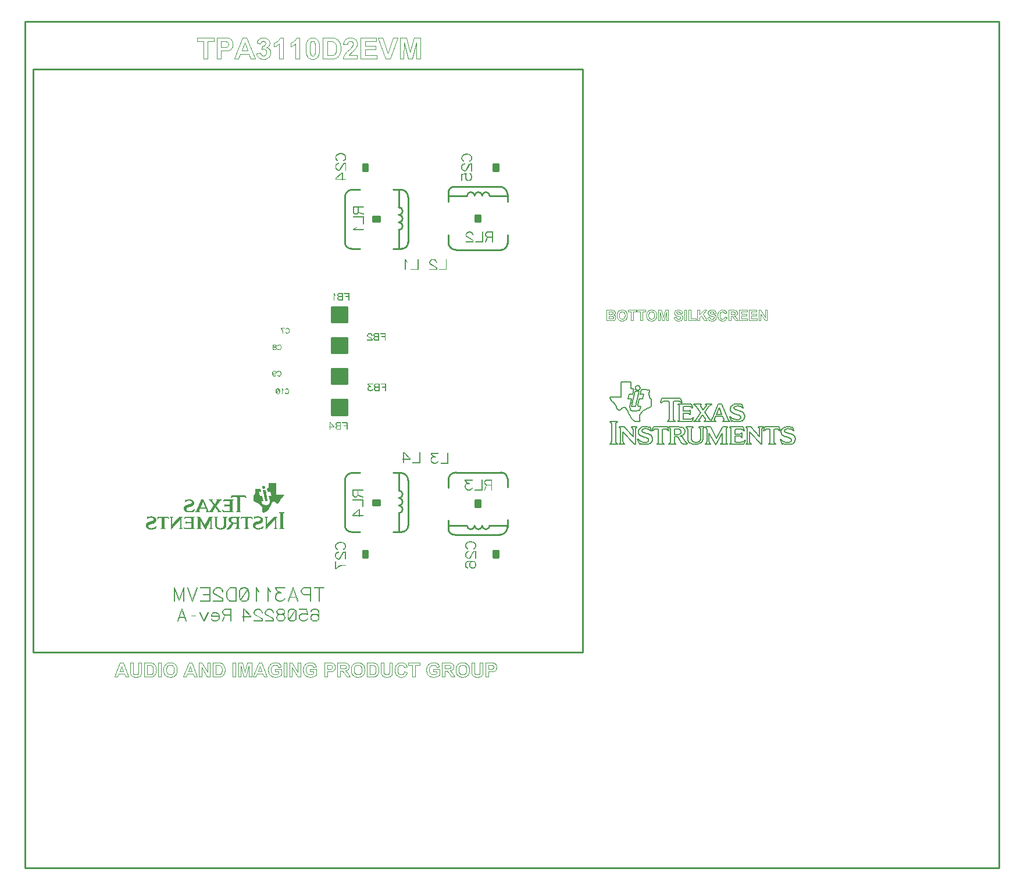
<source format=gbr>
*
G04 Job   : X:\EvmBoards\TPA3110D2\TPA3110D2EVM\PCB_Layout\TPA3110D2EVM.pcb*
G04 User  : DTA0209011:a0209011*
G04 Layer : BottomSilk.gbr*
G04 Date  : Thu Mar 12 13:10:41 2009*
G04 Mentor Graphics Example Gerber Output Definition*
%ICAS*%
%MOIN*%
%FSLAX24Y24*%
%OFA0.0000B0.0000*%
G90*
G74*
%ADD12C,0.00394*%
%ADD13C,0.00433*%
%ADD14C,0.00591*%
%ADD11C,0.00984*%
%ADD10C,0.01000*%
G01*
G54D10*
X31496D01*
Y33465*
X0*
Y0*
G54D11*
X-443Y-12352D02*
X55364D01*
Y36171*
X-443*
Y-12352*
X17126Y13632D02*
Y14518D01*
Y13632D02*
X18012D01*
Y14518*
X17126*
Y13632*
Y15404D02*
Y16289D01*
Y15404D02*
X18012D01*
Y16289*
X17126*
Y15404*
Y17175D02*
Y18061D01*
Y17175D02*
X18012D01*
Y18061*
X17126*
Y17175*
Y18947D02*
Y19833D01*
Y18947D02*
X18012D01*
Y19833*
X17126*
Y18947*
X17215Y14518D02*
Y13632D01*
Y16289D02*
Y15404D01*
Y18061D02*
Y17175D01*
Y19833D02*
Y18947D01*
X17303Y13632D02*
Y14518D01*
Y15404D02*
Y16289D01*
Y17175D02*
Y18061D01*
Y18947D02*
Y19833D01*
X17392Y14518D02*
Y13632D01*
Y16289D02*
Y15404D01*
Y18061D02*
Y17175D01*
Y19833D02*
Y18947D01*
X17480Y13632D02*
Y14518D01*
Y15404D02*
Y16289D01*
Y17175D02*
Y18061D01*
Y18947D02*
Y19833D01*
X17569Y14518D02*
Y13632D01*
Y16289D02*
Y15404D01*
Y18061D02*
Y17175D01*
Y19833D02*
Y18947D01*
X17657Y13632D02*
Y14518D01*
Y15404D02*
Y16289D01*
Y17175D02*
Y18061D01*
Y18947D02*
Y19833D01*
X17746Y14518D02*
Y13632D01*
Y16289D02*
Y15404D01*
Y18061D02*
Y17175D01*
Y19833D02*
Y18947D01*
X17835Y13632D02*
Y14518D01*
Y15404D02*
Y16289D01*
Y17175D02*
Y18061D01*
Y18947D02*
Y19833D01*
X17923Y14518D02*
Y13632D01*
Y16289D02*
Y15404D01*
Y18061D02*
Y17175D01*
Y19833D02*
Y18947D01*
X18750Y10305D02*
X18317D01*
G03X17884Y9872J433*
G01Y7274*
G03X18238Y6919I354*
G01X18730*
X18238*
G02X17884Y7274J355*
G01Y9872*
G02X18317Y10305I433*
G01X18750*
Y26545D02*
X18317D01*
G03X17884Y26112J433*
G01Y23514*
G03X18238Y23159I354*
G01X18730*
X18238*
G02X17884Y23514J355*
G01Y26112*
G02X18317Y26545I433*
G01X18750*
X18898Y5463D02*
X19193D01*
Y5856*
X18898*
Y5463*
Y5856*
Y27608D02*
Y28002D01*
Y27608D02*
X19193D01*
Y28002*
X18898*
Y27608*
X18986Y5856D02*
Y5463D01*
Y28002D02*
Y27608D01*
X19075Y5463D02*
Y5856D01*
Y27608D02*
Y28002D01*
X19163Y5856D02*
Y5463D01*
Y28002D02*
Y27608D01*
X19488Y8465D02*
X19882D01*
Y8760*
X19488*
Y8465*
Y8760D02*
Y8465D01*
Y24705D02*
X19882D01*
Y25000*
X19488*
Y24705*
Y25000D02*
Y24705D01*
X19577Y8465D02*
Y8760D01*
Y24705D02*
Y25000D01*
X19665Y8760D02*
Y8465D01*
Y25000D02*
Y24705D01*
X19754Y8465D02*
Y8760D01*
Y24705D02*
Y25000D01*
X19843Y8760D02*
Y8465D01*
Y25000D02*
Y24705D01*
X21192Y9075D02*
G02X20994Y8858I218D01*
X21192Y8642I20J216*
X20994Y8425I218*
X21192Y8209I20J216*
X20974Y7991I218*
G01Y6929*
Y7992*
Y7991*
G03X21192Y8209J218*
X20994Y8425I218*
G02X20974Y8424I20J217*
G03X20994Y8425J218*
X20974Y8426I20J216*
G02X20994Y8425J217*
G03X21192Y8642I20J217*
X20994Y8858I218*
G02X20974Y8857I20J217*
G03X20994Y8858J218*
X20974Y8859I20J216*
G02X20994Y8858J217*
G03X21192Y9075I20J217*
X20974Y9292I218*
G01Y9291*
Y10276*
Y9292*
G02X21192Y9075J217*
G01Y25315D02*
G02X20994Y25098I218D01*
X21192Y24882I20J216*
X20994Y24665I218*
X21192Y24449I20J216*
X20974Y24231I218*
G01Y23169*
Y24232*
Y24231*
G03X21192Y24449J218*
X20994Y24665I218*
G02X20974Y24664I20J217*
G03X20994Y24665J218*
X20974Y24666I20J216*
G02X20994Y24665J217*
G03X21192Y24882I20J217*
X20994Y25098I218*
G02X20974I20J217*
G03X20994J217*
X20974Y25099I20J216*
G02X20994Y25098J217*
G03X21192Y25315I20J217*
X20974Y25532I218*
G01Y25531*
Y26516*
Y25532*
G02X21192Y25315J217*
G01X21506Y7274D02*
G02X21152Y6919I354D01*
G01X20659*
X21152*
G03X21506Y7274J355*
G01Y9872*
G03X21073Y10305I433*
G01X20640*
X21073*
G02X21506Y9872J433*
G01Y7274*
Y23514D02*
G02X21152Y23159I354D01*
G01X20659*
X21152*
G03X21506Y23514J355*
G01Y26112*
G03X21073Y26545I433*
G01X20640*
X21073*
G02X21506Y26112J433*
G01Y23514*
X25344Y8366D02*
X25640D01*
Y8760*
X25344*
Y8366*
Y8760*
Y24705D02*
X25640D01*
Y25098*
X25344*
Y24705*
Y25098*
X25433Y8760D02*
Y8366D01*
Y25098D02*
Y24705D01*
X25522Y8366D02*
Y8760D01*
Y24705D02*
Y25098D01*
X25610Y8760D02*
Y8366D01*
Y25098D02*
Y24705D01*
X26378Y5463D02*
Y5856D01*
Y5463D02*
X26673D01*
Y5856*
X26378*
Y5463*
Y27608D02*
Y28002D01*
Y27608D02*
X26673D01*
Y28002*
X26378*
Y27608*
X26467Y5856D02*
Y5463D01*
Y28002D02*
Y27608D01*
X26555Y5463D02*
Y5856D01*
Y27608D02*
Y28002D01*
X26644Y5856D02*
Y5463D01*
Y28002D02*
Y27608D01*
X27165Y7283D02*
X26182D01*
G02X25965Y7066I217*
X25748Y7264J217*
X25531Y7066I217J19*
X25315Y7264J217*
X25098Y7066I217J19*
X24881Y7283J217*
G01X23819*
X24882*
X24881*
G03X25098Y7066I217*
X25315Y7264J217*
G02X25314Y7283I216J19*
G03X25315Y7264I217*
X25316Y7283I217J19*
G02X25315Y7264I218*
G03X25531Y7066I216J19*
X25748Y7264J217*
G02X25747Y7283I217J19*
G03X25748Y7264I218*
X25749Y7283I217J19*
G02X25748Y7264I218*
G03X25965Y7066I217J19*
X26182Y7283J217*
G01X26181*
X27165*
Y26181D02*
X26181D01*
X26182*
G03X25965Y26399I217*
X25748Y26201J218*
G02X25749Y26181I217J20*
G03X25748Y26201I218*
X25747Y26181I217J20*
G02X25748Y26201I218*
G03X25531Y26399I217J20*
X25315Y26201J218*
G02X25316Y26181I217J20*
G03X25315Y26201I218*
X25314Y26181I216J20*
G02X25315Y26201I217*
G03X25098Y26399I217J20*
X24881Y26181J218*
G01X24882*
X23819*
X24881*
G02X25098Y26399I217*
X25315Y26201J218*
X25531Y26399I216J20*
X25748Y26201J218*
X25965Y26399I217J20*
X26182Y26181J218*
G01X27165*
X27195Y7185D02*
G02X26762Y6752I433D01*
G01X24163*
G02X23809Y7106J354*
G01Y7598*
Y7106*
G03X24163Y6752I354*
G01X26762*
G03X27195Y7185J433*
G01Y7618*
Y7185*
Y9478D02*
Y9970D01*
G03X26841Y10325I354*
G01X24242*
G03X23809Y9892J433*
G01Y9459*
Y9892*
G02X24242Y10325I433*
G01X26841*
G02X27195Y9970J355*
G01Y9478*
Y23445D02*
G02X26841Y23091I354D01*
G01X24242*
G02X23809Y23524J433*
G01Y23957*
Y23524*
G03X24242Y23091I433*
G01X26841*
G03X27195Y23445J354*
G01Y23937*
Y23445*
Y25846D02*
Y26280D01*
G03X26762Y26713I433*
G01X24163*
G03X23809Y26358J355*
G01Y25866*
Y26358*
G02X24163Y26713I354*
G01X26762*
G02X27195Y26280J433*
G01Y25846*
G54D12*
X5187Y-1073D02*
X5076Y-775D01*
X4967Y-1073*
X5187*
X5487Y-1392D02*
X5309D01*
X5239Y-1209*
X4917*
X4850Y-1392*
X4678*
X4991Y-587*
X5165*
X5487Y-1392*
X5572Y-587D02*
X5735D01*
Y-1023*
Y-1047*
Y-1070*
Y-1090*
X5736Y-1108*
X5737Y-1124*
X5738Y-1137*
X5739Y-1148*
X5741Y-1157*
X5744Y-1169*
X5748Y-1180*
X5753Y-1191*
X5758Y-1202*
X5765Y-1211*
X5772Y-1220*
X5781Y-1228*
X5791Y-1236*
X5801Y-1243*
X5812Y-1250*
X5824Y-1254*
X5836Y-1259*
X5850Y-1262*
X5865Y-1265*
X5880*
X5897Y-1266*
X5914Y-1265*
X5930*
X5944Y-1262*
X5957Y-1259*
X5970Y-1255*
X5982Y-1250*
X5992Y-1245*
X6001Y-1238*
X6009Y-1231*
X6017Y-1223*
X6024Y-1215*
X6029Y-1206*
X6034Y-1198*
X6038Y-1188*
X6041Y-1179*
X6043Y-1169*
X6045Y-1157*
X6046Y-1145*
X6048Y-1130*
X6049Y-1114*
X6050Y-1096*
Y-1076*
Y-1055*
Y-1031*
Y-587*
X6213*
Y-1009*
Y-1045*
Y-1077*
X6212Y-1106*
X6210Y-1133*
X6208Y-1157*
X6206Y-1180*
X6203Y-1198*
X6200Y-1214*
X6192Y-1243*
X6182Y-1269*
X6168Y-1294*
X6152Y-1316*
X6132Y-1335*
X6110Y-1353*
X6085Y-1368*
X6057Y-1381*
X6042Y-1387*
X6025Y-1392*
X6007Y-1396*
X5989Y-1399*
X5969Y-1402*
X5948Y-1404*
X5925Y-1406*
X5902*
X5874*
X5848Y-1404*
X5824Y-1402*
X5801Y-1399*
X5780Y-1395*
X5761Y-1391*
X5743Y-1385*
X5728Y-1379*
X5699Y-1365*
X5674Y-1348*
X5652Y-1330*
X5633Y-1309*
X5617Y-1288*
X5605Y-1266*
X5594Y-1243*
X5587Y-1220*
X5583Y-1202*
X5580Y-1182*
X5578Y-1159*
X5576Y-1135*
X5574Y-1108*
X5572Y-1080*
Y-1049*
Y-1017*
Y-587*
X6384D02*
X6682D01*
X6706*
X6729*
X6750Y-589*
X6770Y-591*
X6789Y-593*
X6806Y-595*
X6821Y-598*
X6835Y-602*
X6853Y-608*
X6869Y-614*
X6885Y-622*
X6901Y-631*
X6916Y-641*
X6930Y-652*
X6943Y-664*
X6957Y-676*
X6980Y-705*
X7001Y-735*
X7019Y-769*
X7034Y-807*
X7039Y-827*
X7045Y-847*
X7050Y-870*
X7054Y-893*
X7056Y-917*
X7058Y-943*
X7060Y-969*
Y-997*
Y-1021*
X7058Y-1045*
X7057Y-1068*
X7054Y-1090*
X7050Y-1111*
X7046Y-1131*
X7041Y-1150*
X7035Y-1169*
X7027Y-1190*
X7018Y-1210*
X7009Y-1230*
X6998Y-1248*
X6987Y-1265*
X6976Y-1282*
X6962Y-1297*
X6949Y-1311*
X6938Y-1321*
X6926Y-1331*
X6913Y-1339*
X6899Y-1347*
X6884Y-1355*
X6869Y-1362*
X6852Y-1369*
X6835Y-1375*
X6820Y-1379*
X6806Y-1383*
X6789Y-1386*
X6772Y-1388*
X6753Y-1390*
X6733Y-1391*
X6713Y-1392*
X6691*
X6384*
Y-587*
X6472Y7269D02*
X6473D01*
X6470Y7293*
Y7283*
X6472Y7269*
X6474Y7335D02*
X6475Y7337D01*
X6474*
Y7335*
X6482Y7224D02*
X6484D01*
X6477Y7248*
X6474*
X6477Y7245*
Y7241*
X6479Y7233*
X6482Y7224*
X6484D02*
X6588D01*
X6585Y7248*
X6477*
X6484Y7224*
X6507Y7408D02*
X6515Y7418D01*
X6505Y7408*
X6507*
X6512Y7179D02*
X6513D01*
X6503Y7191*
X6500Y7196*
X6505Y7186*
X6512Y7179*
X6513D02*
X6616D01*
X6607Y7191*
X6603Y7198*
X6599Y7203*
X6548Y7200*
X6496Y7203*
X6499Y7196*
X6503Y7191*
X6513Y7179*
X6515Y7418D02*
X6530Y7432D01*
X6526*
X6517Y7420*
X6515Y7418*
X6536Y7156D02*
X6544Y7150D01*
X6537Y7156*
X6536*
Y7685D02*
X6555Y7701D01*
X6543Y7692*
X6536Y7685*
X6537Y7156D02*
X6649D01*
X6640Y7160*
X6616Y7179*
X6513*
X6524Y7167*
X6537Y7156*
X6547Y-723D02*
Y-1256D01*
X6669*
X6685*
X6701Y-1255*
X6715*
X6728Y-1254*
X6739Y-1253*
X6750Y-1252*
X6759Y-1250*
X6767Y-1248*
X6787Y-1243*
X6803Y-1235*
X6819Y-1226*
X6833Y-1215*
X6839Y-1209*
X6846Y-1201*
X6851Y-1193*
X6857Y-1183*
X6862Y-1173*
X6867Y-1162*
X6872Y-1150*
X6876Y-1137*
X6880Y-1123*
X6883Y-1108*
X6886Y-1091*
X6888Y-1073*
X6890Y-1054*
X6891Y-1034*
X6892Y-1013*
Y-990*
Y-967*
X6891Y-946*
X6890Y-926*
X6888Y-907*
X6886Y-890*
X6883Y-874*
X6880Y-860*
X6876Y-846*
X6867Y-823*
X6856Y-802*
X6843Y-784*
X6829Y-769*
X6813Y-756*
X6796Y-745*
X6776Y-737*
X6754Y-731*
X6745Y-729*
X6733Y-728*
X6719Y-726*
X6704Y-725*
X6686Y-724*
X6666*
X6644Y-723*
X6620*
X6547*
X6548Y7200D02*
X6599Y7203D01*
X6597Y7205*
X6588Y7231*
X6585Y7262*
X6589Y7279*
X6585Y7269*
X6473*
X6474Y7255*
X6477Y7248*
X6585*
X6588Y7224*
X6484*
X6486Y7217*
X6499Y7196*
X6496Y7203*
X6548Y7200*
Y7146D02*
X6552Y7143D01*
X6544Y7150*
X6548Y7146*
X6551Y7742D02*
X6553Y7751D01*
X6552*
X6551Y7742*
X6555Y7141D02*
X6558Y7140D01*
X6552Y7143*
X6555Y7141*
Y7701D02*
X6559Y7704D01*
X6541*
X6533Y7682*
X6536Y7685*
X6543Y7692*
X6555Y7701*
X6559Y7704*
X6555Y7701*
X6559Y7453D02*
X6573Y7463D01*
X6557Y7453*
X6559*
X6560Y7772D02*
X6567Y7796D01*
X6559Y7772*
X6560*
X6904*
X6878Y7784*
X6845Y7793*
X6835Y7796*
X6670*
X6654Y7791*
X6624Y7782*
X6611Y7777*
X6597Y7774*
X6585Y7777*
X6576Y7781*
X6571Y7793*
X6569Y7796*
X6567*
X6560Y7772*
X6569Y7134D02*
X6711D01*
X6699Y7137*
X6693Y7138*
X6678Y7141*
X6649Y7156*
X6537*
X6544Y7150*
X6552Y7143*
X6558Y7140*
X6569Y7134*
Y7796D02*
X6571Y7793D01*
X6569Y7798*
Y7800*
X6567Y7796*
X6569*
X6574Y7463D02*
X6604Y7477D01*
X6600*
X6595Y7474*
X6585Y7470*
X6574Y7463*
X6590Y7283D02*
X6591Y7288D01*
X6590Y7285*
X6589Y7280*
X6590Y7283*
X6592Y7288D02*
X6593Y7293D01*
X6470*
X6473Y7269*
X6585*
X6589Y7280*
X6590Y7285*
X6592Y7288*
X6599Y7203D02*
X6603Y7198D01*
X6600Y7203*
X6599*
X6600Y7307D02*
X6609Y7321D01*
X6604Y7316*
X6472*
X6474Y7334*
X6472Y7323*
X6470Y7297*
Y7293*
X6593*
X6592Y7289*
X6600Y7307*
X6607Y7191D02*
X6616Y7179D01*
X6603Y7198*
X6607Y7191*
X6612Y7777D02*
X6624Y7782D01*
X6621Y7781*
X6612Y7777*
X6614Y7326D02*
X6626Y7337D01*
X6623*
X6614Y7328*
X6609Y7321*
X6614Y7326*
Y7328D02*
X6623Y7337D01*
X6475*
X6474Y7334*
X6472Y7316*
X6604*
X6609Y7321*
X6614Y7328*
X6616Y7737D02*
X6633Y7744D01*
X6595Y7727*
X6548*
X6551Y7742*
X6531Y7680*
X6533Y7682*
X6541Y7704*
X6559*
X6562Y7706*
X6578Y7718*
X6616Y7737*
X6634Y7745D02*
X6646Y7751D01*
X6600Y7748*
X6553Y7751*
X6551Y7742*
X6548Y7727*
X6595*
X6634Y7745*
X6635D02*
X6647Y7751D01*
X6646*
X6635Y7745*
X6654Y7791D02*
X6670Y7796D01*
X6668*
X6649Y7791*
X6633Y7786*
X6624Y7782*
X6654Y7791*
Y7099D02*
X6660Y7098D01*
X6643Y7102*
X6654Y7099*
X6670Y7796D02*
X6835D01*
X6803Y7803*
X6758Y7805*
X6718Y7803*
X6678Y7798*
X6670Y7796*
X6678Y7141D02*
X6693Y7139D01*
X6668Y7146*
X6678Y7141*
X6682Y7505D02*
X6700Y7511D01*
X6689Y7507*
X6659Y7498*
X6662*
X6682Y7505*
X6689Y7373D02*
X6718Y7383D01*
X6699Y7378*
X6678Y7368*
X6689Y7373*
X6711Y7092D02*
X6725D01*
X6689Y7094*
X6660Y7098*
X6666Y7096*
X6711Y7092*
Y7134D02*
X6715D01*
X6693Y7138*
X6699Y7137*
X6711Y7134*
X6713Y7515D02*
X6720Y7517D01*
X6702Y7511*
X6713Y7515*
X6718Y7383D02*
X6722Y7385D01*
X6491*
X6482Y7361*
X6661*
X6678Y7368*
X6699Y7378*
X6718Y7383*
X6721Y7517D02*
X6729Y7520D01*
X6727Y7519*
X6721Y7517*
X6822Y7094D02*
X6838Y7096D01*
X6810Y7094*
X6761Y7092*
X6822Y7094*
X6835Y7796D02*
X6845Y7793D01*
X6836Y7796*
X6835*
X6846Y7793D02*
X6878Y7784D01*
X6874Y7786*
X6846Y7793*
X6850Y7418D02*
X6885Y7432D01*
X6706Y7430*
X6530Y7432*
X6515Y7418*
X6507Y7408*
X6810*
X6850Y7418*
X6855Y7096D02*
X6873Y7099D01*
X6838Y7096*
X6855*
X6859Y7139D02*
X6865Y7140D01*
X6819Y7134*
X6831*
X6859Y7139*
X6871Y7141D02*
X6887Y7146D01*
X6865Y7141*
X6871*
X6890Y7727D02*
X6977D01*
X6973Y7731*
X6961Y7741*
X6947Y7751*
X6900Y7748*
X6848Y7751*
X6869Y7741*
X6890Y7727*
X6893Y7101D02*
X6906Y7105D01*
X6874Y7099*
X6893Y7101*
X6895Y7148D02*
X6904Y7152D01*
X6887Y7146*
X6895Y7148*
X6900Y7748D02*
X6947Y7751D01*
X6928Y7763*
X6888Y7781*
X6878Y7784*
X6904Y7772*
X6560*
X6553Y7751*
X6600Y7748*
X6646Y7751*
X6652Y7753*
X6701Y7763*
X6751Y7767*
X6800Y7763*
X6843Y7753*
X6848Y7751*
X6900Y7748*
X6906Y7105D02*
X6923Y7111D01*
X6619*
X6643Y7102*
X6660Y7098*
X6689Y7094*
X6725Y7092*
X6760*
X6810Y7094*
X6838Y7096*
X6874Y7099*
X6906Y7105*
X6911Y7704D02*
X6998D01*
X6994Y7708*
X6977Y7727*
X6890*
X6869Y7741*
X6848Y7751*
X6862Y7744*
X6878Y7734*
X6893Y7725*
X6904Y7711*
X6914Y7696*
X6921Y7682*
X6911Y7704*
X6916Y7607D02*
X6919Y7614D01*
X6911Y7602*
X6916Y7607*
X6921Y7682D02*
X7013D01*
X7011Y7687*
X6998Y7704*
X6911*
X6921Y7682*
X6926Y7635D02*
X7030D01*
X7027Y7644*
X7022Y7659*
X6928*
Y7647*
X6926Y7635*
X6952Y7465D02*
X6966Y7477D01*
X6604*
X6574Y7463*
X6559Y7453*
X6935*
X6952Y7465*
X6961Y7741D02*
X6973Y7731D01*
X6966Y7739*
X6947Y7751*
X6961Y7741*
X6977Y7727D02*
X6978D01*
X6973Y7731*
X6977Y7727*
X6989Y7500D02*
X6991Y7503D01*
X6987Y7498*
X6662*
X6609Y7479*
X6604Y7477*
X6966*
X6952Y7465*
X6935Y7453*
X6559*
X6541Y7441*
X6530Y7432*
X6706Y7430*
X6885Y7432*
X6850Y7418*
X6810Y7408*
X6507*
X6496Y7394*
X6484Y7373*
X6477Y7349*
X6475Y7337*
X6623*
X6630Y7344*
X6649Y7354*
X6673Y7366*
X6678Y7368*
X6661Y7361*
X6481*
X6491Y7385*
X6722*
X6718Y7383*
X6732Y7387*
X6812Y7408*
X6852Y7418*
X6893Y7432*
X6933Y7451*
X6966Y7474*
X6989Y7500*
X6991Y7503D02*
X7002Y7522D01*
X6737*
X6730Y7520*
X6720Y7517*
X6713Y7515*
X6701Y7511*
X6682Y7505*
X6662Y7498*
X6987*
X6991Y7503*
X6996Y7510D02*
X7004Y7522D01*
X7002*
X6991Y7503*
X6996Y7510*
X6998Y7704D02*
X7011Y7687D01*
X7008Y7692*
X6999Y7704*
X6998*
X6999Y7201D02*
X7002Y7203D01*
X7001*
X6999Y7201*
Y7106D02*
X7001Y7111D01*
X6996*
X6999Y7106*
X7001Y7111*
X6999Y7106*
X7001Y7111D02*
X7009Y7134D01*
X6831*
X6817Y7132*
X6772Y7127*
X6734Y7130*
X6711Y7134*
X6569*
X6558Y7140*
X6578Y7127*
X6621Y7108*
X6643Y7102*
X6619Y7111*
X6618*
X6619*
X6923*
X6906Y7105*
X6921Y7108*
X6961Y7122*
X6973Y7127*
X6982*
X6989Y7122*
X6994Y7113*
X6996Y7108*
X6999Y7106*
X6996Y7111*
X7001*
X7009Y7134D02*
X7017Y7156D01*
X6916*
X6904Y7152*
X6895Y7148*
X6887Y7146*
X6871Y7141*
X6865*
X6859Y7139*
X6831Y7134*
X7009*
X7011D02*
X7018Y7156D01*
X7017*
X7009Y7134*
X7011*
X7017Y7156D02*
X7026Y7179D01*
X6966*
X6987Y7191*
X6999Y7201*
X6985Y7191*
X6956Y7174*
X6928Y7160*
X6904Y7152*
X6916Y7156*
X7017*
X7020Y7557D02*
X7021Y7559D01*
X7014Y7545*
X7015*
X7020Y7557*
X7021Y7559D02*
X7022Y7567D01*
X6869*
X6859Y7562*
X6848Y7557*
X6831Y7550*
X6815Y7545*
X7014*
X7021Y7559*
X7025Y7569D02*
X7027Y7590D01*
X6902*
X6911Y7602*
X6900Y7590*
X6881Y7574*
X6859Y7564*
X6833Y7552*
X6798Y7541*
X6758Y7529*
X6730Y7520*
X6737Y7522*
X7002*
X7008Y7531*
X7014Y7545*
X6815*
X6831Y7550*
X6848Y7557*
X6859Y7562*
X6869Y7567*
X7022*
X7021Y7560*
X7025Y7569*
X7027Y7590D02*
X7029Y7614D01*
X6919*
X6916Y7607*
X6911Y7602*
X6902Y7590*
X7027*
X7030Y7600*
Y7614*
X7029*
X7027Y7590*
Y7179D02*
X7033Y7199D01*
X7026Y7179*
X7027*
X7029Y7614D02*
X7030Y7616D01*
Y7635*
X6926*
X6928Y7646*
X6923Y7626*
X6919Y7614*
X7029*
X7030Y7640D02*
X7022Y7663D01*
X7013Y7682*
X6921*
X6926Y7666*
X6928Y7647*
Y7659*
X7022*
X7027Y7644*
X7030Y7635*
Y7640*
X7033Y7199D02*
X7034Y7203D01*
X7018Y7200*
X7002Y7203*
X6999Y7201*
X6987Y7191*
X6966Y7179*
X7026*
X7033Y7199*
X7037Y7229D02*
X7048Y7240D01*
X7015Y7212*
X7002Y7203*
X7018Y7200*
X7034Y7203*
X7033Y7199*
X7042Y7224*
X7032*
X7037Y7229*
X7042Y7224D02*
X7048Y7241D01*
X7037Y7229*
X7032Y7224*
X7042*
X7044D02*
X7048Y7240D01*
X7042Y7224*
X7044*
X7048Y7241D02*
X7044Y7224D01*
X7042*
X7033Y7199*
X7027Y7179*
X7026*
X7017Y7156*
X7018*
X7011Y7134*
X7009*
X7001Y7111*
X6999Y7106*
X6996Y7108*
X6994Y7113*
X6989Y7122*
X6982Y7127*
X6973*
X6961Y7122*
X6921Y7108*
X6906Y7105*
X6893Y7101*
X6874Y7099*
X6855Y7096*
X6838*
X6822Y7094*
X6760Y7092*
X6725*
X6711*
X6666Y7096*
X6660Y7098*
X6654Y7099*
X6643Y7102*
X6621Y7108*
X6578Y7127*
X6558Y7140*
X6555Y7141*
X6552Y7143*
X6548Y7146*
X6544Y7150*
X6536Y7156*
X6537*
X6524Y7167*
X6513Y7179*
X6512*
X6505Y7186*
X6499Y7196*
X6486Y7217*
X6484Y7224*
X6481*
X6479Y7233*
X6477Y7241*
Y7245*
X6474Y7248*
X6477*
X6474Y7255*
X6473Y7269*
X6472*
X6470Y7283*
Y7293*
Y7297*
X6472Y7323*
X6474Y7334*
Y7337*
X6475*
X6477Y7349*
X6484Y7373*
X6496Y7394*
X6507Y7408*
X6505*
X6515Y7418*
X6517Y7420*
X6526Y7432*
X6530*
X6541Y7441*
X6559Y7453*
X6557*
X6574Y7463*
X6585Y7470*
X6595Y7474*
X6600Y7477*
X6604*
X6609Y7479*
X6662Y7498*
X6659*
X6689Y7507*
X6701Y7511*
X6720Y7517*
X6727Y7519*
X6730Y7520*
X6758Y7529*
X6798Y7541*
X6833Y7552*
X6859Y7564*
X6881Y7574*
X6900Y7590*
X6911Y7602*
X6918Y7614*
X6919*
X6923Y7626*
X6928Y7647*
X6926Y7666*
X6921Y7682*
X6914Y7696*
X6904Y7711*
X6893Y7725*
X6878Y7734*
X6862Y7744*
X6848Y7751*
X6843Y7753*
X6800Y7763*
X6751Y7767*
X6701Y7763*
X6652Y7753*
X6646Y7751*
X6647*
X6634Y7745*
X6616Y7737*
X6578Y7718*
X6562Y7706*
X6559Y7704*
X6555Y7701*
X6536Y7685*
X6533Y7682*
X6531Y7680*
X6551Y7742*
X6552Y7751*
X6553*
X6560Y7772*
X6559*
X6567Y7796*
X6569Y7800*
Y7798*
X6571Y7793*
X6576Y7781*
X6585Y7777*
X6597Y7774*
X6611Y7777*
X6621Y7782*
X6624*
X6633Y7786*
X6649Y7791*
X6668Y7796*
X6670*
X6678Y7798*
X6718Y7803*
X6758Y7805*
X6803Y7803*
X6835Y7796*
X6836*
X6874Y7786*
X6878Y7784*
X6888Y7782*
Y7781*
X6928Y7763*
X6947Y7751*
X6966Y7739*
X6973Y7731*
X6978Y7727*
X6977*
X6994Y7708*
X6998Y7704*
X6999*
X7008Y7692*
X7011Y7687*
X7022Y7663*
X7030Y7640*
Y7616*
X7029Y7614*
X7030*
Y7600*
X7027Y7590*
X7025Y7569*
X7021Y7559*
X7020Y7557*
X7015Y7545*
X7014*
X7008Y7531*
X7002Y7522*
X7004*
X6996Y7510*
X6991Y7503*
X6989Y7500*
X6966Y7474*
X6933Y7451*
X6893Y7432*
X6852Y7418*
X6812Y7408*
X6732Y7387*
X6718Y7383*
X6689Y7373*
X6678Y7368*
X6673Y7366*
X6649Y7354*
X6630Y7344*
X6623Y7337*
X6626*
X6614Y7326*
X6609Y7321*
X6600Y7307*
X6592Y7288*
X6590Y7283*
X6589Y7280*
X6585Y7262*
X6588Y7231*
X6597Y7205*
X6599Y7203*
X6600*
X6603Y7198*
X6616Y7179*
X6640Y7160*
X6668Y7146*
X6693Y7139*
X6715Y7134*
X6711*
X6734Y7130*
X6772Y7127*
X6817Y7132*
X6831Y7134*
X6819*
X6865Y7141*
X6887Y7146*
X6904Y7152*
X6928Y7160*
X6956Y7174*
X6985Y7191*
X6999Y7201*
X7001Y7203*
X7002*
X7015Y7212*
X7048Y7241*
X7122Y7680D02*
X7139Y7700D01*
X7133Y7696*
X7123Y7684*
X7122Y7680*
X7123Y7684D02*
X7124Y7687D01*
X7122Y7682*
X7123Y7684*
X7139Y7700D02*
X7141Y7704D01*
X7131*
X7124Y7687*
X7123Y7684*
X7133Y7696*
X7139Y7700*
X7143Y7704*
X7141*
X7139Y7700*
X7159Y7772D02*
X7743D01*
X7736Y7789*
X7164*
X7159Y7772*
X7167Y7727D02*
X7191Y7742D01*
X7190Y7741*
X7169Y7730*
X7166Y7727*
X7167*
X7193Y-1392D02*
Y-587D01*
X7356*
Y-1392*
X7193*
X7195Y7744D02*
X7230Y7751D01*
X7190Y7748*
X7150Y7751*
X7141Y7727*
X7166*
X7169Y7730*
X7190Y7741*
X7191Y7742*
X7195Y7744*
X7330Y7101D02*
X7570D01*
X7556Y7106*
X7547Y7111*
X7356*
X7344Y7104*
X7330Y7101*
X7363Y7746D02*
X7379Y7732D01*
X7367Y7744*
X7363Y7746*
X7379Y7134D02*
X7523D01*
X7519Y7141*
X7518*
X7514Y7156*
X7389*
X7384Y7146*
X7379Y7134*
X7391Y7704D02*
X7392Y7701D01*
Y7704*
X7391*
X7392Y7701D02*
X7393Y7682D01*
Y7696*
X7392Y7701*
X7393Y7179D02*
X7511D01*
X7509Y7189*
Y7203*
X7452Y7200*
X7393Y7203*
Y7179*
Y7224D02*
X7509D01*
Y7248*
X7393*
Y7224*
Y7248D02*
X7509D01*
Y7269*
X7393*
Y7248*
Y7269D02*
X7509D01*
Y7293*
X7393*
Y7269*
Y7293D02*
X7509D01*
Y7316*
X7393*
Y7293*
Y7316D02*
X7509D01*
Y7337*
X7393*
Y7316*
Y7337D02*
X7509D01*
Y7361*
X7393*
Y7337*
Y7361D02*
X7509D01*
Y7385*
X7393*
Y7361*
Y7385D02*
X7509D01*
Y7408*
X7393*
Y7385*
Y7408D02*
X7509D01*
Y7432*
X7452Y7430*
X7393Y7432*
Y7408*
Y7453D02*
X7509D01*
Y7477*
X7393*
Y7453*
Y7477D02*
X7509D01*
Y7498*
X7393*
Y7477*
Y7498D02*
X7509D01*
Y7522*
X7393*
Y7498*
Y7522D02*
X7509D01*
Y7545*
X7393*
Y7522*
Y7545D02*
X7509D01*
Y7567*
X7393*
Y7545*
Y7567D02*
X7509D01*
Y7590*
X7393*
Y7567*
Y7590D02*
X7509D01*
Y7614*
X7393*
Y7590*
Y7614D02*
X7509D01*
Y7635*
X7393*
Y7614*
Y7635D02*
X7509D01*
Y7659*
X7393*
Y7635*
Y7659D02*
X7509D01*
Y7682*
X7393*
Y7659*
X7452Y7430D02*
X7509Y7432D01*
Y7453*
X7393*
Y7432*
X7452Y7430*
X7477Y-994D02*
X7478Y-965D01*
X7480Y-935*
X7483Y-908*
X7487Y-881*
X7491Y-856*
X7498Y-832*
X7506Y-809*
X7514Y-788*
X7529Y-758*
X7546Y-730*
X7567Y-703*
X7589Y-678*
X7601Y-666*
X7613Y-655*
X7626Y-645*
X7639Y-635*
X7665Y-619*
X7693Y-605*
X7713Y-598*
X7732Y-591*
X7753Y-586*
X7774Y-581*
X7796Y-578*
X7819Y-576*
X7843Y-574*
X7867Y-573*
X7889Y-574*
X7910Y-575*
X7931Y-577*
X7952Y-580*
X7972Y-584*
X7991Y-589*
X8009Y-594*
X8028Y-601*
X8045Y-608*
X8062Y-617*
X8078Y-625*
X8094Y-635*
X8109Y-646*
X8124Y-657*
X8139Y-670*
X8152Y-683*
X8165Y-698*
X8177Y-713*
X8188Y-728*
X8199Y-744*
X8209Y-761*
X8217Y-779*
X8225Y-797*
X8232Y-816*
X8239Y-835*
X8244Y-855*
X8249Y-876*
X8253Y-898*
X8255Y-920*
X8257Y-943*
X8259Y-966*
Y-991*
Y-1014*
X8257Y-1038*
X8255Y-1061*
X8253Y-1083*
X8249Y-1104*
X8244Y-1124*
X8239Y-1145*
X8232Y-1165*
X8225Y-1183*
X8217Y-1201*
X8209Y-1218*
X8199Y-1235*
X8189Y-1251*
X8178Y-1267*
X8166Y-1281*
X8153Y-1295*
X8139Y-1309*
X8125Y-1321*
X8111Y-1333*
X8095Y-1343*
X8080Y-1354*
X8063Y-1362*
X8046Y-1371*
X8029Y-1378*
X8011Y-1384*
X7992Y-1390*
X7973Y-1394*
X7954Y-1398*
X7933Y-1402*
X7913Y-1404*
X7891Y-1405*
X7869Y-1406*
X7847Y-1405*
X7825Y-1404*
X7805Y-1402*
X7784Y-1398*
X7764Y-1394*
X7745Y-1390*
X7726Y-1384*
X7708Y-1378*
X7691Y-1371*
X7673Y-1363*
X7657Y-1354*
X7641Y-1344*
X7626Y-1333*
X7611Y-1322*
X7597Y-1309*
X7583Y-1296*
X7570Y-1282*
X7558Y-1268*
X7547Y-1252*
X7537Y-1236*
X7528Y-1220*
X7519Y-1202*
X7511Y-1184*
X7504Y-1166*
X7498Y-1146*
X7492Y-1127*
X7487Y-1106*
X7483Y-1085*
X7481Y-1064*
X7479Y-1041*
X7478Y-1018*
X7477Y-994*
X7509Y7682D02*
X7511Y7701D01*
X7509Y7696*
Y7682*
X7511Y7701D02*
Y7704D01*
X7392*
Y7701*
X7393Y7696*
Y7682*
X7509*
Y7696*
X7511Y7701*
Y7704*
Y7701*
Y7711D02*
X7519Y7728D01*
Y7727*
X7384*
X7379Y7732*
X7391Y7711*
X7392Y7704*
X7511*
Y7711*
X7519Y7728D02*
X7527Y7737D01*
X7521Y7732*
X7519Y7728*
X7523Y7134D02*
X7379D01*
X7384Y7146*
X7389Y7156*
X7514*
X7519Y7141*
X7523Y7134*
X7527Y7737D02*
X7537Y7746D01*
X7533Y7744*
X7527Y7737*
X7542Y7748D02*
X7554Y7751D01*
X7450Y7748*
X7344Y7751*
X7358Y7748*
X7363Y7746*
X7367Y7744*
X7379Y7732*
X7384Y7727*
X7519*
Y7728*
X7521Y7732*
X7527Y7737*
X7533Y7744*
X7537Y7746*
X7542Y7748*
X7547Y7111D02*
X7556Y7106D01*
X7544Y7113*
X7533Y7122*
X7526Y7134*
X7519Y7148*
X7518*
X7514Y7167*
X7511Y7186*
X7509Y7207*
Y7224*
X7393*
Y7203*
X7452Y7200*
X7509Y7203*
Y7189*
X7511Y7179*
X7393*
Y7186*
X7389Y7165*
X7384Y7148*
X7377Y7134*
X7370Y7122*
X7358Y7113*
X7346Y7106*
X7330Y7101*
X7344Y7104*
X7356Y7111*
X7547*
X7645Y-989D02*
X7646Y-1022D01*
X7649Y-1053*
X7654Y-1082*
X7661Y-1109*
X7669Y-1134*
X7680Y-1157*
X7694Y-1177*
X7708Y-1196*
X7724Y-1213*
X7742Y-1227*
X7761Y-1239*
X7780Y-1249*
X7801Y-1257*
X7822Y-1261*
X7845Y-1265*
X7869Y-1266*
X7893Y-1265*
X7916Y-1262*
X7937Y-1257*
X7957Y-1249*
X7977Y-1239*
X7995Y-1227*
X8013Y-1213*
X8029Y-1196*
X8043Y-1178*
X8056Y-1157*
X8067Y-1134*
X8076Y-1109*
X8083Y-1082*
X8087Y-1052*
X8091Y-1020*
Y-987*
Y-954*
X8087Y-922*
X8083Y-893*
X8076Y-866*
X8068Y-842*
X8057Y-819*
X8045Y-798*
X8031Y-780*
X8015Y-765*
X7998Y-751*
X7980Y-739*
X7960Y-730*
X7939Y-722*
X7917Y-717*
X7894Y-713*
X7869*
X7844*
X7821Y-717*
X7799Y-722*
X7778Y-730*
X7758Y-739*
X7740Y-751*
X7723Y-765*
X7706Y-781*
X7692Y-800*
X7680Y-820*
X7669Y-843*
X7661Y-868*
X7654Y-894*
X7649Y-924*
X7646Y-955*
X7645Y-989*
X7698Y7748D02*
X7751Y7751D01*
X7743Y7772*
X7159*
X7164Y7788*
X7124Y7687*
X7131Y7704*
X7141*
X7145Y7708*
X7166Y7727*
X7141*
X7150Y7751*
X7190Y7748*
X7230Y7751*
X7195Y7744*
X7191Y7742*
X7209Y7746*
X7230Y7748*
X7296*
X7341Y7751*
X7363Y7746*
X7358Y7748*
X7344Y7751*
X7450Y7748*
X7554Y7751*
X7542Y7748*
X7537Y7746*
X7556Y7751*
X7601Y7748*
X7639*
X7670Y7746*
X7693Y7744*
X7670Y7748*
X7641Y7751*
X7698Y7748*
X7729Y7727D02*
X7761D01*
X7751Y7751*
X7698Y7748*
X7642Y7751*
X7670Y7748*
X7693Y7744*
X7708Y7738*
X7712Y7737*
X7729Y7727*
X7743Y7772D02*
X7736Y7788D01*
X7743Y7772*
X7761Y7727D02*
X7762D01*
X7752Y7751*
X7751*
X7761Y7727*
X7776Y7682D02*
X7777D01*
X7757Y7703*
X7769Y7689*
X7776Y7682*
X7777D02*
X7778D01*
X7769Y7704*
X7757*
X7777Y7682*
X7783Y7675*
X7781Y7680*
X7761Y7727*
X7729*
X7712Y7737*
X7733Y7722*
X7757Y7704*
X7769*
X7778Y7682*
X7777*
X7783Y7675D02*
X7777Y7682D01*
X7776*
X7769Y7689*
X7757Y7704*
X7733Y7722*
X7712Y7737*
X7693Y7744*
X7670Y7746*
X7639Y7748*
X7601*
X7556Y7751*
X7537Y7746*
X7527Y7737*
X7519Y7728*
X7511Y7711*
Y7704*
Y7701*
X7509Y7682*
Y7207*
X7511Y7186*
X7514Y7167*
X7519Y7148*
X7526Y7134*
X7533Y7122*
X7544Y7113*
X7556Y7106*
X7570Y7101*
X7575*
X7330*
X7325*
X7330*
X7346Y7106*
X7358Y7113*
X7370Y7122*
X7377Y7134*
X7384Y7148*
X7389Y7165*
X7393Y7186*
Y7682*
X7392Y7701*
X7391Y7704*
X7392*
X7391Y7711*
X7379Y7732*
X7363Y7746*
X7341Y7751*
X7296Y7748*
X7230*
X7209Y7746*
X7191Y7742*
X7167Y7727*
X7166*
X7145Y7708*
X7141Y7704*
X7143*
X7139Y7700*
X7122Y7680*
X7123Y7684*
X7122Y7682*
X7124Y7687*
X7164Y7789*
X7736*
X7743Y7772*
X7751Y7751*
X7752*
X7762Y7727*
X7761*
X7781Y7680*
X7783Y7675*
X7904Y7727D02*
Y7730D01*
X7903Y7731*
X7904Y7727*
X7906Y7337D02*
X7953D01*
Y7361*
X7906*
Y7337*
Y7361D02*
X7953D01*
Y7385*
X7906*
Y7361*
Y7385D02*
X7953D01*
Y7408*
X7906*
Y7385*
Y7408D02*
X7953D01*
Y7432*
X7930Y7430*
X7906Y7432*
Y7408*
Y7453D02*
X7953D01*
Y7477*
X7906*
Y7453*
Y7477D02*
X7953D01*
Y7498*
X7906*
Y7477*
Y7498D02*
X7953D01*
Y7522*
X7906*
Y7498*
Y7522D02*
X7953D01*
Y7545*
X7906*
Y7522*
Y7545D02*
X7953D01*
Y7567*
X7906*
Y7545*
Y7567D02*
X7953D01*
Y7590*
X7906*
Y7567*
Y7590D02*
X7953D01*
Y7614*
X7906*
Y7590*
Y7614D02*
X7953D01*
Y7635*
X7906*
Y7614*
Y7635D02*
X7953D01*
Y7659*
X7906*
Y7635*
Y7659D02*
X7953D01*
Y7682*
X7906*
Y7659*
Y7682D02*
X7953D01*
Y7704*
X7906*
Y7682*
X7913Y7104D02*
X7920Y7111D01*
X7906*
Y7092*
X7913Y7104*
X7920Y7111*
X7913Y7104*
X7920Y7111D02*
X7945Y7138D01*
X7941Y7134*
X7906*
Y7111*
X7920*
X7930Y7430D02*
X7953Y7432D01*
Y7453*
X7906*
Y7432*
X7930Y7430*
X7946Y7139D02*
X7961Y7156D01*
X7906*
Y7134*
X7941*
X7946Y7139*
X7963Y7156*
X7961*
X7946Y7139*
X7956Y7727D02*
X7963Y7751D01*
X7930Y7748*
X7894Y7751*
X7901Y7739*
X7903Y7731*
X7904Y7730*
Y7727*
X7956*
X7961Y7156D02*
X8025Y7224D01*
X7906*
Y7203*
X7956Y7200*
X8003Y7203*
X7981Y7179*
X7906*
Y7156*
X7961*
X7979Y7361D02*
X8001Y7385D01*
X8000*
X7979Y7361*
X7981Y7179D02*
X8003Y7203D01*
X7956Y7200*
X7906Y7203*
Y7179*
X7981*
X7991Y7777D02*
X8019Y7789D01*
X7998Y7781*
X7981Y7772*
X7878*
X7861Y7781*
X7840Y7789*
X7868Y7777*
X7889Y7758*
X7903Y7731*
X7901Y7739*
X7894Y7751*
X7930Y7748*
X7963Y7751*
X7956Y7727*
X7904*
X7906Y7692*
Y7704*
X7953*
Y7692*
X7958Y7727*
X7970Y7756*
X7991Y7777*
X7998Y7782D02*
X8019Y7789D01*
Y7791*
X7840*
Y7789*
X7861Y7782*
Y7781*
X7878Y7772*
X7981*
X7998Y7781*
Y7782*
X8023Y7408D02*
X8045Y7432D01*
X8043*
X8022Y7408*
X8023*
X8025Y7224D02*
X8047Y7248D01*
X7906*
Y7224*
X8025*
X8026D02*
X8048Y7248D01*
X8047*
X8025Y7224*
X8026*
X8047Y7248D02*
X8067Y7269D01*
X7906*
Y7248*
X8047*
X8064Y7453D02*
X8086Y7477D01*
X8085*
X8064Y7453*
X8067Y7269D02*
X8089Y7293D01*
X7906*
Y7269*
X8067*
X8069D02*
X8090Y7293D01*
X8089*
X8067Y7269*
X8069*
X8089Y7293D02*
X8111Y7316D01*
X7906*
Y7293*
X8089*
X8111Y7316D02*
X8131Y7337D01*
X7958*
X7953Y7333*
Y7337*
X7906*
Y7316*
X8111*
X8133Y7337*
X8131*
X8111Y7316*
X8131Y7337D02*
X8153Y7361D01*
X7979*
X7953Y7333*
X7958Y7337*
X8131*
X8149Y7545D02*
X8150Y7546D01*
X8149Y7545*
X8153Y7361D02*
X8175Y7385D01*
X8001*
X7979Y7361*
X8153*
X8154D02*
X8175Y7385D01*
X8153Y7361*
X8154*
X8196Y7408D02*
X8218Y7432D01*
X8130Y7430*
X8045Y7432*
X8023Y7408*
X8196*
X8239Y7453D02*
X8260Y7477D01*
X8086*
X8064Y7453*
X8239*
X8277Y7682D02*
X8482D01*
Y7704*
X8296*
X8277Y7682*
X8281Y7498D02*
X8299Y7518D01*
X8281Y7498*
X8299Y7518D02*
X8303Y7522D01*
X8128*
X8107Y7498*
X8281*
X8299Y7518*
X8300D02*
X8337Y7558D01*
X8324Y7545*
X8149*
X8086Y7477*
X8260*
X8239Y7453*
X8064*
X8045Y7432*
X8130Y7430*
X8218Y7432*
X8196Y7408*
X8023*
X8001Y7385*
X8175*
X8281Y7498*
X8107*
X8128Y7522*
X8303*
X8300Y7518*
X8317Y7727D02*
X8339Y7751D01*
X8338*
X8317Y7727*
X8337Y7558D02*
X8345Y7567D01*
X8170*
X8150Y7547*
X8149Y7545*
X8324*
X8337Y7558*
Y7559D02*
X8345Y7567D01*
X8337Y7559*
X8367Y7590D02*
X8388Y7614D01*
X8213*
X8192Y7590*
X8367*
X8369Y7101D02*
X8548D01*
Y7104*
X8539Y7106*
X8530Y7111*
X8388*
X8369Y7104*
Y7101*
X8372Y2037D02*
X8664D01*
X8517Y2453*
X8372Y2037*
X8388Y7614D02*
X8367Y7590D01*
X8192*
X8213Y7614*
X8388*
X8409Y7635D02*
X8421Y7648D01*
X8409Y7635*
X8419Y7134D02*
X8496D01*
X8492Y7146*
X8487Y7156*
X8430*
X8426Y7144*
X8419Y7134*
X8421Y7649D02*
X8430Y7659D01*
X8256*
X8234Y7635*
X8409*
X8421Y7649*
X8435Y7179D02*
X8482D01*
Y7203*
X8459Y7200*
X8435Y7203*
Y7179*
Y7224D02*
X8482D01*
Y7248*
X8435*
Y7224*
Y7248D02*
X8482D01*
Y7269*
X8435*
Y7248*
Y7269D02*
X8482D01*
Y7293*
X8435*
Y7269*
Y7293D02*
X8482D01*
Y7316*
X8435*
Y7293*
Y7316D02*
X8482D01*
Y7337*
X8435*
Y7316*
Y7337D02*
X8482D01*
Y7361*
X8435*
Y7337*
Y7361D02*
X8482D01*
Y7385*
X8435*
Y7361*
Y7385D02*
X8482D01*
Y7408*
X8435*
Y7385*
Y7408D02*
X8482D01*
Y7432*
X8459Y7430*
X8435Y7432*
Y7408*
Y7453D02*
X8482D01*
Y7477*
X8435*
Y7453*
Y7477D02*
X8482D01*
Y7498*
X8435*
Y7477*
Y7498D02*
X8482D01*
Y7522*
X8435*
Y7498*
Y7522D02*
X8482D01*
Y7545*
X8435*
Y7522*
Y7545D02*
X8482D01*
Y7567*
X8435*
Y7545*
Y7567D02*
X8482D01*
Y7590*
X8435*
Y7567*
Y7590D02*
X8482D01*
Y7614*
X8435*
Y7590*
Y7614D02*
X8482D01*
Y7635*
X8435*
Y7614*
Y7635D02*
X8482D01*
Y7659*
X8435*
Y7635*
X8459Y7200D02*
X8482Y7203D01*
Y7224*
X8435*
Y7203*
X8459Y7200*
Y7430D02*
X8482Y7432D01*
Y7453*
X8435*
Y7432*
X8459Y7430*
X8487Y7741D02*
X8489Y7751D01*
X8414Y7748*
X8339Y7751*
X8317Y7727*
X8485*
X8487Y7741*
X8520Y7777D02*
X8548Y7789D01*
X8525Y7781*
X8508Y7772*
X8362*
X8376Y7791*
X8339Y7751*
X8414Y7748*
X8489Y7751*
X8487Y7741*
X8485Y7727*
X8317*
X8151Y7547*
X8170Y7567*
X8345*
X8409Y7635*
X8234*
X8256Y7659*
X8430*
X8422Y7649*
X8435Y7663*
Y7659*
X8482*
Y7682*
X8277*
X8296Y7704*
X8482*
Y7697*
X8487Y7732*
X8499Y7758*
X8520Y7777*
X8525Y7782D02*
X8548Y7789D01*
Y7791*
X8376*
X8362Y7772*
X8508*
X8525Y7782*
X8539Y7106D02*
X8548Y7104D01*
X8520Y7115*
X8499Y7137*
X8487Y7165*
X8482Y7203*
Y7179*
X8435*
Y7203*
X8430Y7163*
X8419Y7134*
X8426Y7144*
X8430Y7156*
X8487*
X8492Y7146*
X8496Y7134*
X8419*
X8397Y7115*
X8369Y7104*
X8388Y7111*
X8530*
X8539Y7106*
X8548Y7789D02*
X8520Y7777D01*
X8499Y7758*
X8487Y7732*
X8482Y7696*
Y7203*
X8487Y7165*
X8499Y7137*
X8520Y7115*
X8548Y7104*
Y7101*
X8369*
Y7104*
X8397Y7115*
X8419Y7134*
X8430Y7163*
X8435Y7203*
Y7663*
X8421Y7649*
X8409Y7635*
X8345Y7567*
X8337Y7558*
X8299Y7518*
X8281Y7498*
X8175Y7385*
X8154Y7361*
X8153*
X8131Y7337*
X8133*
X8111Y7316*
X8089Y7293*
X8090*
X8069Y7269*
X8067*
X8047Y7248*
X8048*
X8026Y7224*
X8025*
X7961Y7156*
X7963*
X7946Y7139*
X7920Y7111*
X7913Y7104*
X7906Y7092*
Y7692*
X7904Y7727*
X7903Y7731*
X7889Y7758*
X7868Y7777*
X7840Y7789*
Y7791*
X8019*
Y7789*
X7991Y7777*
X7970Y7756*
X7958Y7727*
X7953Y7692*
Y7333*
X7979Y7361*
X8000Y7385*
X8001*
X8023Y7408*
X8022*
X8043Y7432*
X8045*
X8064Y7453*
X8085Y7477*
X8086*
X8149Y7545*
X8150Y7547*
X8317Y7727*
X8338Y7751*
X8339*
X8376Y7791*
X8548*
Y7789*
X8638Y7179D02*
X8639D01*
X8631Y7198*
X8638Y7179*
X8639D02*
X8648D01*
X8631Y7198*
X8639Y7179*
X8648D02*
X8650D01*
X8638Y7193*
X8631Y7198*
X8648Y7179*
X8649Y7156D02*
X8688D01*
X8667Y7165*
X8648Y7179*
X8639*
X8649Y7156*
Y2960D02*
X8651Y2966D01*
Y3726*
X8649Y3729*
X8647Y3731*
X8644Y3733*
X8637Y3735*
X8632Y3734*
X8628Y3733*
X8625*
X8622Y3730*
X8619Y3726*
Y3724*
X8370Y3065*
X8120Y3724*
X8119Y3726*
X8117Y3730*
X8115Y3733*
X8112*
X8109Y3734*
X8101Y3735*
X8095Y3733*
X8091Y3729*
X8089Y3722*
Y2966*
X8090Y2960*
X8093Y2956*
X8099Y2953*
X8104Y2952*
X8110Y2953*
X8115Y2956*
X8118Y2960*
X8120Y2966*
Y3634*
X8354Y3015*
X8356Y3011*
X8360Y3008*
X8364Y3007*
X8375*
X8379Y3008*
X8382Y3011*
X8385Y3015*
X8618Y3634*
X8619*
Y2966*
X8620Y2960*
X8623Y2956*
X8629Y2953*
X8635Y2952*
X8641Y2953*
X8646Y2956*
X8649Y2960*
X8650Y8242D02*
Y8247D01*
Y8242*
X8651Y2966D02*
X8649Y2960D01*
X8646Y2956*
X8641Y2953*
X8635Y2952*
X8629Y2953*
X8623Y2956*
X8620Y2960*
X8618Y2966*
Y3634*
X8385Y3015*
X8382Y3011*
X8379Y3008*
X8375Y3007*
X8364*
X8360Y3008*
X8356Y3011*
X8354Y3015*
X8120Y3634*
Y2966*
X8119Y2960*
X8115Y2956*
X8110Y2953*
X8104Y2952*
X8099Y2953*
X8093Y2956*
X8090Y2960*
X8089Y2966*
Y3722*
X8091Y3729*
X8095Y3733*
X8101Y3735*
X8109Y3734*
X8112Y3733*
X8115*
X8117Y3730*
X8119Y3726*
X8120Y3724*
X8370Y3065*
X8618Y3724*
X8619Y3726*
X8622Y3730*
X8625Y3733*
X8628*
X8632Y3734*
X8637Y3735*
X8644Y3733*
X8647Y3731*
X8649Y3729*
X8651Y3726*
Y2966*
X8652Y8304D02*
X8654Y8311D01*
X8652*
X8650Y8287*
X8651*
X8652Y8304*
X8657Y7134D02*
X8658D01*
X8649Y7156*
X8648*
X8657Y7134*
X8658D02*
X9191D01*
X9184Y7156*
X9056*
X9047Y7148*
X9035Y7144*
X9029Y7142*
X9028Y7141*
X9026*
X9019Y7139*
X9000*
X8811*
X8759Y7141*
X8746Y7143*
X8740Y7144*
X8711Y7148*
X8688Y7156*
X8649*
X8658Y7134*
X8664Y2037D02*
X8372D01*
X8517Y2453*
X8664Y2037*
Y8344D02*
X8667Y8351D01*
X8660Y8334*
X8664Y8344*
X8667Y8197D02*
X8768D01*
X8763Y8207*
X8761Y8218*
X8657*
X8662Y8204*
X8667Y8197*
Y7111D02*
X8671Y7101D01*
X8667Y7111*
Y8352D02*
X8669Y8356D01*
X8667Y8352*
X8671Y7101D02*
X9248D01*
X9233Y7104*
X9222Y7106*
X9212Y7111*
X8667*
X8671Y7101*
X8674Y7697D02*
X8676Y7704D01*
X8674Y7697*
X8683Y8379D02*
X8684Y8380D01*
X8683Y8379*
X8684Y8380D02*
X8696Y8393D01*
X8688Y8386*
X8684Y8380*
X8685Y7699D02*
X8690Y7704D01*
X8676*
X8674Y7696*
X8681Y7694*
X8685Y7699*
X8688Y7156D02*
X8711Y7149D01*
X8690Y7156*
X8688*
X8696Y8393D02*
X8704Y8400D01*
X8702*
X8696Y8393*
X8697Y8150D02*
X8799D01*
X8789Y8159*
X8778Y8174*
X8678*
X8688Y8159*
X8697Y8150*
X8730Y8674D02*
X8733Y8677D01*
X8719*
X8716Y8663*
X8726Y8670*
X8730Y8674*
X8733Y8677D02*
X8730Y8674D01*
X8726Y8670*
X8716Y8663*
X8718Y8677*
X8719*
X8733*
X8740Y7144D02*
X8746Y7143D01*
X8712Y7148*
X8740Y7144*
Y8745D02*
X9089D01*
X9061Y8757*
X9028Y8767*
X8837*
X8811Y8759*
X8789Y8752*
X8773Y8748*
X8761Y8750*
X8752Y8755*
X8747Y8765*
Y8764*
X8744Y8757*
X8740Y8745*
X8744Y7741D02*
X8765Y7748D01*
X8754Y7746*
X8737Y7739*
X8719Y7730*
X8716Y7727*
X8744Y7741*
X8747Y8765D02*
X8749Y8768D01*
X8747Y8767*
Y8765*
X8749Y8768D02*
Y8769D01*
Y8768*
X8756Y7453D02*
X9181D01*
Y7477*
X8756*
Y7453*
Y7477D02*
X9181D01*
Y7498*
X9066*
Y7486*
X8822*
X8804Y7489*
X8789Y7491*
X8780Y7496*
X8768Y7507*
X8756Y7529*
Y7522*
X8759*
X8766Y7507*
X8773Y7498*
X8756*
Y7477*
Y7498D02*
X8773D01*
X8766Y7507*
X8759Y7522*
X8756*
Y7498*
X8759Y7141D02*
X8810Y7139D01*
X8773Y7141*
X8746Y7143*
X8759Y7141*
Y8105D02*
X8903D01*
X8877Y8110*
X8856Y8117*
X8832Y8126*
X8723*
X8742Y8115*
X8759Y8105*
X8762Y1829D02*
X8763Y1833D01*
Y1839*
X8530Y2499*
X8528Y2503*
X8524Y2505*
X8521Y2507*
X8517*
X8513Y2506*
X8508Y2505*
X8506Y2502*
X8504Y2499*
X8273Y1839*
X8272Y1833*
X8273Y1829*
X8277Y1825*
X8281Y1823*
X8286Y1822*
X8291*
X8295Y1825*
X8298Y1830*
X8361Y2009*
X8673*
X8736Y1830*
X8739Y1825*
X8743Y1822*
X8749*
X8754Y1823*
X8758Y1825*
X8762Y1829*
X8763Y1833D02*
X8762Y1829D01*
X8758Y1825*
X8754Y1823*
X8749Y1822*
X8743*
X8739Y1825*
X8736Y1830*
X8673Y2009*
X8361*
X8298Y1830*
X8295Y1825*
X8291Y1822*
X8286*
X8281Y1823*
X8277Y1825*
X8273Y1829*
X8272Y1833*
X8273Y1839*
X8504Y2499*
X8506Y2502*
X8508Y2505*
X8512Y2506*
X8517Y2507*
X8521*
X8524Y2505*
X8528Y2503*
X8530Y2499*
X8763Y1839*
Y1833*
Y8242D02*
X8768Y8266D01*
X8650*
Y8247*
Y8242*
X8763*
X8765Y7748D02*
X8775Y7751D01*
X8737Y7748*
X8695Y7751*
X8685Y7727*
X8716*
X8719Y7730*
X8737Y7739*
X8754Y7746*
X8765Y7748*
X8766Y7422D02*
X8773Y7432D01*
X8766Y7430*
X8756Y7432*
Y7408*
X8766Y7422*
X8768Y8197D02*
X8667D01*
X8662Y8204*
X8657Y8219*
X8761*
X8763Y8207*
X8768Y8197*
X8773Y8748D02*
X8789Y8752D01*
X8775Y8750*
X8763Y8752*
X8756Y8757*
X8749Y8767*
Y8768*
X8747Y8765*
X8752Y8755*
X8761Y8750*
X8773Y8748*
X8780Y8287D02*
X8796Y8311D01*
X8654*
X8652Y8304*
X8651Y8287*
X8780*
X8782Y8710D02*
X8808Y8722D01*
X8733*
X8726Y8698*
X8763*
X8782Y8710*
X8799Y8150D02*
X8697D01*
X8688Y8159*
X8678Y8174*
X8778*
X8789Y8159*
X8799Y8150*
X8808Y8722D02*
X8782Y8710D01*
X8763Y8698*
X8726*
X8733Y8722*
X8808*
X8846Y8074D02*
X8859Y8072D01*
X8844Y8075*
X8846Y8074*
X8853Y8344D02*
X8884Y8356D01*
X8882*
X8870Y8351*
X8839Y8339*
X8853Y8344*
X8870Y8351D02*
X8882Y8356D01*
X8669*
X8667Y8352*
X8664Y8344*
X8659Y8334*
X8744Y8332*
X8830Y8334*
X8839Y8339*
X8870Y8351*
X8874Y8070D02*
X8886Y8069D01*
X8860Y8072*
X8874Y8070*
X8898Y8067D02*
X8905D01*
X8887Y8069*
X8898Y8067*
X9009Y8386D02*
X9044Y8400D01*
X9035Y8398*
X9016Y8391*
X8995Y8386*
X8969Y8379*
X8683*
X8671Y8360*
X8669Y8356*
X8882*
X8900Y8363*
X8936Y8370*
X9009Y8386*
X9019Y7139D02*
X9026Y7141D01*
X9000Y7139*
X9019*
X9028Y7141D02*
X9029Y7142D01*
X9026Y7141*
X9028*
X9044Y8400D02*
X9046D01*
X8704*
X8696Y8393*
X8684Y8380*
X8683Y8379*
X8969*
X8995Y8386*
X9016Y8391*
X9035Y8398*
X9044Y8400*
X9049*
X9046*
X9044*
Y8117D02*
X9052Y8119D01*
X9036Y8116*
X9044Y8117*
X9049Y7739D02*
X9050Y7737D01*
X9049Y7739*
X9056Y8077D02*
X9085Y8081D01*
X8818*
X8844Y8075*
X8860Y8072*
X8887Y8069*
X8905Y8067*
X8941Y8070*
X8983*
X9021Y8072*
X9056Y8077*
X9063Y7179D02*
X9181D01*
Y7203*
X9122Y7200*
X9066Y7203*
Y7196*
X9063Y7179*
Y7704D02*
X9065Y7700D01*
X9064Y7704*
X9063*
X9065Y7700D02*
X9066Y7697D01*
Y7699*
X9065Y7700*
X9066Y7224D02*
X9181D01*
Y7248*
X9066*
Y7224*
Y7248D02*
X9181D01*
Y7269*
X9066*
Y7248*
Y7269D02*
X9181D01*
Y7293*
X9066*
Y7269*
Y7293D02*
X9181D01*
Y7316*
X9066*
Y7293*
Y7316D02*
X9181D01*
Y7337*
X9066*
Y7316*
Y7337D02*
X9181D01*
Y7361*
X9066*
Y7337*
Y7361D02*
X9181D01*
Y7385*
X9066*
Y7361*
Y7385D02*
X9181D01*
Y7408*
X9066*
Y7385*
Y7408D02*
X9181D01*
Y7432*
X9122Y7430*
X9066Y7432*
Y7408*
Y7498D02*
X9181D01*
Y7522*
X9066*
Y7498*
Y7522D02*
X9181D01*
Y7545*
X9066*
Y7522*
Y7545D02*
X9181D01*
Y7567*
X9066*
Y7545*
Y7567D02*
X9181D01*
Y7590*
X9066*
Y7567*
Y7590D02*
X9181D01*
Y7614*
X9066*
Y7590*
Y7614D02*
X9181D01*
Y7635*
X9066*
Y7614*
Y7635D02*
X9181D01*
Y7659*
X9066*
Y7635*
Y7659D02*
X9181D01*
Y7682*
X9066*
Y7659*
Y7682D02*
X9181D01*
Y7704*
X9064*
X9065Y7700*
X9066Y7699*
Y7682*
X9075Y8698D02*
X9158D01*
X9148Y8710*
X9132Y8722*
X9040*
X9061Y8712*
X9075Y8698*
X9104Y8424D02*
X9132Y8443D01*
X9106Y8426*
X9101Y8424*
X9104*
Y8653D02*
X9193D01*
X9189Y8663*
X9179Y8677*
X9094*
X9101Y8663*
X9104Y8653*
X9106Y8608D02*
X9207D01*
X9205Y8620*
X9203Y8630*
X9108*
Y8618*
X9106Y8608*
X9122Y7200D02*
X9181Y7203D01*
Y7224*
X9066*
Y7203*
X9122Y7200*
Y7430D02*
X9181Y7432D01*
Y7453*
X8756*
Y7432*
X8766Y7430*
X8773Y7432*
X8766Y7422*
X8756Y7408*
Y7404*
X8768Y7422*
X8780Y7434*
X8789Y7437*
X8804Y7439*
X8822Y7441*
X9066*
Y7432*
X9122Y7430*
X9126Y-1073D02*
X9015Y-775D01*
X8906Y-1073*
X9126*
X9132Y8443D02*
X9137Y8448D01*
X8770*
X8754Y8438*
X8733Y8424*
X9101*
X9106Y8426*
X9132Y8443*
X9139Y8448*
X9137*
X9132Y8443*
X9163Y8469D02*
X9172Y8483D01*
X9159Y8469*
X9163*
X9172Y8483D02*
X9178Y8493D01*
X8905*
X8867Y8481*
X8830Y8469*
X9159*
X9172Y8483*
X9179Y8493*
X9178*
X9172Y8483*
X9179Y8082D02*
X9229Y8216D01*
X9215Y8204*
X9222Y8209*
X9224Y8211*
X9219Y8197*
X9206*
X9200Y8193*
X9174Y8174*
X9148Y8157*
X9122Y8143*
X9085Y8129*
X9052Y8119*
X9085Y8126*
X9193*
X9184Y8105*
X9073*
X8957Y8103*
X9021Y8112*
X9036Y8116*
X9000Y8110*
X8950Y8105*
X8910*
X8903*
X8759*
X8742Y8115*
X8723Y8126*
X8832*
X8856Y8117*
X8877Y8110*
X8903Y8105*
X8910*
X8872Y8112*
X8839Y8124*
X8811Y8141*
X8789Y8162*
X8773Y8183*
X8766Y8209*
X8763Y8237*
X8770Y8261*
X8780Y8285*
X8794Y8306*
X8813Y8322*
X8839Y8339*
X8830Y8334*
X8744Y8332*
X8659Y8334*
X8654Y8311*
X8796*
X8780Y8287*
X8651*
X8650Y8273*
Y8266*
X8768*
X8763Y8242*
X8650*
X8652Y8223*
X8659Y8202*
X8669Y8183*
X8690Y8155*
X8716Y8131*
X8747Y8110*
X8782Y8091*
X8820Y8079*
X8844Y8075*
X8818Y8081*
Y8082*
X9085*
Y8081*
X9056Y8077*
X9021Y8072*
X8983Y8070*
X8941*
X8905Y8067*
X8941*
X9000Y8070*
X9052Y8074*
X9099Y8084*
X9139Y8098*
X9153Y8103*
X9163*
X9170Y8098*
X9174Y8089*
X9177Y8084*
X9179Y8082*
X9184Y7741D02*
X9186Y7751D01*
X9108Y7748*
X9026Y7751*
X9047Y7741*
X9049Y7739*
X9050Y7737*
X9059Y7727*
X9181*
X9184Y7741*
Y8105D02*
X9193Y8126D01*
X9085*
X9052Y8119*
X9044Y8117*
X9036Y8116*
X9021Y8112*
X8957Y8103*
X9073Y8105*
X9184*
X9191Y8516D02*
X9192Y8519D01*
X9191Y8516*
X9192Y8519D02*
X9198Y8540D01*
X9044*
X9019Y8528*
X8985Y8516*
X9191*
X9192Y8519*
X9193Y7765D02*
X9200Y7772D01*
X8702*
X8676Y7704*
X8690*
X8700Y7713*
X8716Y7727*
X8685*
X8695Y7751*
X8737Y7748*
X8775Y7751*
X8765Y7748*
X8770*
X8792Y7751*
X8815*
X8844Y7753*
X9000*
X9028Y7748*
X9049Y7739*
X9047Y7741*
X9026Y7751*
X9108Y7748*
X9186Y7751*
X9184Y7741*
X9182Y7727*
X9181*
X9059*
X9050Y7737*
X9061Y7720*
X9064Y7704*
X9181*
Y7718*
X9184Y7737*
X9189Y7753*
X9193Y7765*
Y8653D02*
X9104D01*
X9101Y8663*
X9094Y8677*
X9179*
X9189Y8663*
X9193Y8653*
X9200Y7772D02*
X9213Y7783D01*
X9210Y7781*
X9203Y7774*
X9200Y7772*
X9203Y8150D02*
X9210Y8174D01*
X9177*
X9156Y8159*
X9139Y8150*
X9203*
X9205Y8561D02*
X9210Y8592D01*
X9207Y8613*
X9203Y8634*
X9196Y8653*
X9184Y8672*
X9170Y8691*
X9153Y8707*
X9132Y8721*
X9148Y8710*
X9158Y8698*
X9075*
X9061Y8712*
X9040Y8722*
X9132*
X9108Y8736*
X9068Y8757*
X9028Y8771*
X8983Y8778*
X8938Y8781*
X8907*
X8881Y8778*
X8858Y8776*
X8839Y8769*
X8822Y8764*
X8808Y8759*
X8799Y8757*
X8789Y8752*
X8811Y8759*
X8837Y8767*
X9028*
X9061Y8757*
X9089Y8745*
X8740*
X8744Y8757*
X8747Y8764*
Y8765*
Y8767*
X8749Y8768*
X8747Y8774*
Y8778*
X8711Y8656*
X8716Y8660*
X8742Y8684*
X8770Y8700*
X8796Y8715*
X8822Y8726*
X8874Y8738*
X8931Y8741*
X8981Y8738*
X9023Y8729*
X9056Y8712*
X9082Y8689*
X9094Y8674*
X9101Y8658*
X9106Y8641*
Y8622*
X9104Y8601*
X9094Y8582*
X9080Y8566*
X9059Y8549*
X9035Y8537*
X9007Y8526*
X8978Y8514*
X8943Y8504*
X8874Y8488*
X8806Y8464*
X8768Y8448*
X8737Y8429*
X8711Y8407*
X8704Y8400*
X9046*
X9078Y8412*
X9101Y8424*
X8733*
X8754Y8438*
X8770Y8448*
X9137*
X9153Y8462*
X9159Y8469*
X8830*
X8867Y8481*
X8905Y8493*
X9178*
X9186Y8507*
X9191Y8516*
X8985*
X9019Y8528*
X9044Y8540*
X9198*
X9192Y8519*
X9198Y8533*
X9205Y8561*
Y8563D02*
X9207Y8585D01*
X9096*
X9087Y8570*
X9078Y8563*
X9141Y8561*
X9205Y8563*
X9206Y8197D02*
X9214Y8204D01*
X9205Y8197*
X9206*
X9207Y8585D02*
X9205Y8563D01*
X9141Y8561*
X9078Y8563*
X9087Y8570*
X9096Y8585*
X9207*
Y8608D02*
X9106D01*
X9108Y8618*
Y8630*
X9203*
X9205Y8620*
X9207Y8608*
X9210Y8174D02*
X9203Y8150D01*
X9139*
X9156Y8159*
X9177Y8174*
X9210*
X9214Y7783D02*
X9218Y7785D01*
X9215Y7784*
X9214Y7783*
X9218Y7785D02*
X9233Y7789D01*
X9222Y7786*
X9218Y7785*
X9219Y8197D02*
X9224Y8211D01*
X9222Y8209*
X9215Y8204*
X9206Y8197*
X9219*
X9222Y7106D02*
X9233Y7104D01*
X9210Y7113*
X9193Y7132*
X9184Y7158*
X9182Y7196*
Y7179*
X9181*
X9063*
X9066Y7195*
X9061Y7170*
X9049Y7153*
X9029Y7142*
X9035Y7144*
X9047Y7148*
X9056Y7156*
X9184*
X9191Y7134*
X8658*
X8667Y7111*
X9212*
X9222Y7106*
X9229Y8216D02*
X9179Y8081D01*
X9177Y8084*
X9174Y8089*
X9170Y8098*
X9163Y8103*
X9153*
X9139Y8098*
X9099Y8084*
X9052Y8074*
X9000Y8070*
X8941Y8067*
X8905*
X8898*
X8887Y8069*
X8874Y8070*
X8846Y8074*
X8844Y8075*
X8820Y8079*
X8782Y8091*
X8747Y8110*
X8716Y8131*
X8690Y8155*
X8669Y8183*
X8659Y8202*
X8652Y8223*
X8650Y8242*
Y8273*
X8651Y8287*
X8650*
X8652Y8311*
X8654*
X8659Y8334*
X8667Y8352*
X8669Y8356*
X8671Y8360*
X8683Y8379*
X8684Y8380*
X8688Y8386*
X8696Y8393*
X8702Y8400*
X8704*
X8711Y8407*
X8737Y8429*
X8768Y8448*
X8806Y8464*
X8874Y8488*
X8943Y8504*
X8978Y8514*
X9007Y8526*
X9035Y8537*
X9059Y8549*
X9080Y8566*
X9094Y8582*
X9104Y8601*
X9106Y8622*
Y8641*
X9101Y8658*
X9094Y8674*
X9082Y8689*
X9056Y8712*
X9023Y8729*
X8981Y8738*
X8931Y8741*
X8874Y8738*
X8822Y8726*
X8796Y8715*
X8770Y8700*
X8742Y8684*
X8716Y8660*
X8711Y8656*
X8747Y8778*
Y8774*
X8749Y8768*
Y8769*
Y8768*
Y8767*
X8756Y8757*
X8763Y8752*
X8775Y8750*
X8789Y8752*
X8799Y8757*
X8808Y8759*
X8822Y8764*
X8839Y8769*
X8858Y8776*
X8881Y8778*
X8907Y8781*
X8938*
X8983Y8778*
X9028Y8771*
X9068Y8757*
X9108Y8736*
X9132Y8722*
X9153Y8707*
X9170Y8691*
X9184Y8672*
X9196Y8653*
X9203Y8634*
X9207Y8613*
X9210Y8592*
X9205Y8561*
X9198Y8533*
X9192Y8519*
X9191Y8516*
X9186Y8507*
X9178Y8493*
X9179*
X9172Y8483*
X9163Y8469*
X9159*
X9153Y8462*
X9137Y8448*
X9139*
X9104Y8424*
X9101*
X9078Y8412*
X9046Y8400*
X9049*
X9044*
X9009Y8386*
X8936Y8370*
X8900Y8363*
X8882Y8356*
X8884*
X8853Y8344*
X8839Y8339*
X8813Y8322*
X8794Y8306*
X8780Y8285*
X8770Y8261*
X8763Y8237*
X8766Y8209*
X8773Y8183*
X8789Y8162*
X8811Y8141*
X8839Y8124*
X8872Y8112*
X8910Y8105*
X8950*
X9000Y8110*
X9036Y8116*
X9052Y8119*
X9085Y8129*
X9122Y8143*
X9148Y8157*
X9174Y8174*
X9200Y8193*
X9206Y8197*
X9205*
X9215Y8204*
X9229Y8216*
X9233Y7789D02*
X9248Y7791D01*
X8709*
X8702Y7772*
X9200*
X9203Y7774*
X9210Y7781*
Y7782*
X9213Y7783*
X9215Y7784*
X9218Y7785*
X9222Y7786*
X9233Y7789*
X9248Y7791D02*
X9233Y7789D01*
X9218Y7785*
X9213Y7783*
X9200Y7772*
X9193Y7765*
X9189Y7753*
X9184Y7737*
X9182Y7718*
Y7196*
X9184Y7158*
X9193Y7132*
X9210Y7113*
X9233Y7104*
X9248Y7101*
X8671*
X8667Y7111*
X8658Y7134*
X8657*
X8648Y7156*
X8649*
X8639Y7179*
X8638*
X8631Y7198*
X8638Y7193*
X8650Y7179*
X8648*
X8667Y7165*
X8688Y7156*
X8690*
X8711Y7148*
X8746Y7143*
X8773Y7141*
X8811Y7139*
X9000*
X9026Y7141*
X9029Y7142*
X9049Y7153*
X9061Y7170*
X9066Y7196*
Y7441*
X8822*
X8804Y7439*
X8789Y7437*
X8780Y7434*
X8768Y7422*
X8756Y7404*
Y7529*
X8768Y7507*
X8780Y7496*
X8789Y7491*
X8804Y7489*
X8822Y7486*
X9066*
Y7696*
X9065Y7700*
X9063Y7704*
X9064*
X9061Y7720*
X9050Y7737*
X9049Y7739*
X9028Y7748*
X9000Y7753*
X8844*
X8815Y7751*
X8792*
X8770Y7748*
X8765*
X8744Y7741*
X8716Y7727*
X8700Y7713*
X8690Y7704*
X8685Y7699*
X8681Y7694*
X8674Y7696*
X8676Y7704*
X8702Y7772*
X8709Y7791*
X9248*
X9304Y2109D02*
X9305Y2115D01*
X9304Y2119*
X9303Y2122*
X9299Y2125*
X9294Y2126*
X9073*
X9068Y2125*
X9064Y2122*
X9062Y2119*
Y2115*
Y2109*
X9064Y2106*
X9068Y2103*
X9073Y2102*
X9294*
X9299Y2103*
X9302Y2106*
X9304Y2109*
X9305Y2115D02*
X9304Y2109D01*
X9302Y2106*
X9299Y2103*
X9294Y2102*
X9073*
X9068Y2103*
X9064Y2106*
X9062Y2109*
Y2115*
Y2119*
X9064Y2122*
X9068Y2125*
X9073Y2126*
X9294*
X9299Y2125*
X9303Y2122*
X9304Y2119*
X9305Y2115*
X9344Y8105D02*
X9498D01*
X9496Y8115*
X9493Y8126*
X9361*
X9352Y8112*
X9344Y8105*
X9387Y7101D02*
X9630D01*
X9623Y7104*
X9614Y7106*
X9609Y7108*
X9600Y7111*
X9404*
X9396Y7106*
X9387Y7101*
X9394Y3716D02*
X9395Y3722D01*
X9393Y3727*
X9389Y3731*
X9384Y3734*
X9378Y3736*
X9372Y3735*
X9367Y3732*
X9364Y3726*
X9114Y3015*
X8863Y3726*
X8860Y3732*
X8855Y3735*
X8849Y3736*
X8844Y3734*
X8839Y3731*
X8835Y3727*
X8833Y3722*
X8834Y3716*
X9098Y2961*
X9101Y2956*
X9106Y2953*
X9111Y2952*
X9116*
X9121Y2953*
X9124Y2955*
X9126Y2957*
X9129Y2961*
X9394Y3716*
X9395Y3722D02*
X9394Y3716D01*
X9129Y2961*
X9126Y2957*
X9124Y2955*
X9121Y2953*
X9116Y2952*
X9111*
X9106Y2953*
X9101Y2956*
X9098Y2961*
X8834Y3716*
X8833Y3722*
X8835Y3727*
X8839Y3731*
X8844Y3734*
X8849Y3736*
X8855Y3735*
X8860Y3732*
X8863Y3726*
X9114Y3015*
X9364Y3726*
X9367Y3732*
X9372Y3735*
X9378Y3736*
X9384Y3734*
X9389Y3731*
X9393Y3727*
X9395Y3722*
X9404Y7111D02*
X9600D01*
X9583Y7127*
X9579Y7134*
X9431*
X9427Y7127*
X9418Y7120*
X9406Y7113*
X9396Y7108*
X9378Y7101*
X9387*
X9396Y7106*
X9404Y7111*
X9408Y7782D02*
X9422Y7772D01*
X9415Y7779*
X9404Y7786*
X9389Y7789*
X9408Y7782*
Y7781*
X9422Y7772D02*
X9552D01*
X9543Y7789*
X9389*
X9404Y7786*
X9415Y7779*
X9422Y7772*
X9425Y-1392D02*
X9248D01*
X9178Y-1209*
X8856*
X8789Y-1392*
X8617*
X8930Y-587*
X9103*
X9425Y-1392*
X9431Y7134D02*
X9437Y7144D01*
X9430Y7134*
X9431*
X9579*
X9574Y7144*
X9572Y7151*
X9569Y7156*
X9442*
X9437Y7144*
X9431Y7134*
X9437Y7144D02*
X9442Y7156D01*
X9441*
X9437Y7144*
X9441Y7741D02*
X9446Y7727D01*
X9441Y7744*
X9440Y7746*
X9441Y7741*
X9446Y7727D02*
X9578D01*
X9564Y7751*
X9503Y7748*
X9439Y7751*
X9440Y7746*
X9441Y7744*
X9446Y7727*
X9447Y7179D02*
X9448Y7184D01*
Y7189*
X9446Y7179*
X9447*
X9565*
X9564Y7184*
Y7203*
X9507Y7200*
X9448Y7203*
Y7184*
X9447Y7179*
X9448Y7224D02*
X9564D01*
Y7248*
X9448*
Y7224*
Y7248D02*
X9564D01*
Y7269*
X9448*
Y7248*
Y7269D02*
X9564D01*
Y7293*
X9448*
Y7269*
Y7293D02*
X9564D01*
Y7316*
X9448*
Y7293*
Y7316D02*
X9564D01*
Y7337*
X9448*
Y7316*
Y7337D02*
X9564D01*
Y7361*
X9448*
Y7337*
Y7361D02*
X9564D01*
Y7385*
X9448*
Y7361*
Y7385D02*
X9564D01*
Y7408*
X9448*
Y7385*
Y7408D02*
X9564D01*
Y7432*
X9507Y7430*
X9448Y7432*
Y7408*
Y7453D02*
X9564D01*
Y7477*
X9448*
Y7453*
Y7477D02*
X9564D01*
Y7498*
X9448*
Y7477*
Y7498D02*
X9564D01*
Y7522*
X9448*
Y7498*
Y7522D02*
X9564D01*
Y7545*
X9448*
Y7522*
Y7545D02*
X9564D01*
Y7567*
X9448*
Y7545*
Y7567D02*
X9564D01*
Y7590*
X9448*
Y7567*
Y7590D02*
X9564D01*
Y7614*
X9448*
Y7590*
Y7614D02*
X9564D01*
Y7635*
X9448*
Y7614*
Y7659D02*
X9617D01*
X9603Y7682*
X9448*
Y7659*
Y7682D02*
X9603D01*
X9597Y7693*
X9590Y7704*
X9448*
Y7682*
X9498Y8105D02*
X9344D01*
X9352Y8112*
X9361Y8126*
X9493*
X9496Y8115*
X9498Y8105*
X9500Y8164D02*
X9503Y8174D01*
X9380*
X9378Y8162*
X9373Y8150*
X9496*
X9500Y8164*
X9503Y7748D02*
X9564Y7751D01*
X9552Y7772*
X9422*
X9425Y7770*
X9434Y7758*
X9440Y7746*
X9439Y7751*
X9503Y7748*
Y8174D02*
X9500Y8164D01*
X9496Y8150*
X9373*
X9378Y8162*
X9380Y8174*
X9503*
X9507Y7200D02*
X9564Y7203D01*
Y7224*
X9448*
Y7203*
X9507Y7200*
Y7430D02*
X9564Y7432D01*
Y7453*
X9448*
Y7432*
X9507Y7430*
X9512Y-1392D02*
Y-587D01*
X9669*
X10002Y-1128*
Y-587*
X10152*
Y-1392*
X9990*
X9662Y-862*
Y-1392*
X9512*
Y8197D02*
X9519Y8218D01*
X9399*
X9392Y8197*
X9512*
X9519Y8219D02*
X9512Y8197D01*
X9392*
X9399Y8219*
X9519*
X9531Y8242D02*
X9538Y8266D01*
X9420*
X9411Y8242*
X9531*
X9538Y8266D02*
X9531Y8242D01*
X9411*
X9420Y8266*
X9538*
X9552Y7772D02*
X9545Y7785D01*
X9552Y7772*
X9565Y7179D02*
X9567D01*
X9564Y7191*
Y7184*
X9565Y7179*
X9567Y8334D02*
X9578Y8356D01*
X9458*
X9448Y8334*
X9510Y8332*
X9567Y8334*
X9569Y7156D02*
X9572Y7151D01*
X9569Y7160*
X9565Y7179*
X9447*
X9444Y7160*
X9442Y7156*
X9569*
Y8330D02*
X9881D01*
X9727Y8710*
X9728Y8713*
X9727Y8714*
Y8712*
X9569Y8330*
X9571Y7635D02*
X9573D01*
X9564Y7651*
X9571Y7635*
X9573D02*
X9630D01*
X9617Y7659*
X9448*
Y7635*
X9564*
Y7652*
X9573Y7635*
X9578Y7727D02*
X9567Y7751D01*
X9564*
X9578Y7727*
Y8356D02*
X9567Y8334D01*
X9510Y8332*
X9448Y8334*
X9458Y8356*
X9578*
X9579Y7134D02*
X9581D01*
X9572Y7150*
X9574Y7144*
X9579Y7134*
X9588Y8379D02*
X9595Y8400D01*
X9477*
X9467Y8379*
X9588*
X9590Y7704D02*
X9597Y7693D01*
X9578Y7727*
X9446*
X9448Y7706*
Y7704*
X9590*
X9595Y8400D02*
X9588Y8379D01*
X9467*
X9477Y8400*
X9595*
X9597Y7590D02*
X9596Y7593D01*
X9597Y7590*
X9656*
X9644Y7611*
X9642Y7614*
X9585*
X9596Y7593*
X9597Y7590*
X9600Y7111D02*
X9609Y7108D01*
X9602Y7111*
X9600*
X9603Y7682D02*
X9604D01*
X9597Y7693*
X9603Y7682*
X9604Y8424D02*
X9616Y8448D01*
X9498*
X9489Y8424*
X9604*
X9614Y7106D02*
X9623Y7104D01*
X9609Y7108*
X9614Y7106*
X9616Y8448D02*
X9604Y8424D01*
X9489*
X9498Y8448*
X9616*
X9621Y7545D02*
X9622D01*
X9610Y7567*
X9609*
X9621Y7545*
X9622D02*
X9681D01*
X9674Y7557*
X9668Y7567*
X9610*
X9622Y7545*
X9623Y8469D02*
X9633Y8493D01*
X9517*
X9507Y8469*
X9623*
X9630Y7635D02*
X9619Y7659D01*
X9617*
X9630Y7635*
X9633Y8493D02*
X9623Y8469D01*
X9507*
X9517Y8493*
X9633*
X9642Y8516D02*
X9652Y8540D01*
X9536*
X9526Y8516*
X9642*
Y7614D02*
X9644Y7611D01*
X9630Y7635*
X9573*
X9596Y7593*
X9585Y7614*
X9642*
X9647Y7498D02*
X9643Y7505D01*
X9647Y7498*
X9708*
X9703Y7507*
X9694Y7522*
X9635*
X9643Y7505*
X9647Y7498*
X9652Y8540D02*
X9642Y8516D01*
X9526*
X9536Y8540*
X9652*
X9656Y7590D02*
X9644Y7611D01*
X9656Y7590*
X9659Y7477D02*
X9720D01*
X9708Y7498*
X9647*
X9659Y7477*
X9661Y8563D02*
X9670Y8585D01*
X9555*
X9545Y8563*
X9576Y8561*
X9604*
X9661Y8563*
X9668Y7567D02*
X9674Y7557D01*
X9656Y7590*
X9597*
X9610Y7567*
X9668*
X9670Y7453D02*
X9671D01*
X9659Y7476*
X9670Y7453*
Y8585D02*
X9661Y8563D01*
X9604Y8561*
X9576*
X9545Y8563*
X9555Y8585*
X9670*
X9671Y7453D02*
X9733D01*
X9720Y7477*
X9659*
Y7476*
X9671Y7453*
X9680Y8608D02*
X9689Y8630D01*
X9576*
X9567Y8608*
X9680*
X9681Y7545D02*
X9682D01*
X9675Y7557*
X9681Y7545*
X9689Y8630D02*
X9680Y8608D01*
X9567*
X9576Y8630*
X9689*
X9694Y7522D02*
X9702Y7508D01*
X9681Y7545*
X9622*
X9643Y7506*
X9635Y7522*
X9694*
X9696Y7408D02*
X9759D01*
X9746Y7432*
X9715Y7430*
X9685Y7432*
X9696Y7408*
X9699Y8653D02*
X9708Y8677D01*
X9595*
X9585Y8653*
X9699*
X9708Y7498D02*
X9703Y7507D01*
X9708Y7498*
Y8677D02*
X9699Y8653D01*
X9585*
X9595Y8677*
X9708*
X9720Y7361D02*
X9721D01*
X9708Y7385*
X9720Y7361*
X9721D02*
X9784D01*
X9772Y7385*
X9708*
X9721Y7361*
X9727Y8714D02*
X9729Y8722D01*
X9614*
X9604Y8698*
X9718*
X9727Y8715*
Y8714*
X9728Y8713D02*
X9729Y8722D01*
X9727Y8714*
X9728Y8713*
X9729Y8722D02*
X9734Y8745D01*
X9732*
X9729Y8722*
X9732Y7337D02*
X9743Y7321D01*
X9734Y7337*
X9732*
Y8745D02*
X9736Y8767D01*
X9635*
X9623Y8745*
X9732*
X9733Y7453D02*
X9734D01*
X9720Y7477*
X9733Y7453*
X9734Y8745D02*
X9738Y8764D01*
X9737Y8767*
X9736*
X9732Y8745*
X9734*
X9746*
X9738Y8764*
X9734Y8745*
Y8698D02*
X9765D01*
X9756Y8722*
X9729*
X9728Y8713*
X9734Y8698*
X9746Y7316D02*
X9811D01*
X9806Y7325*
X9798Y7337*
X9734*
X9743Y7321*
X9746Y7316*
X9753Y8653D02*
X9784D01*
X9777Y8677*
X9744*
X9753Y8653*
X9759Y7408D02*
X9760D01*
X9746Y7432*
X9759Y7408*
X9770Y34044D02*
Y35048D01*
X9411*
Y35252*
X10372*
Y35048*
X10014*
Y34044*
X9770*
Y7269D02*
X9771D01*
X9758Y7293*
X9770Y7269*
X9772Y8608D02*
X9805D01*
X9796Y8630*
X9763*
X9772Y8608*
X9782Y7248D02*
X9791Y7231D01*
X9782Y7248*
X9784Y8653D02*
X9753D01*
X9744Y8677*
X9777*
X9784Y8653*
X9798Y7337D02*
X9806Y7325D01*
X9759Y7408*
X9696*
X9685Y7432*
X9715Y7430*
X9746Y7432*
X9733Y7453*
X9671*
X9708Y7385*
X9772*
X9784Y7361*
X9721*
X9734Y7337*
X9798*
X9805Y8608D02*
X9772D01*
X9763Y8630*
X9796*
X9805Y8608*
X9807Y8561D02*
X9824Y8563D01*
X9815Y8585*
X9782*
X9791Y8563*
X9807Y8561*
X9810Y8516D02*
X9843D01*
X9833Y8540*
X9800*
X9810Y8516*
X9811Y7316D02*
X9812D01*
X9806Y7325*
X9811Y7316*
X9819Y7179D02*
X9817Y7184D01*
X9819Y7179*
X9824Y7293D02*
X9829Y7286D01*
X9811Y7316*
X9746*
X9743Y7321*
X9758Y7293*
X9824*
Y8563D02*
X9807Y8561D01*
X9791Y8563*
X9781Y8585*
X9815*
X9824Y8563*
X9826Y8469D02*
X9862D01*
X9852Y8493*
X9817*
X9826Y8469*
X9843Y7134D02*
X9844D01*
X9832Y7156*
X9831*
X9843Y7134*
Y8516D02*
X9810D01*
X9800Y8540*
X9833*
X9843Y8516*
X9845Y8424D02*
X9881D01*
X9871Y8448*
X9836*
X9845Y8424*
X9862Y8469D02*
X9826D01*
X9817Y8493*
X9852*
X9862Y8469*
X9864Y8379D02*
X9902D01*
X9890Y8400*
X9855*
X9864Y8379*
X9867Y7094D02*
X9874Y7111D01*
X9857*
X9864Y7096*
X9867Y7094*
X9941Y7230*
X9937Y7224*
X9796*
X9791Y7231*
X9817Y7184*
X9807Y7203*
X9867Y7200*
X9926Y7203*
X9911Y7179*
X9820*
X9832Y7156*
X9900*
X9888Y7134*
X9844*
X9864Y7097*
X9857Y7111*
X9874*
X9867Y7094*
X9881Y8424D02*
X9845D01*
X9836Y8448*
X9871*
X9881Y8424*
X9888Y7134D02*
X9900Y7156D01*
X9832*
X9844Y7134*
X9888*
X9893Y7408D02*
X9905Y7432D01*
X9904*
X9893Y7408*
X9902Y8332D02*
X9921Y8334D01*
X9909Y8356*
X9874*
X9883Y8334*
X9902Y8332*
Y8379D02*
X9864D01*
X9855Y8400*
X9890*
X9902Y8379*
X9904Y8287D02*
X9940D01*
X9930Y8311*
X9439*
X9430Y8287*
X9548*
X9552Y8294*
X9902*
X9904Y8287*
X9911Y7179D02*
X9926Y7203D01*
X9867Y7200*
X9807Y7203*
X9817Y7184*
X9819Y7179*
X9911*
X9916Y7454D02*
X9928Y7477D01*
X9916Y7454*
X9921Y8334D02*
X9902Y8332D01*
X9883Y8334*
X9874Y8356*
X9909*
X9921Y8334*
Y8082D02*
X10325D01*
X10313Y8086*
X10299Y8093*
X10289Y8105*
X10112*
X10115Y8107*
X10107Y8103*
X10093Y8091*
X10079Y8086*
X10070*
X10060Y8091*
X10041Y8105*
X9954*
X9959Y8115*
Y8126*
X10020*
X10030Y8115*
X10041Y8105*
X10037Y8110*
X10030Y8117*
X10022Y8126*
X10013Y8141*
X10004Y8157*
X9992Y8178*
X9980Y8204*
X9963Y8235*
X9739Y8771*
X9738Y8764*
X9746Y8745*
X9734*
X9729Y8722*
X9756*
X9765Y8698*
X9734*
X9728Y8713*
X9727Y8710*
X9881Y8330*
X9569*
X9727Y8712*
Y8714*
Y8715*
X9718Y8698*
X9604*
X9614Y8722*
X9729*
X9732Y8745*
X9623*
X9635Y8767*
X9736*
X9737Y8771*
X9633*
X9382Y8185*
X9370Y8157*
X9356Y8126*
X9349Y8112*
X9337Y8100*
X9326Y8091*
X9311Y8086*
X9290Y8082*
X9536*
X9519Y8086*
X9507Y8093*
X9500Y8103*
X9498Y8117*
Y8133*
X9503Y8159*
X9512Y8190*
X9552Y8292*
X9900*
X9942Y8185*
X9954Y8155*
X9956Y8131*
Y8119*
X9954Y8110*
X9949Y8098*
X9942Y8089*
X9930Y8084*
X9921Y8082*
X9923Y8242D02*
X9959D01*
X9949Y8266*
X9914*
X9923Y8242*
X9940Y8287D02*
X9904D01*
X9902Y8294*
X9552*
X9548Y8287*
X9430*
X9439Y8311*
X9930*
X9940Y8287*
X9941Y7231D02*
X9951Y7248D01*
X9782*
X9791Y7231*
X9796Y7224*
X9937*
X9941Y7231*
X9942D02*
X9952Y7248D01*
X9951*
X9942Y7231*
Y8197D02*
X9980D01*
X9975Y8207*
X9970Y8218*
X9933*
X9942Y8197*
X9946Y7510D02*
X9952Y7522D01*
X9946Y7510*
X9951Y7248D02*
X9962Y7269D01*
X9771*
X9782Y7248*
X9951*
X9954Y8105D02*
X10041D01*
X10030Y8115*
X10020Y8126*
X9959*
Y8115*
X9954Y8105*
X9956Y8150D02*
X10006D01*
X10004Y8155*
X9999Y8162*
X9994Y8174*
X9949*
X9952Y8164*
X9956Y8150*
X9959Y8242D02*
X9923D01*
X9914Y8266*
X9949*
X9959Y8242*
X9963Y7269D02*
X9974Y7290D01*
X9962Y7269*
X9963*
X9964Y7545D02*
X9975Y7567D01*
X9963Y7545*
X9964*
X9974Y7290D02*
X9975Y7293D01*
X9833*
X9829Y7285*
X9824Y7293*
X9758*
X9771Y7269*
X9962*
X9974Y7290*
X9980Y8197D02*
X9942D01*
X9933Y8219*
X9970*
X9975Y8207*
X9980Y8197*
X9988Y7590D02*
X10000Y7614D01*
X9999*
X9987Y7590*
X9988*
X9994Y7327D02*
X10000Y7337D01*
X9857*
X9845Y7316*
X9987*
X9994Y7327*
X10001Y7337*
X10000*
X9994Y7327*
X10006Y8150D02*
X9956D01*
X9952Y8164*
X9949Y8174*
X9994*
X9999Y8162*
X10004Y8155*
X10006Y8150*
X10011Y7635D02*
X10023Y7659D01*
X10022*
X10011Y7635*
X10013Y7361D02*
X10014Y7364D01*
X10013Y7361*
X10015Y7364D02*
X10025Y7385D01*
X9881*
X9869Y7361*
X10013*
X10015Y7364*
X10039Y7408*
X9893*
X9829Y7286*
X9833Y7293*
X9975*
X9974Y7291*
X9994Y7326*
X9987Y7316*
X9845*
X9857Y7337*
X10000*
X10013Y7361*
X9869*
X9881Y7385*
X10025*
X10015Y7364*
X10036Y7682D02*
X10047Y7704D01*
X10046*
X10034Y7682*
X10036*
X10037Y2291D02*
Y2296D01*
X10036Y2301*
X10033Y2305*
X10029Y2308*
X10025Y2310*
X10020*
X10015Y2308*
X10012Y2304*
X9792Y1864*
X9571Y2304*
X9568Y2308*
X9564Y2310*
X9559*
X9554Y2308*
X9551Y2305*
X9547Y2301*
Y2296*
X9548Y2291*
X9780Y1827*
X9782Y1824*
X9785Y1822*
X9788Y1821*
X9795*
X9799Y1822*
X9802Y1824*
X9804Y1827*
X10037Y2291*
Y2296D02*
Y2291D01*
X9804Y1827*
X9802Y1824*
X9799Y1822*
X9795Y1821*
X9788*
X9785Y1822*
X9782Y1824*
X9780Y1827*
X9548Y2291*
X9547Y2296*
Y2301*
X9551Y2305*
X9554Y2308*
X9559Y2310*
X9564*
X9568Y2308*
X9571Y2304*
X9792Y1864*
X10012Y2304*
X10015Y2308*
X10020Y2310*
X10025*
X10029Y2308*
X10033Y2305*
X10036Y2301*
X10037Y2296*
X10039Y7408D02*
X10041Y7413D01*
X10039Y7408*
X10041Y7413D02*
X10051Y7432D01*
X9978Y7430*
X9905Y7432*
X9893Y7408*
X10039*
X10041Y7413*
X10042D02*
X10071Y7467D01*
X10063Y7453*
X9916*
X9905Y7432*
X9978Y7430*
X10051Y7432*
X10042Y7413*
X10059Y7727D02*
X10071Y7751D01*
X10070*
X10058Y7727*
X10059*
X10071Y7467D02*
X10076Y7477D01*
X9928*
X9916Y7453*
X10063*
X10071Y7467*
Y7468D02*
X10077Y7477D01*
X10076*
X10071Y7468*
X10076Y7477D02*
X10088Y7498D01*
X9940*
X9945Y7509*
X9928Y7477*
X10076*
X10082Y7772D02*
X10091Y7788D01*
X10082Y7772*
X10089Y7498D02*
X10095Y7511D01*
X10088Y7498*
X10089*
X10095Y7511D02*
X10100Y7522D01*
X9952*
X9945Y7509*
X9940Y7498*
X10088*
X10095Y7511*
Y7512D02*
X10114Y7545D01*
X9964*
X9952Y7522*
X10100*
X10095Y7512*
X10108Y7101D02*
X10289D01*
X10282Y7104*
X10268Y7106*
X10260Y7111*
X10136*
X10126Y7106*
X10112Y7104*
X10108Y7101*
X10112Y8105D02*
X10289D01*
X10285Y8115*
Y8126*
X10131*
X10122Y8115*
X10115Y8107*
X10112Y8105*
X10114Y7545D02*
X10125Y7567D01*
X9975*
X9964Y7545*
X10114*
X10115D02*
X10126Y7567D01*
X10125*
X10114Y7545*
X10115*
X10122Y8115D02*
X10131Y8126D01*
X10122Y8117*
X10115Y8108*
X10122Y8115*
X10125Y7567D02*
X10163Y7635D01*
X10011*
X10000Y7614*
X10150*
X10138Y7590*
X9988*
X9975Y7567*
X10125*
X10126Y7106D02*
X10136Y7111D01*
X10133*
X10122Y7106*
X10112Y7104*
X10126Y7106*
X10136Y7111D02*
X10260D01*
X10256Y7113*
X10247Y7122*
X10237Y7134*
X10159*
X10152Y7122*
X10141Y7113*
X10136Y7111*
X10137Y2959D02*
X10139Y2966D01*
Y3722*
X10137Y3727*
X10133Y3732*
X10130Y3736*
X10123Y3737*
X9593*
X9587Y3736*
X9582Y3733*
X9580Y3727*
X9579Y3721*
X9580Y3715*
X9582Y3710*
X9587Y3707*
X9593Y3705*
X10107*
Y3359*
X9750*
X9744Y3358*
X9740Y3354*
X9737Y3349*
Y3344*
Y3338*
X9740Y3333*
X9744Y3330*
X9750Y3328*
X10107*
Y2982*
X9593*
X9587Y2981*
X9582Y2978*
X9580Y2972*
X9579Y2966*
X9580Y2960*
X9582Y2955*
X9587Y2952*
X9593Y2950*
X10123*
X10130Y2952*
X10133Y2956*
X10137Y2959*
X10138Y7590D02*
X10150Y7614D01*
X10000*
X9988Y7590*
X10138*
X10139Y2966D02*
X10137Y2959D01*
X10133Y2956*
X10130Y2952*
X10123Y2950*
X9593*
X9587Y2952*
X9582Y2955*
X9580Y2960*
X9579Y2966*
X9580Y2972*
X9582Y2978*
X9587Y2981*
X9593Y2982*
X10107*
Y3328*
X9750*
X9744Y3330*
X9740Y3333*
X9737Y3338*
Y3344*
Y3349*
X9740Y3354*
X9744Y3358*
X9750Y3359*
X10107*
Y3705*
X9593*
X9587Y3707*
X9582Y3710*
X9580Y3715*
X9579Y3721*
X9580Y3727*
X9582Y3733*
X9587Y3736*
X9593Y3737*
X10123*
X10130Y3736*
X10133Y3732*
X10137Y3727*
X10139Y3722*
Y2966*
X10159Y7134D02*
X10237D01*
X10230Y7148*
X10229Y7154*
X10228Y7156*
X10169*
X10168Y7154*
X10167Y7148*
X10159Y7134*
X10163Y7635D02*
X10176Y7659D01*
X10023*
X10011Y7635*
X10163*
X10164D02*
X10176Y7658D01*
X10163Y7635*
X10164*
X10167Y7148D02*
X10168Y7154D01*
X10164Y7146*
X10157Y7134*
X10159*
X10167Y7148*
X10174Y7179D02*
X10176Y7186D01*
Y7203*
X10174Y7179*
X10223*
Y7186*
X10222Y7197*
X10221Y7203*
X10200Y7200*
X10176Y7203*
Y7186*
X10174Y7179*
X10176Y7659D02*
X10221D01*
Y7682*
X10036*
X10023Y7659*
X10176*
Y7224D02*
X10221D01*
Y7248*
X10176*
Y7224*
Y7248D02*
X10221D01*
Y7269*
X10176*
Y7248*
Y7269D02*
X10221D01*
Y7293*
X10176*
Y7269*
Y7293D02*
X10221D01*
Y7316*
X10176*
Y7293*
Y7316D02*
X10221D01*
Y7337*
X10176*
Y7316*
Y7337D02*
X10221D01*
Y7361*
X10176*
Y7337*
Y7361D02*
X10221D01*
Y7385*
X10176*
Y7361*
Y7385D02*
X10221D01*
Y7408*
X10176*
Y7385*
Y7408D02*
X10221D01*
Y7432*
X10200Y7430*
X10176Y7432*
Y7408*
Y7453D02*
X10221D01*
Y7477*
X10176*
Y7453*
Y7477D02*
X10221D01*
Y7498*
X10176*
Y7477*
Y7498D02*
X10221D01*
Y7522*
X10176*
Y7498*
Y7522D02*
X10221D01*
Y7545*
X10176*
Y7522*
Y7545D02*
X10221D01*
Y7567*
X10176*
Y7545*
Y7567D02*
X10221D01*
Y7590*
X10176*
Y7567*
Y7590D02*
X10221D01*
Y7614*
X10176*
Y7590*
Y7614D02*
X10221D01*
Y7635*
X10176*
Y7614*
Y7635D02*
X10221D01*
Y7659*
X10176*
Y7635*
X10183Y8703D02*
X10185Y8702D01*
X10182Y8706*
X10183Y8703*
X10185Y8702D02*
X10188Y8698D01*
Y8700*
X10185Y8702*
X10188Y8698D02*
X10256D01*
X10255Y8701*
X10247Y8712*
X10244Y8720*
X10242Y8722*
X10169*
X10178Y8712*
X10182Y8706*
X10185Y8702*
X10188Y8700*
Y8698*
X10200Y7430D02*
X10221Y7432D01*
Y7453*
X10176*
Y7432*
X10200Y7430*
X10204Y8677D02*
X10209Y8671D01*
X10205Y8677*
X10204*
X10205Y2175D02*
X10207Y2179D01*
X10205Y2177*
Y2175*
X10221Y7203D02*
X10222Y7197D01*
X10221Y7207*
Y7224*
X10176*
Y7203*
X10200Y7200*
X10221Y7203*
Y7685D02*
X10223Y7702D01*
X10221Y7696*
Y7685*
X10222Y7197D02*
X10223Y7186D01*
Y7191*
X10222Y7197*
X10223Y7702D02*
Y7704D01*
X10047*
X10036Y7682*
X10221*
Y7696*
X10223Y7702*
Y7704*
Y7702*
Y7706D02*
X10226Y7727D01*
X10059*
X10047Y7704*
X10223*
Y7706*
Y8653D02*
X10291D01*
X10275Y8674*
X10273Y8677*
X10205*
X10209Y8671*
X10223Y8653*
X10226Y2126D02*
X10652D01*
X10629Y2174*
X10579Y2240*
X10533Y2264*
X10531Y2265*
X10485Y2285*
X10397*
X10337Y2275*
X10280Y2239*
X10253Y2210*
X10232Y2169*
X10226Y2126*
X10228Y7741D02*
X10230Y7751D01*
X10150Y7748*
X10071Y7751*
X10059Y7727*
X10226*
X10228Y7741*
Y7156D02*
X10229Y7154D01*
X10226Y7165*
X10223Y7186*
Y7179*
X10174*
X10171Y7165*
X10168Y7154*
X10169Y7156*
X10228*
X10230Y7148D02*
X10237Y7134D01*
X10233Y7146*
X10229Y7154*
X10230Y7148*
X10231Y2166D02*
X10232Y2169D01*
Y2176*
X10229Y2180*
X10226Y2182*
X10220Y2183*
X10216*
X10210Y2182*
X10207Y2179*
X10205Y2175*
Y2172*
X10207Y2169*
X10210Y2165*
X10214Y2162*
X10218Y2161*
X10223*
X10227Y2162*
X10231Y2166*
Y8264D02*
X10233Y8266D01*
X10231Y8264*
X10237Y8759D02*
X10244Y8767D01*
X10098*
X10124Y8757*
X10145Y8745*
X10234*
X10233Y8752*
X10237Y8759*
X10242D02*
X10254Y8767D01*
X10244*
X10237Y8759*
X10233Y8752*
X10234Y8745*
X10240*
X10242Y8759*
X10244Y7770D02*
X10250Y7775D01*
X10244Y7772*
X10082*
X10071Y7751*
X10150Y7748*
X10230Y7751*
X10228Y7741*
X10226Y7727*
X10230Y7744*
X10235Y7758*
X10244Y7770*
X10247Y8712D02*
X10255Y8701D01*
X10249Y8712*
X10244Y8720*
X10247Y8712*
X10254Y8769D02*
X10270Y8771D01*
X10079*
X10110Y8762*
X10138Y8748*
X10164Y8726*
X10181Y8706*
X10178Y8712*
X10169Y8722*
X10242*
X10244Y8720*
X10240Y8729*
X10235Y8741*
X10234Y8745*
X10145*
X10124Y8757*
X10098Y8767*
X10244*
X10254Y8769*
X10256Y8608D02*
X10257D01*
X10241Y8630*
X10240*
X10256Y8608*
X10257D02*
X10325D01*
X10323Y8611*
X10308Y8630*
X10241*
X10257Y8608*
X10261Y7782D02*
X10280Y7788D01*
X10266Y7784*
X10254Y7779*
X10250Y7775*
X10261Y7781*
Y7782*
X10266Y7784D02*
X10280Y7789D01*
X10091*
X10082Y7772*
X10244*
X10250Y7775*
X10254Y7779*
X10266Y7784*
X10268Y7106D02*
X10282Y7104D01*
X10273Y7106*
X10261Y7111*
X10260*
X10268Y7106*
X10273Y8677D02*
X10275Y8674D01*
X10259Y8696*
X10255Y8701*
X10256Y8698*
X10188*
X10190Y8696*
X10205Y8677*
X10273*
X10283Y8334D02*
X10287Y8341D01*
X10282Y8334*
X10283*
X10289Y7789D02*
X10280D01*
X10261Y7781*
X10250Y7775*
X10244Y7770*
X10235Y7758*
X10230Y7744*
X10226Y7727*
X10223Y7706*
Y7704*
Y7702*
X10221Y7685*
Y7207*
X10222Y7197*
X10223Y7191*
Y7186*
X10226Y7165*
X10229Y7154*
X10233Y7146*
X10237Y7134*
X10247Y7122*
X10256Y7113*
X10260Y7111*
X10261*
X10273Y7106*
X10282Y7104*
X10289Y7101*
X10107*
X10112Y7104*
X10122Y7106*
X10133Y7111*
X10136*
X10141Y7113*
X10152Y7122*
X10159Y7134*
X10157*
X10164Y7146*
X10168Y7154*
X10171Y7165*
X10174Y7179*
X10176Y7203*
Y7659*
X10164Y7635*
X10163*
X10125Y7567*
X10126*
X10115Y7545*
X10114*
X10095Y7511*
X10089Y7498*
X10088*
X10076Y7477*
X10077*
X10071Y7467*
X10041Y7413*
X10039Y7408*
X10015Y7364*
X10013Y7361*
X10000Y7337*
X10001*
X9994Y7327*
X9974Y7290*
X9963Y7269*
X9962*
X9951Y7248*
X9952*
X9941Y7231*
X9867Y7094*
X9864Y7096*
X9844Y7134*
X9843*
X9831Y7156*
X9832*
X9819Y7179*
X9817Y7184*
X9791Y7231*
X9781Y7248*
X9782*
X9771Y7269*
X9770*
X9758Y7293*
X9743Y7321*
X9732Y7337*
X9734*
X9721Y7361*
X9720*
X9708Y7385*
X9671Y7453*
X9670*
X9659Y7476*
X9647Y7498*
X9643Y7505*
X9622Y7545*
X9621*
X9609Y7567*
X9610*
X9597Y7590*
X9596Y7593*
X9573Y7635*
X9571*
X9564Y7652*
Y7191*
X9567Y7179*
X9565*
X9569Y7160*
X9572Y7151*
X9581Y7134*
X9579*
X9583Y7127*
X9600Y7111*
X9602*
X9609Y7108*
X9623Y7104*
X9630Y7101*
X9387*
X9378*
X9396Y7108*
X9406Y7113*
X9418Y7120*
X9427Y7127*
X9431Y7134*
X9430*
X9437Y7144*
X9441Y7156*
X9442*
X9444Y7160*
X9447Y7179*
X9446*
X9448Y7189*
Y7706*
X9446Y7727*
X9441Y7741*
X9440Y7746*
X9434Y7758*
X9425Y7770*
X9422Y7772*
X9408Y7781*
X9389Y7789*
X9382*
X9389*
X9543*
X9552Y7772*
X9564Y7751*
X9567*
X9578Y7727*
X9597Y7693*
X9604Y7682*
X9603*
X9617Y7659*
X9619*
X9630Y7635*
X9644Y7611*
X9656Y7590*
X9674Y7557*
X9682Y7545*
X9681*
X9703Y7507*
X9708Y7498*
X9720Y7477*
X9734Y7453*
X9733*
X9746Y7432*
X9760Y7408*
X9759*
X9806Y7325*
X9812Y7316*
X9811*
X9829Y7285*
X9893Y7408*
X9904Y7432*
X9905*
X9916Y7453*
X9928Y7477*
X9945Y7509*
X9952Y7522*
X9964Y7545*
X9963*
X9975Y7567*
X9988Y7590*
X9987*
X9999Y7614*
X10000*
X10011Y7635*
X10022Y7659*
X10023*
X10036Y7682*
X10034*
X10046Y7704*
X10047*
X10059Y7727*
X10058*
X10070Y7751*
X10071*
X10082Y7772*
X10081*
X10091Y7789*
X10289*
X10291Y8653D02*
X10292D01*
X10275Y8674*
X10291Y8653*
X10294Y8159D02*
X10304Y8174D01*
X10169*
X10159Y8159*
X10152Y8150*
X10292*
X10294Y8159*
X10304Y8174D02*
X10294Y8159D01*
X10292Y8150*
X10152*
X10159Y8159*
X10169Y8174*
X10304*
X10308Y8630D02*
X10322Y8611D01*
X10291Y8653*
X10223*
X10210Y8670*
X10241Y8630*
X10308*
Y8540D02*
X10324Y8520D01*
X10309Y8540*
X10308*
X10309D02*
X10377D01*
X10359Y8563*
X10327Y8561*
X10292Y8563*
X10275Y8585*
X10343*
X10325Y8608*
X10257*
X10309Y8540*
X10313Y8185D02*
X10421Y8340D01*
X10417Y8334*
X10351Y8332*
X10283Y8334*
X10233Y8266*
X10367*
X10351Y8242*
X10216*
X10231Y8263*
X10176Y8188*
X10164Y8169*
X10141Y8141*
X10131Y8126*
X10285*
Y8115*
X10289Y8105*
X10287Y8119*
Y8136*
X10296Y8159*
X10313Y8185*
X10315Y8379D02*
X10498D01*
X10482Y8400*
X10332*
X10315Y8379*
X10318Y8197D02*
X10334Y8218D01*
X10202*
X10185Y8197*
X10318*
X10323Y-587D02*
X10620D01*
X10645*
X10668*
X10689Y-589*
X10709Y-591*
X10728Y-593*
X10744Y-595*
X10760Y-598*
X10773Y-602*
X10791Y-608*
X10808Y-614*
X10824Y-622*
X10839Y-631*
X10854Y-641*
X10869Y-652*
X10882Y-664*
X10895Y-676*
X10919Y-705*
X10939Y-735*
X10957Y-769*
X10972Y-807*
X10978Y-827*
X10983Y-847*
X10988Y-870*
X10992Y-893*
X10994Y-917*
X10997Y-943*
X10998Y-969*
Y-997*
Y-1021*
X10997Y-1045*
X10995Y-1068*
X10992Y-1090*
X10989Y-1111*
X10984Y-1131*
X10980Y-1150*
X10974Y-1169*
X10965Y-1190*
X10957Y-1210*
X10947Y-1230*
X10937Y-1248*
X10926Y-1265*
X10914Y-1282*
X10901Y-1297*
X10887Y-1311*
X10876Y-1321*
X10865Y-1331*
X10851Y-1339*
X10838Y-1347*
X10823Y-1355*
X10807Y-1362*
X10791Y-1369*
X10773Y-1375*
X10759Y-1379*
X10744Y-1383*
X10728Y-1386*
X10710Y-1388*
X10691Y-1390*
X10672Y-1391*
X10651Y-1392*
X10629*
X10323*
Y-587*
X10325Y8608D02*
X10323Y8610D01*
X10325Y8608*
X10327Y8561D02*
X10359Y8563D01*
X10343Y8585*
X10275*
X10292Y8563*
X10327Y8561*
Y8516D02*
X10394D01*
X10377Y8540*
X10309*
X10324Y8520*
X10327Y8516*
X10334Y8219D02*
X10318Y8197D01*
X10185*
X10202Y8219*
X10334*
X10351Y8242D02*
X10367Y8266D01*
X10233*
X10231Y8264*
X10216Y8242*
X10351*
X10359Y8563D02*
X10360D01*
X10344Y8585*
X10343*
X10359Y8563*
X10360Y8441D02*
X10365Y8448D01*
X10360Y8441*
Y8469D02*
X10363D01*
X10345Y8493*
X10344*
X10360Y8469*
X10384Y8287D02*
X10400Y8311D01*
X10266*
X10249Y8287*
X10384*
X10394Y8516D02*
X10396D01*
X10379Y8540*
X10377*
X10394Y8516*
X10400Y8311D02*
X10384Y8287D01*
X10249*
X10266Y8311*
X10400*
X10415Y8516D02*
X10431Y8540D01*
X10415Y8516*
X10421Y8340D02*
X10432Y8356D01*
X10299*
X10287Y8341*
X10283Y8334*
X10351Y8332*
X10417Y8334*
X10421Y8340*
X10433Y8356*
X10432*
X10421Y8340*
X10448Y7704D02*
X10450Y7682D01*
Y7696*
X10448Y7704*
Y8564D02*
X10462Y8585D01*
X10448Y8564*
X10450Y8356D02*
X10516D01*
X10498Y8379*
X10315*
X10332Y8400*
X10482*
X10471Y8415*
X10478Y8424*
X10348*
X10359Y8440*
X10288Y8341*
X10299Y8356*
X10432*
X10441Y8367*
X10463Y8336*
X10450Y8356*
Y7316D02*
X10451D01*
X10450Y7337*
Y7316*
Y7361D02*
X10495D01*
Y7385*
X10450*
Y7361*
Y7385D02*
X10495D01*
Y7408*
X10450*
Y7385*
Y7408D02*
X10495D01*
Y7432*
X10474Y7430*
X10450Y7432*
Y7408*
Y7453D02*
X10495D01*
Y7477*
X10450*
Y7453*
Y7477D02*
X10495D01*
Y7498*
X10450*
Y7477*
Y7498D02*
X10495D01*
Y7522*
X10450*
Y7498*
Y7522D02*
X10495D01*
Y7545*
X10450*
Y7522*
Y7545D02*
X10495D01*
Y7567*
X10450*
Y7545*
Y7567D02*
X10495D01*
Y7590*
X10450*
Y7567*
Y7590D02*
X10495D01*
Y7614*
X10450*
Y7590*
Y7614D02*
X10495D01*
Y7635*
X10450*
Y7614*
Y7635D02*
X10495D01*
Y7659*
X10450*
Y7635*
Y7659D02*
X10495D01*
Y7682*
X10450*
Y7659*
Y7682D02*
X10495D01*
Y7704*
X10448*
X10450Y7696*
Y7682*
X10451Y7316D02*
X10495D01*
Y7337*
X10450*
X10451Y7316*
X10455Y7269D02*
X10457D01*
X10453Y7293*
X10452*
X10455Y7278*
Y7269*
X10457D02*
X10503D01*
Y7270*
X10502Y7271*
Y7276*
X10501Y7284*
X10497Y7293*
X10453*
X10457Y7269*
X10462Y7248D02*
X10464Y7240D01*
X10462Y7248*
X10464Y8334D02*
Y8335D01*
Y8334*
X10467Y7231D02*
Y7230D01*
X10464Y7239*
X10467Y7231*
X10469Y7224D02*
X10470D01*
X10467Y7230*
X10469Y7224*
X10470D02*
X10518D01*
X10509Y7248*
X10462*
X10464Y7240*
X10467Y7230*
X10470Y7224*
X10474Y7430D02*
X10495Y7432D01*
Y7453*
X10450*
Y7432*
X10474Y7430*
X10478Y8424D02*
X10496Y8448D01*
X10365*
X10360Y8440*
X10348Y8424*
X10478*
X10479Y8608D02*
X10482Y8612D01*
X10478Y8608*
X10479*
X10481Y8424D02*
X10497Y8448D01*
X10496*
X10478Y8424*
X10481*
X10486Y-723D02*
Y-1256D01*
X10607*
X10624*
X10639Y-1255*
X10654*
X10666Y-1254*
X10678Y-1253*
X10688Y-1252*
X10698Y-1250*
X10706Y-1248*
X10725Y-1243*
X10742Y-1235*
X10757Y-1226*
X10772Y-1215*
X10778Y-1209*
X10784Y-1201*
X10790Y-1193*
X10795Y-1183*
X10801Y-1173*
X10806Y-1162*
X10810Y-1150*
X10814Y-1137*
X10818Y-1123*
X10821Y-1108*
X10824Y-1091*
X10827Y-1073*
X10828Y-1054*
X10830Y-1034*
X10831Y-1013*
Y-990*
Y-967*
X10830Y-946*
X10828Y-926*
X10827Y-907*
X10824Y-890*
X10821Y-874*
X10818Y-860*
X10814Y-846*
X10806Y-823*
X10794Y-802*
X10782Y-784*
X10768Y-769*
X10752Y-756*
X10735Y-745*
X10714Y-737*
X10693Y-731*
X10683Y-729*
X10672Y-728*
X10657Y-726*
X10643Y-725*
X10624Y-724*
X10605*
X10583Y-723*
X10559*
X10486*
X10496Y8448D02*
X10512Y8469D01*
X10363*
X10372Y8457*
X10365Y8448*
X10496*
X10497Y7179D02*
X10498D01*
X10493Y7186*
X10485Y7197*
X10488Y7191*
X10497Y7179*
Y8287D02*
X10498D01*
X10493Y8294*
X10497Y8287*
Y7293D02*
X10501Y7284D01*
X10497Y7304*
X10495Y7354*
Y7361*
X10450*
Y7340*
Y7337*
X10495*
Y7316*
X10451*
X10452Y7297*
X10453Y7293*
X10497*
X10498Y7179D02*
X10556D01*
X10553Y7183*
X10552Y7184*
X10535Y7203*
X10509Y7200*
X10483Y7203*
X10485Y7197*
X10493Y7186*
X10498Y7179*
Y8379D02*
X10500D01*
X10483Y8400*
X10482*
X10498Y8379*
Y8287D02*
X10567D01*
X10554Y8305*
X10549Y8311*
X10483*
X10493Y8294*
X10498Y8287*
X10500Y8332D02*
X10532Y8334D01*
X10516Y8356*
X10450*
X10463Y8335*
X10464Y8334*
X10500Y8332*
X10501Y7284D02*
X10502Y7276D01*
Y7281*
X10501Y7284*
X10502Y7741D02*
X10504Y7751D01*
X10474Y7748*
X10441Y7751*
X10448Y7727*
X10500*
X10502Y7741*
Y7271D02*
X10503Y7270D01*
X10502Y7276*
Y7271*
X10503Y7269D02*
X10504D01*
X10503Y7270*
Y7269*
X10509Y7200D02*
X10535Y7203D01*
X10530Y7207*
X10516Y7231*
X10504Y7262*
X10503Y7269*
X10457*
X10459Y7257*
X10462Y7248*
X10509*
X10519Y7224*
X10470*
X10478Y7207*
X10485Y7197*
X10483Y7203*
X10509Y7200*
X10510Y8653D02*
X10526Y8677D01*
X10509Y8653*
X10510*
X10512Y8469D02*
X10530Y8493D01*
X10345*
X10363Y8469*
X10512*
X10514D02*
X10533Y8493D01*
X10530*
X10512Y8469*
X10514*
X10516Y7767D02*
X10521Y7772D01*
X10426*
X10412Y7781*
X10398Y7786*
X10410Y7782*
Y7781*
X10419Y7774*
X10429Y7767*
X10436Y7756*
X10443Y7741*
X10445Y7725*
X10448Y7704*
X10495*
Y7682*
X10497Y7704*
X10500Y7725*
X10502Y7741*
X10500Y7727*
X10448*
X10441Y7751*
X10474Y7748*
X10504Y7751*
X10502Y7741*
X10509Y7756*
X10516Y7767*
X10519Y7156D02*
X10526Y7150D01*
X10520Y7156*
X10519*
X10521Y7772D02*
X10531Y7779D01*
X10526Y7777*
X10521Y7772*
X10528Y34044D02*
Y35252D01*
X10919*
X10946*
X10972*
X10997Y35251*
X11020*
X11043Y35250*
X11063*
X11083Y35248*
X11102Y35247*
X11120Y35246*
X11136Y35245*
X11150Y35244*
X11165Y35241*
X11178Y35240*
X11189Y35238*
X11199Y35235*
X11208Y35234*
X11233Y35226*
X11258Y35217*
X11281Y35205*
X11304Y35191*
X11324Y35175*
X11344Y35157*
X11364Y35137*
X11382Y35115*
X11398Y35091*
X11413Y35067*
X11424Y35039*
X11434Y35011*
X11442Y34981*
X11447Y34950*
X11450Y34915*
X11452Y34880*
Y34853*
X11449Y34827*
X11446Y34802*
X11442Y34778*
X11436Y34755*
X11429Y34733*
X11421Y34712*
X11411Y34693*
X11390Y34657*
X11365Y34626*
X11338Y34598*
X11309Y34574*
X11278Y34554*
X11246Y34539*
X11215Y34526*
X11183Y34517*
X11160Y34513*
X11135Y34509*
X11107Y34507*
X11076Y34504*
X11044Y34502*
X11009Y34501*
X10971Y34500*
X10931*
X10772*
Y34044*
X10528*
X10530Y8493D02*
X10548Y8516D01*
X10415*
X10405Y8502*
X10394Y8516*
X10327*
X10324Y8520*
X10345Y8493*
X10530*
Y8242D02*
X10601D01*
X10599Y8245*
X10582Y8266*
X10514*
X10530Y8242*
X10532Y8334D02*
X10533D01*
X10516Y8356*
X10532Y8334*
X10537Y7782D02*
X10549Y7786D01*
X10535Y7781*
X10532Y7779*
X10537Y7782*
X10542Y8767D02*
X10778D01*
Y8771*
X10521*
X10533Y8769*
X10542Y8767*
X10547Y8710D02*
X10548Y8715D01*
X10540Y8698*
X10547Y8710*
Y8218D02*
X10550Y8214D01*
X10547Y8218*
X10548Y8516D02*
X10566Y8540D01*
X10431*
X10415Y8516*
X10548*
X10549D02*
X10566Y8540D01*
X10548Y8516*
X10549*
Y7786D02*
X10561Y7789D01*
X10382*
X10398Y7786*
X10412Y7782*
Y7781*
X10426Y7772*
X10521*
X10526Y7777*
X10531Y7779*
X10535Y7782*
X10549Y7786*
Y7134D02*
X10662D01*
X10637Y7139*
X10636*
X10625Y7141*
X10592Y7156*
X10520*
X10526Y7150*
X10535Y7144*
X10549Y7134*
Y8311D02*
X10554Y8305D01*
X10532Y8334*
X10500Y8332*
X10464Y8334*
X10493Y8294*
X10483Y8311*
X10549*
Y8759D02*
X10554Y8745D01*
Y8752*
X10549Y8762*
X10542Y8767*
X10537*
X10549Y8759*
X10552Y7184D02*
X10553Y7183D01*
X10535Y7203*
X10552Y7184*
X10563Y8197D02*
X10634D01*
X10618Y8218*
X10547*
X10550Y8214*
X10563Y8197*
X10566Y8540D02*
X10590Y8572D01*
X10582Y8563*
X10516Y8561*
X10448Y8563*
X10431Y8540*
X10566*
X10567Y8287D02*
X10568D01*
X10554Y8304*
X10567Y8287*
X10568Y8082D02*
X10783D01*
X10752Y8093*
X10743Y8096*
X10731Y8100*
X10717Y8107*
X10703Y8119*
X10689Y8133*
X10672Y8150*
X10595*
X10599Y8143*
X10604Y8131*
Y8126*
X10693*
X10707Y8112*
X10719Y8105*
X10605*
X10601Y8098*
X10594Y8091*
X10582Y8086*
X10568Y8082*
X10590Y8572D02*
X10600Y8585D01*
X10462*
X10448Y8563*
X10516Y8561*
X10582Y8563*
X10590Y8572*
Y8573D02*
X10601Y8585D01*
X10600*
X10590Y8573*
X10594Y8150D02*
X10595D01*
X10589Y8159*
X10584Y8168*
X10587Y8162*
X10594Y8150*
X10595D02*
X10672D01*
X10661Y8164*
X10653Y8174*
X10580*
X10583Y8168*
X10589Y8159*
X10595Y8150*
X10600Y8585D02*
X10617Y8608D01*
X10479*
X10462Y8585*
X10600*
X10601Y8242D02*
X10599Y8245D01*
X10601Y8242*
X10605Y8105D02*
X10606Y8107D01*
Y8119*
X10604Y8126*
X10601*
X10604Y8115*
X10599Y8105*
X10605*
X10719*
X10707Y8112*
X10693Y8126*
X10604*
X10606Y8119*
Y8107*
X10605Y8105*
X10617Y8608D02*
X10633Y8630D01*
X10495*
X10482Y8613*
X10479Y8608*
X10617*
X10618D02*
X10634Y8630D01*
X10633*
X10617Y8608*
X10618*
X10625Y7141D02*
X10636Y7139D01*
X10604Y7151*
X10575Y7167*
X10553Y7183*
X10556Y7179*
X10498*
X10507Y7167*
X10520Y7156*
X10592*
X10625Y7141*
X10633Y8630D02*
X10651Y8653D01*
X10510*
X10482Y8613*
X10495Y8630*
X10633*
X10651Y8653D02*
X10669Y8677D01*
X10526*
X10510Y8653*
X10651*
X10653D02*
X10670Y8677D01*
X10669*
X10651Y8653*
X10653*
Y8174D02*
X10661Y8164D01*
X10656Y8171*
X10637Y8195*
X10601Y8242*
X10530*
X10514Y8266*
X10582*
X10599Y8245*
X10567Y8287*
X10498*
X10547Y8219*
X10618*
X10634Y8197*
X10563*
X10550Y8214*
X10578Y8176*
X10583Y8168*
X10580Y8174*
X10653*
X10661Y8164D02*
X10672Y8150D01*
X10665Y8159*
X10661Y8164*
X10662Y7134D02*
X10663D01*
X10636Y7139*
X10637*
X10662Y7134*
X10667Y7092D02*
X10705Y7089D01*
X10667Y7094*
X10632Y7101*
X10597Y7111*
X10604Y7108*
X10634Y7099*
X10667Y7092*
X10681Y8693D02*
X10686Y8698D01*
X10540*
X10533Y8686*
X10526Y8677*
X10669*
X10681Y8693*
X10686Y8698D02*
X10690Y8703D01*
X10686Y8698*
X10687Y2015D02*
X10688D01*
Y2113*
X10687Y2118*
X10655Y2187*
X10654Y2188*
X10652Y2189*
X10599Y2260*
X10597Y2261*
X10595Y2263*
X10545Y2287*
X10542Y2290*
X10493Y2311*
X10491Y2312*
X10489*
X10393*
X10329Y2303*
X10328*
X10327*
X10325Y2302*
X10324Y2301*
X10264Y2264*
X10262Y2262*
X10260Y2259*
X10231Y2228*
X10230Y2225*
X10207Y2179*
X10210Y2182*
X10216Y2183*
X10220*
X10226Y2182*
X10229Y2180*
X10232Y2176*
Y2169*
X10253Y2210*
X10280Y2239*
X10337Y2275*
X10397Y2285*
X10485*
X10531Y2265*
X10533Y2264*
X10579Y2240*
X10629Y2174*
X10652Y2126*
X10226*
X10232Y2169*
X10231Y2166*
X10227Y2162*
X10223Y2161*
X10218*
X10214Y2162*
X10210Y2165*
X10207Y2169*
X10205Y2172*
Y2175*
Y2174*
X10196Y2114*
Y2111*
Y2109*
X10198Y2106*
X10200Y2104*
X10201Y2101*
X10203Y2099*
X10206Y2098*
X10659*
Y2022*
X10637Y1957*
X10591Y1898*
X10540Y1867*
Y1866*
X10539*
X10486Y1847*
X10396*
X10333Y1856*
X10262Y1891*
X10219Y1936*
X10215Y1938*
X10210Y1939*
X10206Y1937*
X10202Y1934*
X10198Y1931*
X10196Y1926*
Y1921*
X10198Y1917*
X10244Y1871*
X10246Y1869*
X10247Y1868*
X10322Y1830*
X10325Y1829*
X10326Y1828*
X10329Y1827*
X10393Y1820*
X10490*
X10491*
X10493*
X10549Y1841*
X10552Y1842*
X10555Y1843*
X10608Y1875*
X10610Y1876*
Y1877*
X10611Y1878*
X10659Y1942*
X10661Y1943*
Y1946*
X10687Y2015*
X10688D02*
X10687D01*
X10661Y1946*
Y1943*
X10659Y1942*
X10611Y1878*
X10610Y1877*
Y1876*
X10608Y1875*
X10555Y1843*
X10552Y1842*
X10549Y1841*
X10493Y1820*
X10491*
X10490*
X10393*
X10329Y1827*
X10326Y1828*
X10325Y1829*
X10322Y1830*
X10247Y1868*
X10246Y1869*
X10244Y1871*
X10198Y1917*
X10196Y1921*
Y1926*
X10198Y1931*
X10202Y1934*
X10206Y1937*
X10210Y1939*
X10215Y1938*
X10219Y1936*
X10263Y1891*
X10333Y1856*
X10396Y1847*
X10486*
X10539Y1866*
X10540*
Y1867*
X10591Y1898*
X10637Y1957*
X10659Y2022*
Y2098*
X10206*
X10203Y2099*
X10201Y2101*
X10200Y2104*
X10198Y2106*
X10196Y2109*
Y2111*
Y2114*
X10205Y2174*
Y2175*
Y2177*
X10207Y2179*
X10230Y2225*
X10231Y2228*
X10260Y2259*
X10262Y2262*
X10264Y2264*
X10324Y2301*
X10325Y2302*
X10327Y2303*
X10328*
X10329*
X10393Y2312*
X10489*
X10491*
X10493Y2311*
X10542Y2290*
X10545Y2288*
X10595Y2263*
X10597Y2261*
X10599Y2260*
X10652Y2189*
X10654Y2188*
X10655Y2187*
X10687Y2118*
X10688Y2113*
Y2015*
X10703Y8719D02*
X10704Y8722D01*
X10552*
X10548Y8715*
X10547Y8710*
X10540Y8698*
X10686*
X10690Y8703*
X10698Y8712*
X10703Y8719*
X10704Y8722D02*
X10705D01*
Y8724*
X10704Y8722*
X10750Y8757D02*
X10778Y8764D01*
Y8767*
X10542*
X10549Y8762*
X10554Y8752*
Y8745*
X10724*
X10750Y8757*
X10755D02*
X10778Y8764D01*
X10750Y8757*
X10724Y8745*
X10554*
Y8738*
X10548Y8715*
X10552Y8722*
X10704*
X10705Y8724*
Y8722*
X10704*
X10703Y8719*
X10698Y8712*
X10690Y8703*
X10707Y8722*
X10731Y8743*
X10755Y8757*
X10772Y35048D02*
Y34704D01*
X10905*
X10939*
X10971Y34705*
X10999Y34706*
X11025Y34709*
X11048Y34711*
X11067Y34715*
X11083Y34718*
X11097Y34723*
X11120Y34733*
X11140Y34748*
X11157Y34763*
X11173Y34782*
X11185Y34803*
X11193Y34826*
X11199Y34850*
X11200Y34876*
Y34893*
X11198Y34908*
X11194Y34922*
X11191Y34937*
X11185Y34950*
X11179Y34963*
X11170Y34974*
X11161Y34985*
X11141Y35005*
X11119Y35020*
X11093Y35032*
X11064Y35039*
X11052Y35042*
X11037Y35043*
X11019Y35044*
X10999Y35045*
X10976Y35046*
X10950*
X10921Y35048*
X10889*
X10772*
X10783Y7089D02*
X10795Y7091D01*
X10744Y7087*
X10783Y7089*
Y8081D02*
X10568D01*
Y8082*
X10582Y8086*
X10594Y8091*
X10601Y8098*
X10605Y8105*
X10599*
X10604Y8115*
X10601Y8126*
X10604*
Y8131*
X10599Y8143*
X10595Y8150*
X10594*
X10587Y8162*
X10583Y8168*
X10578Y8176*
X10550Y8214*
X10547Y8219*
X10498Y8287*
X10497*
X10493Y8294*
X10464Y8334*
X10463Y8335*
X10441Y8367*
X10432Y8356*
X10433*
X10421Y8340*
X10313Y8185*
X10296Y8159*
X10287Y8136*
Y8119*
X10289Y8105*
X10299Y8093*
X10313Y8086*
X10325Y8082*
Y8081*
X9921*
Y8082*
X9930Y8084*
X9942Y8089*
X9949Y8098*
X9954Y8110*
X9956Y8119*
Y8131*
X9954Y8155*
X9942Y8185*
X9900Y8292*
X9552*
X9512Y8190*
X9503Y8159*
X9498Y8133*
Y8117*
X9500Y8103*
X9507Y8093*
X9519Y8086*
X9536Y8082*
Y8081*
X9290*
Y8082*
X9311Y8086*
X9326Y8091*
X9337Y8100*
X9349Y8112*
X9356Y8126*
X9370Y8157*
X9382Y8185*
X9633Y8771*
X9737*
X9736Y8767*
X9737*
X9738Y8764*
X9739Y8771*
X9963Y8235*
X9980Y8204*
X9992Y8178*
X10004Y8157*
X10013Y8141*
X10022Y8126*
X10030Y8117*
X10037Y8110*
X10041Y8105*
X10051Y8098*
X10060Y8091*
X10070Y8086*
X10079*
X10093Y8091*
X10107Y8103*
X10115Y8107*
X10122Y8117*
X10131Y8126*
X10141Y8141*
X10164Y8169*
X10176Y8188*
X10231Y8264*
X10233Y8266*
X10283Y8334*
X10282*
X10287Y8341*
X10360Y8440*
X10365Y8448*
X10372Y8457*
X10363Y8469*
X10360*
X10344Y8493*
X10345*
X10324Y8520*
X10308Y8540*
X10309*
X10257Y8608*
X10256*
X10240Y8630*
X10241*
X10209Y8671*
X10204Y8677*
X10205*
X10190Y8696*
X10188Y8698*
X10185Y8702*
X10183Y8703*
X10181Y8706*
X10164Y8726*
X10138Y8748*
X10110Y8762*
X10079Y8771*
X10077*
X10270*
X10280*
X10270*
X10254Y8769*
X10245Y8767*
X10254*
X10242Y8759*
X10240Y8745*
X10234*
X10235Y8741*
X10240Y8729*
X10244Y8720*
X10249Y8712*
X10255Y8701*
X10259Y8696*
X10275Y8674*
X10292Y8653*
X10291*
X10323Y8611*
X10325Y8608*
X10343Y8585*
X10344*
X10360Y8563*
X10359*
X10377Y8540*
X10379*
X10396Y8516*
X10394*
X10405Y8502*
X10415Y8516*
X10431Y8540*
X10448Y8563*
X10462Y8585*
X10479Y8608*
X10478*
X10482Y8613*
X10510Y8653*
X10509*
X10526Y8677*
X10533Y8686*
X10540Y8698*
X10548Y8715*
X10554Y8738*
Y8745*
X10549Y8759*
X10537Y8767*
X10542*
X10533Y8769*
X10521Y8771*
X10778*
Y8764*
X10755Y8757*
X10731Y8743*
X10707Y8722*
X10690Y8703*
X10686Y8698*
X10682Y8693*
X10669Y8677*
X10670*
X10653Y8653*
X10651*
X10633Y8630*
X10634*
X10618Y8608*
X10617*
X10600Y8585*
X10601*
X10590Y8572*
X10566Y8540*
X10549Y8516*
X10548*
X10530Y8493*
X10533*
X10514Y8469*
X10512*
X10496Y8448*
X10497*
X10481Y8424*
X10478*
X10471Y8415*
X10482Y8400*
X10483*
X10500Y8379*
X10498*
X10516Y8356*
X10533Y8334*
X10532*
X10554Y8305*
X10568Y8287*
X10567*
X10599Y8245*
X10601Y8242*
X10637Y8195*
X10656Y8171*
X10661Y8164*
X10665Y8159*
X10672Y8150*
X10689Y8133*
X10703Y8119*
X10717Y8107*
X10731Y8100*
X10743Y8096*
X10752Y8093*
X10783Y8082*
Y8081*
X10800Y7137D02*
X10811Y7140D01*
X10776Y7134*
X10787*
X10800Y7137*
X10807Y7092D02*
X10818Y7094D01*
X10795Y7091*
X10807Y7092*
X10816Y7141D02*
X10822Y7144D01*
X10811Y7140*
X10816Y7141*
X10821Y7094D02*
X10828Y7096D01*
X10818Y7094*
X10821*
X10835Y7148D02*
X10843Y7154D01*
X10822Y7144*
X10835Y7148*
X10856Y7101D02*
X10889Y7111D01*
X10596*
X10632Y7101*
X10667Y7094*
X10705Y7089*
X10743Y7087*
X10795Y7091*
X10818Y7094*
X10829Y7096*
X10856Y7101*
X10863Y8150D02*
X10882D01*
X10870Y8159*
X10866Y8164*
X10863Y8167*
X10857Y8174*
X10854*
X10863Y8150*
Y8167D02*
X10866Y8164D01*
X10859Y8174*
X10857*
X10863Y8167*
X10878Y7788D02*
X10891Y7783D01*
X10889Y7784*
X10878Y7788*
X10880Y8105D02*
X10882D01*
X10873Y8126*
X10880Y8105*
X10881Y2959D02*
X10883Y2966D01*
Y3078*
X10882Y3081*
X10881*
X10880Y3084*
X10830Y3148*
X10826Y3152*
X10824*
X10556Y3304*
X10555*
X10375Y3409*
X10352Y3456*
Y3501*
X10400Y3622*
X10470Y3682*
X10552Y3705*
X10655*
X10733Y3684*
X10803Y3622*
X10852Y3499*
X10856Y3495*
X10860Y3493*
X10867Y3492*
X10872Y3493*
X10877Y3496*
X10881Y3501*
X10883Y3506*
X10882Y3513*
X10830Y3639*
X10829Y3643*
X10827Y3644*
X10752Y3710*
X10745Y3713*
X10661Y3735*
X10658Y3737*
X10655*
X10544*
X10458Y3715*
X10455Y3712*
X10452Y3709*
X10377Y3644*
X10374Y3641*
X10373Y3638*
X10322Y3512*
Y3510*
X10321Y3507*
Y3450*
X10322Y3448*
Y3446*
X10323Y3444*
X10349Y3389*
X10351Y3385*
X10355Y3383*
X10356*
X10539Y3276*
X10541*
X10806Y3126*
X10851Y3068*
Y2982*
X10337*
X10331Y2981*
X10326Y2978*
X10324Y2972*
X10323Y2966*
X10324Y2960*
X10326Y2955*
X10331Y2952*
X10337Y2950*
X10867*
X10874Y2952*
X10878Y2956*
X10881Y2959*
X10882Y8105D02*
X11416D01*
X11409Y8115*
X11404Y8126*
X11263*
X11246Y8122*
X11218Y8119*
X11031*
X11000*
X10977Y8122*
X10956Y8124*
X10941Y8126*
X10873*
X10882Y8105*
X10883Y3506D02*
X10881Y3501D01*
X10877Y3496*
X10872Y3493*
X10867Y3492*
X10860Y3493*
X10856Y3495*
X10852Y3499*
X10803Y3622*
X10733Y3684*
X10655Y3705*
X10552*
X10470Y3682*
X10400Y3622*
X10352Y3501*
Y3456*
X10375Y3409*
X10555Y3304*
X10556*
X10824Y3152*
X10826*
X10830Y3148*
X10880Y3084*
X10882Y3081*
X10883Y3078*
Y2966*
X10882Y2959*
X10881*
X10878Y2956*
X10874Y2952*
X10867Y2950*
X10337*
X10331Y2952*
X10326Y2955*
X10324Y2960*
X10323Y2966*
X10324Y2972*
X10326Y2978*
X10331Y2981*
X10337Y2982*
X10851*
Y3068*
X10806Y3126*
X10541Y3276*
X10539*
X10356Y3383*
X10355*
X10351Y3385*
X10349Y3389*
X10323Y3444*
X10322Y3446*
Y3448*
X10321Y3450*
Y3507*
X10322Y3510*
Y3512*
X10373Y3638*
X10374Y3641*
X10377Y3644*
X10452Y3709*
X10455Y3712*
X10458Y3715*
X10544Y3737*
X10655*
X10658*
X10661Y3735*
X10745Y3713*
X10752Y3710*
X10827Y3644*
X10829Y3643*
X10830Y3639*
X10882Y3513*
X10883Y3506*
X10891Y7783D02*
X10901Y7777D01*
X10894Y7781*
X10891Y7783*
X10892Y8082D02*
X11466D01*
X11454Y8084*
X11442Y8089*
X11430Y8093*
X11414Y8112*
X11402Y8141*
X11401Y8150*
X11281*
X11284Y8159*
Y8174*
X11400*
Y8166*
Y8178*
Y8197*
X11284*
Y8176*
X11282Y8152*
X11267Y8133*
X11246Y8124*
X11218Y8119*
X11246Y8122*
X11263Y8126*
X11404*
X11409Y8115*
X11416Y8105*
X10882*
X10892Y8082*
X10895Y7196D02*
X10901Y7203D01*
X10899*
X10895Y7196*
X10899Y8674D02*
X10901Y8677D01*
X10896*
X10899Y8674*
X10901*
Y8677*
X10899Y8674*
X10902Y8698D02*
X10911Y8722D01*
X10901Y8698*
X10902*
X10920Y8696D02*
X10923Y8698D01*
X10902*
X10894Y8677*
X10899Y8674*
X10896Y8677*
X10901*
X10920Y8696*
X10922Y7244D02*
X10923Y7248D01*
X10922*
Y7244*
X10930Y7271D02*
X10933Y7293D01*
X10932*
Y7288*
X10930Y7281*
Y7271*
X10932Y7704D02*
Y7703D01*
Y7704*
Y7702D02*
X10934Y7682D01*
Y7696*
X10932Y7702*
X10934Y7361D02*
X11050D01*
Y7385*
X10934*
Y7361*
Y7385D02*
X11050D01*
Y7408*
X10934*
Y7385*
Y7408D02*
X11050D01*
Y7432*
X10991Y7430*
X10934Y7432*
Y7408*
Y7453D02*
X11050D01*
Y7477*
X10934*
Y7453*
Y7477D02*
X11050D01*
Y7498*
X10934*
Y7477*
Y7498D02*
X11050D01*
Y7522*
X10934*
Y7498*
Y7522D02*
X11050D01*
Y7545*
X10934*
Y7522*
Y7545D02*
X11050D01*
Y7567*
X10934*
Y7545*
Y7567D02*
X11050D01*
Y7590*
X10934*
Y7567*
Y7590D02*
X11050D01*
Y7614*
X10934*
Y7590*
Y7614D02*
X11050D01*
Y7635*
X10934*
Y7614*
Y7635D02*
X11050D01*
Y7659*
X10934*
Y7635*
Y7659D02*
X11050D01*
Y7682*
X10934*
Y7659*
Y7682D02*
X11050D01*
Y7704*
X10932*
Y7703*
X10934Y7696*
Y7682*
X10941Y8710D02*
X10958Y8721D01*
X10956Y8719*
X10939Y8710*
X10923Y8698*
X10925*
X10941Y8710*
X10959Y8721D02*
X10960Y8722D01*
X10911*
X10902Y8698*
X10923*
X10939Y8710*
X10956Y8719*
X10959Y8721*
X10960Y7146D02*
X10966Y7152D01*
X10941Y7134*
X10787*
X10762Y7130*
X10717Y7127*
X10674Y7132*
X10662Y7134*
X10549*
X10535Y7144*
X10526Y7150*
X10528Y7148*
X10549Y7132*
X10575Y7118*
X10596Y7111*
X10889*
X10856Y7101*
X10829Y7096*
X10873Y7104*
X10904Y7115*
X10934Y7127*
X10960Y7146*
X10966Y7152D02*
X10971Y7156D01*
X10847*
X10843Y7154*
X10835Y7148*
X10822Y7144*
X10816Y7141*
X10811Y7140*
X10800Y7137*
X10787Y7134*
X10941*
X10966Y7152*
X10972Y7156*
X10971*
X10966Y7152*
X10974Y8384D02*
X10984Y8400D01*
X10974*
Y8384*
Y8424D02*
X11400D01*
Y8448*
X10974*
Y8424*
Y8448D02*
X11400D01*
Y8469*
X11284*
Y8467*
X11067*
X11043Y8469*
X11024*
X11014Y8470*
X11017Y8469*
X10974*
Y8448*
Y8469D02*
X11017D01*
X11014Y8470*
X11007Y8471*
X10998Y8476*
X10996Y8478*
X10986Y8488*
X10981Y8493*
X10974*
Y8469*
X10980Y2178D02*
X11310D01*
Y2480*
X10980*
X10922Y2437*
X10874Y2372*
Y2288*
X10923Y2220*
X10980Y2178*
X10982Y8493D02*
X10986Y8488D01*
X10974Y8509*
Y8493*
X10981*
X10982*
X10984Y7167D02*
X10996Y7179D01*
X10880*
X10892Y7189*
X10895Y7196*
X10885Y7184*
X10863Y7167*
X10843Y7154*
X10847Y7156*
X10971*
X10984Y7167*
X10991Y7430D02*
X11050Y7432D01*
Y7453*
X10934*
Y7432*
X10991Y7430*
X11000Y8119D02*
X11031D01*
X10998Y8122*
X10970Y8124*
X10941Y8129*
X10918Y8136*
X10899Y8145*
X10880Y8155*
X10866Y8164*
X10870Y8159*
X10882Y8150*
X10863*
X10854Y8174*
X10857*
X10852Y8181*
Y8178*
X10873Y8126*
X10941*
X10956Y8124*
X10977Y8122*
X11000Y8119*
X11003Y7186D02*
X11007Y7193D01*
X10996Y7179*
X11003Y7186*
X11007Y7193D02*
X11012Y7203D01*
X10958Y7200*
X10901Y7203*
X10895Y7196*
X10892Y7189*
X10880Y7179*
X10996*
X11007Y7193*
Y8471D02*
X11014Y8470D01*
X10996Y8478*
X10998Y8476*
X11007Y8471*
X11017Y7207D02*
X11025Y7224D01*
X10915*
X10920Y7236*
X10922Y7244*
X10915Y7229*
X10904Y7205*
X10901Y7203*
X10958Y7200*
X11012Y7203*
X11008Y7193*
X11017Y7207*
X11026Y7224D02*
X11036Y7248D01*
X11035*
X11029Y7231*
X11025Y7224*
X11026*
X11029Y7231D02*
X11035Y7248D01*
X10923*
X10922Y7244*
X10920Y7236*
X10915Y7224*
X11025*
X11029Y7231*
X11038Y7257D02*
X11045Y7286D01*
X11043Y7281*
X11041Y7271*
Y7269*
X10930*
Y7270*
X10927Y7257*
X10923Y7248*
X11035*
X11038Y7257*
X11045Y7286D02*
X11047Y7293D01*
X10933*
X10930Y7270*
Y7269*
X11041*
Y7271*
X11043Y7281*
X11045Y7286*
X11048Y7293*
X11047*
X11045Y7286*
X11048Y7297D02*
X11049Y7316D01*
X10934*
Y7297*
X10933Y7293*
X11047*
X11048Y7297*
X11049Y7316D02*
X11050Y7337D01*
X10934*
Y7316*
X11049*
X11050*
Y7337*
X11049Y7316*
X11050Y7337D02*
Y7340D01*
Y7361*
X10934*
Y7337*
X11050*
X11056Y7732D02*
X11060Y7745D01*
X11057Y7739*
X11056Y7732*
X11060Y7745D02*
X11062Y7751D01*
X10993Y7748*
X10925Y7751*
X10927Y7741*
X10930Y7727*
X11055*
X11056Y7731*
X11057Y7739*
X11060Y7745*
X11074Y7765D02*
X11081Y7772D01*
X10908*
X10901Y7777*
X10911Y7770*
X10920Y7758*
X10925Y7741*
X10930Y7725*
X10932Y7706*
Y7704*
X11050*
X11055Y7722*
X11056Y7731*
X11055Y7727*
X10930*
X10927Y7741*
X10925Y7751*
X10993Y7748*
X11062Y7751*
X11060Y7745*
X11064Y7753*
X11074Y7765*
X11081Y7772D02*
X11088Y7776D01*
X11083Y7774*
X11081Y7772*
X11095Y7779D02*
X11109Y7784D01*
X11093Y7779*
X11088Y7776*
X11095Y7779*
X11109Y7784D02*
X11116Y7789D01*
X10878*
X10889Y7784*
X10891Y7783*
X10894Y7782*
Y7781*
X10901Y7777*
X10908Y7772*
X11081*
X11083Y7774*
X11088Y7776*
X11093Y7779*
X11109Y7784*
X11116Y7789D02*
X11109Y7784D01*
X11095Y7779*
X11088Y7776*
X11081Y7772*
X11074Y7765*
X11064Y7753*
X11060Y7745*
X11056Y7731*
X11055Y7722*
X11050Y7704*
Y7340*
Y7337*
Y7316*
X11049*
X11048Y7297*
X11047Y7293*
X11048*
X11045Y7286*
X11038Y7257*
X11035Y7248*
X11036*
X11026Y7224*
X11025*
X11017Y7207*
X11003Y7186*
X10996Y7179*
X10984Y7167*
X10971Y7156*
X10972*
X10966Y7152*
X10960Y7146*
X10934Y7127*
X10904Y7115*
X10873Y7104*
X10829Y7096*
X10821Y7094*
X10818*
X10807Y7092*
X10795Y7091*
X10783Y7089*
X10743Y7087*
X10705Y7089*
X10667Y7092*
X10634Y7099*
X10604Y7108*
X10596Y7111*
X10575Y7118*
X10549Y7132*
X10528Y7148*
X10526Y7150*
X10519Y7156*
X10518*
X10519*
X10520*
X10507Y7167*
X10498Y7179*
X10497*
X10488Y7191*
X10485Y7197*
X10478Y7207*
X10470Y7224*
X10469*
X10467Y7230*
Y7231*
X10464Y7240*
X10462Y7248*
X10459Y7257*
X10457Y7269*
X10455*
Y7278*
X10452Y7293*
X10453*
X10452Y7297*
X10451Y7316*
X10450*
Y7337*
Y7340*
Y7682*
X10448Y7704*
X10445Y7725*
X10443Y7741*
X10436Y7756*
X10429Y7767*
X10410Y7781*
X10398Y7786*
X10381Y7789*
X10561*
X10549Y7786*
X10537Y7781*
X10531Y7779*
X10521Y7772*
X10516Y7767*
X10509Y7756*
X10502Y7741*
X10500Y7725*
X10497Y7704*
X10495Y7682*
Y7354*
X10497Y7304*
X10501Y7284*
X10502Y7281*
Y7276*
X10503Y7270*
X10504Y7269*
X10503*
X10504Y7262*
X10516Y7231*
X10530Y7207*
X10535Y7203*
X10553Y7183*
X10575Y7167*
X10604Y7151*
X10636Y7139*
X10663Y7134*
X10662*
X10674Y7132*
X10717Y7127*
X10762Y7130*
X10787Y7134*
X10776*
X10811Y7140*
X10822Y7144*
X10843Y7154*
X10863Y7167*
X10885Y7184*
X10895Y7196*
X10899Y7203*
X10901*
X10904Y7205*
X10915Y7229*
X10922Y7244*
Y7248*
X10923*
X10927Y7257*
X10930Y7270*
Y7281*
X10932Y7288*
Y7293*
X10933*
X10934Y7297*
Y7682*
X10932Y7703*
Y7704*
Y7706*
X10930Y7725*
X10925Y7741*
X10920Y7758*
X10911Y7770*
X10901Y7777*
X10891Y7783*
X10878Y7789*
X10868*
X10878*
X11116*
X11220Y7224D02*
X11221Y7226D01*
X11220*
X11218Y7222*
X11220Y7224*
X11230Y7104D02*
X11248Y7111D01*
X11123*
X11114Y7104*
X11109Y7101*
X11130Y7096*
X11159Y7094*
X11185Y7096*
X11211Y7099*
X11230Y7104*
X11232Y7545D02*
X11343D01*
X11341Y7550*
X11338Y7555*
X11337Y7558*
X11333Y7567*
Y7569*
X11220*
X11232Y7545*
X11248Y7111D02*
X11230Y7104D01*
X11211Y7099*
X11185Y7096*
X11159Y7094*
X11130Y7096*
X11109Y7101*
X11114Y7104*
X11123Y7111*
X11248*
X11272Y7590D02*
X11329Y7593D01*
Y7614*
X11211*
X11213Y7602*
X11215Y7593*
X11272Y7590*
X11281Y7500D02*
X11381D01*
X11369Y7507*
X11355Y7522*
X11253*
X11270Y7507*
X11281Y7500*
Y8698D02*
X11282D01*
X11281Y8703*
X11272Y8714*
X11281Y8698*
X11282Y8150D02*
X11401D01*
X11400Y8166*
Y8174*
X11284*
Y8159*
X11282Y8150*
X11284Y8677D02*
X11400D01*
Y8698*
X11282*
X11284Y8677*
Y8197D02*
X11400D01*
Y8218*
X11284*
Y8197*
Y8219D02*
X11400D01*
Y8242*
X11284*
Y8219*
Y8242D02*
X11400D01*
Y8266*
X11284*
Y8242*
Y8266D02*
X11400D01*
Y8287*
X11284*
Y8266*
Y8287D02*
X11400D01*
Y8311*
X11284*
Y8287*
Y8311D02*
X11400D01*
Y8334*
X11343Y8332*
X11284Y8334*
Y8311*
Y8356D02*
X11400D01*
Y8379*
X11284*
Y8356*
Y8379D02*
X11400D01*
Y8400*
X11284*
Y8379*
Y8400D02*
X11400D01*
Y8424*
X10974*
Y8400*
X10984*
X10975Y8384*
X10986Y8403*
X10998Y8415*
X11007Y8417*
X11022Y8419*
X11043Y8422*
X11284*
Y8400*
Y8469D02*
X11400D01*
Y8493*
X11284*
Y8469*
Y8493D02*
X11400D01*
Y8516*
X11284*
Y8493*
Y8516D02*
X11400D01*
Y8540*
X11284*
Y8516*
Y8540D02*
X11400D01*
Y8563*
X11343Y8561*
X11284Y8563*
Y8540*
Y8585D02*
X11400D01*
Y8608*
X11284*
Y8585*
Y8608D02*
X11400D01*
Y8630*
X11284*
Y8608*
Y8630D02*
X11400D01*
Y8653*
X11284*
Y8630*
Y8653D02*
X11400D01*
Y8677*
X11284*
Y8653*
X11296Y2982D02*
X11595D01*
Y3705*
X11298*
X11235Y3659*
X11168Y3567*
X11167*
X11120Y3499*
X11097Y3348*
X11120Y3186*
X11167Y3081*
X11233Y3013*
X11296Y2982*
X11300Y7144D02*
X11310Y7156D01*
X11175*
X11166Y7146*
X11154Y7134*
X11286*
X11300Y7144*
X11310Y2178D02*
X10980D01*
X10923Y2220*
X10874Y2287*
Y2288*
Y2372*
X10922Y2437*
X10980Y2480*
X11310*
Y2178*
X11331Y7637D02*
X11336Y7661D01*
X11277Y7659*
X11218Y7661*
X11213Y7647*
Y7637*
X11331*
X11333Y7567D02*
X11337Y7558D01*
X11333Y7569*
Y7567*
X11336Y7661D02*
X11331Y7637D01*
X11213*
Y7647*
X11218Y7661*
X11277Y7659*
X11336Y7661*
X11337Y1828D02*
X11339Y1833D01*
Y2495*
X11337Y2500*
X11334Y2504*
X11330Y2507*
X11325Y2509*
X10977*
X10974Y2508*
X10971Y2507*
X10968Y2506*
X10903Y2458*
X10902Y2457*
X10900Y2456*
X10849Y2385*
Y2383*
X10848*
X10847Y2381*
Y2380*
Y2377*
Y2280*
Y2279*
Y2276*
X10848*
X10849Y2275*
Y2274*
X10899Y2206*
X10903Y2199*
X10960Y2158*
X10847Y1838*
Y1833*
X10849Y1829*
X10852Y1825*
X10856Y1822*
X10861Y1821*
X10866Y1822*
X10871Y1825*
X10874Y1829*
X10987Y2150*
X11310*
Y1833*
X11312Y1828*
X11315Y1825*
X11319Y1822*
X11325*
X11330*
X11335Y1825*
X11337Y1828*
X11338Y7193D02*
X11345Y7203D01*
X11206*
X11199Y7193*
X11192Y7179*
X11329*
X11338Y7193*
Y7555D02*
X11340Y7550D01*
X11337Y7558*
X11338Y7555*
X11339Y1833D02*
X11337Y1828D01*
X11335Y1825*
X11330Y1822*
X11325*
X11319*
X11315Y1825*
X11312Y1828*
X11310Y1833*
Y2150*
X10987*
X10874Y1829*
X10871Y1825*
X10866Y1822*
X10861Y1821*
X10856Y1822*
X10852Y1825*
X10849Y1829*
X10847Y1833*
Y1838*
X10960Y2158*
X10903Y2199*
X10899Y2206*
X10849Y2274*
Y2275*
X10848Y2276*
X10847*
Y2279*
Y2280*
Y2377*
Y2380*
Y2381*
X10848Y2383*
X10849*
Y2385*
X10900Y2456*
X10902Y2457*
X10903Y2458*
X10968Y2506*
X10971Y2507*
X10974Y2508*
X10977Y2509*
X11325*
X11330Y2507*
X11334Y2504*
X11337Y2500*
X11339Y2495*
Y1833*
X11342Y7774D02*
X11350Y7776D01*
X11338Y7774*
X11342*
X11343Y8904D02*
X11345Y8905D01*
Y8906*
X11343*
X11338Y8894*
X11343Y8904*
Y8332D02*
X11400Y8334D01*
Y8356*
X11284*
Y8334*
X11343Y8332*
Y8561D02*
X11400Y8563D01*
Y8585*
X11284*
Y8563*
X11343Y8561*
Y8904D02*
X11345D01*
Y8905*
X11343Y8904*
X11345Y7203D02*
X11338Y7193D01*
X11329Y7179*
X11192*
X11199Y7193*
X11206Y7203*
X11345*
X11354Y7695D02*
X11356Y7698D01*
X11355Y7696*
X11354Y7695*
X11356Y7698D02*
X11362Y7706D01*
X11234*
X11230Y7692*
X11227Y7685*
X11225Y7682*
X11345*
X11354Y7695*
X11355Y7696*
X11356Y7698*
X11364Y7238D02*
X11369Y7248D01*
X11234*
X11225Y7233*
X11221Y7226*
X11357*
X11364Y7238*
Y8974D02*
X11366Y8978D01*
X11364Y8974*
X12167*
X12158Y8998*
X11374*
X11366Y8978*
X11364Y8974*
X11369Y7248D02*
X11364Y7238D01*
X11357Y7226*
X11221*
X11220Y7224*
X11218Y7222*
X11220Y7226*
X11221*
X11225Y7233*
X11234Y7248*
X11369*
X11381Y7271D02*
X11393Y7293D01*
X11263*
X11260Y7288*
X11256Y7281*
X11248Y7271*
X11381*
Y7500D02*
X11281D01*
X11270Y7507*
X11253Y7522*
X11355*
X11369Y7507*
X11381Y7500*
X11393Y7293D02*
X11381Y7271D01*
X11248*
X11256Y7281*
X11260Y7288*
X11263Y7293*
X11393*
X11400Y8698D02*
X11404Y8722D01*
X11403*
X11402Y8719*
X11400Y8700*
Y8698*
Y7731D02*
X11415Y7738D01*
X11404Y7734*
X11400Y7731*
X11401Y8150D02*
X11402D01*
X11400Y8165*
X11401Y8150*
X11402Y8719D02*
X11403Y8722D01*
X11267*
X11272Y8714*
X11281Y8703*
X11282*
Y8698*
X11400*
Y8700*
X11402Y8719*
X11411Y7333D02*
X11416Y7337D01*
Y7340*
X11298*
X11291Y7330*
X11279Y7316*
X11402*
X11409Y7326*
X11411Y7333*
X11414Y8745D02*
X11423Y8756D01*
X11421Y8755*
X11414Y8745*
X11415Y7738D02*
X11431Y7743D01*
X11423Y7741*
X11415Y7738*
X11416Y7456D02*
X11775D01*
Y7477*
X11662*
Y7458*
X11558Y7460*
X11520*
X11489Y7465*
X11485*
X11480Y7466*
X11456Y7470*
X11430Y7477*
X11331*
X11348Y7470*
X11369Y7465*
X11393Y7460*
X11416Y7456*
Y7337D02*
X11411Y7333D01*
X11409Y7326*
X11402Y7316*
X11279*
X11291Y7330*
X11298Y7340*
X11416*
Y7337*
X11419Y7427D02*
X11433Y7432D01*
X11428*
X11402Y7420*
X11394Y7416*
X11419Y7427*
X11423Y8756D02*
X11429Y8761D01*
X11426Y8759*
X11423Y8756*
X11429Y8761D02*
X11444Y8767D01*
X11442*
X11430Y8762*
X11429Y8761*
X11430Y8762D02*
X11442Y8767D01*
X10930*
X10920Y8745*
X11414*
X11421Y8755*
X11423Y8756*
X11426Y8759*
X11429Y8761*
X11430Y8762*
X11431Y7743D02*
X11452Y7748D01*
X11440Y7746*
X11431Y7743*
X11442Y7375D02*
X11452Y7385D01*
X11348*
X11333Y7375*
X11322Y7363*
X11430*
X11442Y7375*
X11444Y-1392D02*
Y-587D01*
X11607*
Y-1392*
X11444*
X11452Y7385D02*
X11442Y7375D01*
X11430Y7363*
X11322*
X11333Y7375*
X11348Y7385*
X11452*
Y7748D02*
X11463Y7751D01*
X11281*
X11267Y7739*
X11256Y7727*
X11390*
X11400Y7731*
X11404Y7734*
X11415Y7738*
X11423Y7741*
X11431Y7743*
X11440Y7746*
X11452Y7748*
X11454Y8769D02*
X11466Y8771D01*
X10930*
X10911Y8722*
X10960*
X10959Y8721*
X10972Y8726*
X10989Y8729*
X11010Y8731*
X11033Y8733*
X11218*
X11246Y8731*
X11267Y8719*
X11272Y8714*
X11267Y8722*
X11403*
X11407Y8733*
X11414Y8745*
X10920*
X10930Y8767*
X11442*
X11454Y8769*
X11466Y8771D02*
X11454Y8769D01*
X11442Y8767*
X11444*
X11429Y8761*
X11423Y8756*
X11414Y8745*
X11407Y8733*
X11403Y8722*
X11404*
X11400Y8698*
Y8178*
Y8166*
X11402Y8150*
X11401*
X11402Y8141*
X11414Y8112*
X11430Y8093*
X11442Y8089*
X11454Y8084*
X11466Y8082*
Y8081*
X10892*
X10882Y8105*
X10880*
X10873Y8126*
X10852Y8178*
Y8181*
X10857Y8174*
X10859*
X10866Y8164*
X10880Y8155*
X10899Y8145*
X10918Y8136*
X10941Y8129*
X10970Y8124*
X10998Y8122*
X11031Y8119*
X11218*
X11246Y8124*
X11267Y8133*
X11281Y8152*
X11284Y8176*
Y8422*
X11043*
X11022Y8419*
X11007Y8417*
X10998Y8415*
X10986Y8403*
X10974Y8384*
Y8509*
X10986Y8488*
X10996Y8478*
X11014Y8470*
X11024Y8469*
X11043*
X11067Y8467*
X11284*
Y8677*
X11282Y8698*
X11281*
X11272Y8714*
X11267Y8719*
X11246Y8731*
X11218Y8733*
X11033*
X11010Y8731*
X10989Y8729*
X10972Y8726*
X10959Y8721*
X10941Y8710*
X10925Y8698*
X10923*
X10920Y8696*
X10901Y8677*
Y8674*
X10899*
X10894Y8677*
X10902Y8698*
X10901*
X10911Y8722*
X10930Y8771*
X11466*
X11485Y7465D02*
X11489D01*
X11487*
X11480Y7466*
X11485Y7465*
X11518Y8948D02*
X11562Y8951D01*
X11357*
X11350Y8927*
X11385*
X11402Y8934*
X11421Y8939*
X11442Y8941*
X11468Y8944*
X11495Y8946*
X11518Y8948*
X11520Y7460D02*
X11558D01*
X11520Y7463*
X11489Y7465*
X11520Y7460*
X11532Y8948D02*
X11570Y8951D01*
X11563*
X11518Y8948*
X11496Y8946*
X11499*
X11532Y8948*
X11558Y7460D02*
X11662Y7458D01*
Y7696*
X11657Y7722*
X11648Y7739*
X11631Y7751*
X11607Y7753*
X11482*
X11452Y7748*
X11431Y7743*
X11415Y7738*
X11400Y7731*
X11376Y7715*
X11356Y7698*
X11354Y7695*
X11343Y7670*
X11333Y7642*
X11329Y7609*
X11331Y7588*
X11333Y7569*
X11337Y7558*
X11341Y7550*
X11348Y7536*
X11362Y7517*
X11378Y7503*
X11400Y7491*
X11426Y7479*
X11454Y7472*
X11480Y7466*
X11487Y7465*
X11489*
X11520Y7463*
X11558Y7460*
X11593Y7101D02*
X11844D01*
X11832Y7104*
X11605*
X11593Y7101*
X11595Y2982D02*
X11296D01*
X11233Y3013*
X11167Y3081*
X11120Y3186*
X11097Y3348*
X11120Y3499*
X11167Y3567*
X11168*
X11235Y3659*
X11298Y3705*
X11595*
Y2982*
X11612Y7104D02*
X11827D01*
X11804Y7111*
X11629*
X11619Y7106*
X11612Y7104*
X11626Y2959D02*
X11627Y2966D01*
Y3722*
X11626Y3728*
X11622Y3732*
X11618Y3736*
X11611Y3737*
X11292*
X11289*
X11287Y3736*
X11283Y3734*
X11213Y3684*
Y3682*
X11211Y3681*
X11210Y3680*
X11141Y3585*
X11140Y3583*
X11090Y3515*
Y3514*
X11089Y3511*
X11088Y3510*
X11087Y3508*
X11065Y3351*
Y3346*
X11087Y3179*
Y3178*
X11088Y3177*
X11089Y3175*
X11139Y3068*
X11141Y3064*
X11142Y3063*
X11212Y2989*
X11213Y2987*
X11218Y2984*
X11286Y2951*
X11292Y2950*
X11611*
X11618Y2952*
X11622Y2956*
X11626Y2959*
X11627Y2966D02*
X11626Y2959D01*
X11622Y2956*
X11618Y2952*
X11611Y2950*
X11292*
X11286Y2951*
X11218Y2984*
X11213Y2987*
X11212Y2989*
X11142Y3063*
X11141Y3064*
X11139Y3068*
X11089Y3175*
X11088Y3177*
X11087Y3178*
Y3179*
X11065Y3346*
Y3351*
X11087Y3508*
X11088Y3510*
X11089Y3511*
X11090Y3514*
Y3515*
X11140Y3583*
X11141Y3585*
X11210Y3680*
X11211Y3681*
Y3682*
X11213*
Y3684*
X11283Y3734*
X11287Y3736*
X11289Y3737*
X11292*
X11611*
X11618Y3736*
X11622Y3732*
X11626Y3728*
X11627Y3722*
Y2966*
X11636Y8082D02*
X11893D01*
X11856Y8093*
X11844Y8105*
X11837Y8126*
X11832Y8155*
X11830Y8195*
Y8197*
X11702*
Y8195*
X11700Y8157*
X11695Y8129*
X11683Y8107*
X11671Y8096*
X11636Y8082*
X11643Y8948D02*
X11666Y8944D01*
X11652Y8948*
X11633Y8951*
X11612*
X11643Y8948*
X11650Y7134D02*
X11785D01*
X11782Y7144*
X11778Y7156*
X11659*
X11655Y7144*
X11650Y7134*
X11662Y7477D02*
X11775D01*
Y7500*
X11662*
Y7477*
Y7500D02*
X11775D01*
Y7522*
X11662*
Y7500*
Y7522D02*
X11775D01*
Y7545*
X11662*
Y7522*
Y7545D02*
X11775D01*
Y7569*
X11662*
Y7545*
Y7569D02*
X11775D01*
Y7593*
X11719Y7590*
X11662Y7593*
Y7569*
Y7614D02*
X11775D01*
Y7637*
X11662*
Y7614*
Y7637D02*
X11775D01*
Y7661*
X11719Y7659*
X11662Y7661*
Y7637*
Y7179D02*
X11773D01*
Y7203*
X11664*
Y7193*
X11662Y7179*
X11664Y7226D02*
X11773D01*
Y7248*
X11664*
Y7226*
Y7271D02*
X11773D01*
Y7293*
X11664*
Y7271*
Y7316D02*
X11773D01*
Y7340*
X11664*
Y7316*
Y7363D02*
X11773D01*
Y7385*
X11664*
Y7363*
Y7408D02*
X11773D01*
Y7432*
X11433*
X11419Y7427*
X11394Y7416*
X11381Y7408*
X11485*
X11518Y7422*
X11551Y7427*
X11664*
Y7408*
X11685Y8105D02*
X11841D01*
X11837Y8115*
X11834Y8129*
X11697*
X11693Y8115*
X11685Y8105*
X11700Y8150D02*
X11830D01*
Y8174*
X11702*
Y8159*
X11700Y8150*
X11702Y8197D02*
X11830D01*
Y8218*
X11702*
Y8197*
Y8219D02*
X11830D01*
Y8242*
X11702*
Y8219*
Y8242D02*
X11830D01*
Y8266*
X11702*
Y8242*
Y8266D02*
X11830D01*
Y8289*
X11702*
Y8266*
Y8289D02*
X11830D01*
Y8311*
X11702*
Y8289*
Y8311D02*
X11830D01*
Y8334*
X11702*
Y8311*
Y8334D02*
X11830D01*
Y8356*
X11702*
Y8334*
Y8356D02*
X11830D01*
Y8379*
X11702*
Y8356*
Y8379D02*
X11830D01*
Y8403*
X11702*
Y8379*
Y8403D02*
X11830D01*
Y8426*
X11702*
Y8403*
Y8426D02*
X11830D01*
Y8448*
X11702*
Y8426*
Y8448D02*
X11830D01*
Y8471*
X11702*
Y8448*
Y8471D02*
X11830D01*
Y8495*
X11702*
Y8471*
Y8495D02*
X11830D01*
Y8516*
X11702*
Y8495*
Y8516D02*
X11830D01*
Y8540*
X11702*
Y8516*
Y8540D02*
X11830D01*
Y8563*
X11702*
Y8540*
Y8563D02*
X11830D01*
Y8585*
X11702*
Y8563*
Y8585D02*
X11830D01*
Y8608*
X11702*
Y8585*
Y8608D02*
X11830D01*
Y8632*
X11702*
Y8608*
Y8632D02*
X11830D01*
Y8656*
X11702*
Y8632*
Y8656D02*
X11830D01*
Y8677*
X11702*
Y8656*
Y8677D02*
X11830D01*
Y8700*
X11702*
Y8677*
Y8700D02*
X11830D01*
Y8724*
X11766Y8722*
X11702Y8724*
Y8700*
Y8745D02*
X11830D01*
Y8769*
X11702*
Y8745*
Y8769D02*
X11830D01*
Y8793*
X11766Y8790*
X11702Y8793*
Y8769*
Y8814D02*
X11830D01*
Y8837*
X11702*
Y8814*
Y8837D02*
X11830D01*
Y8859*
X11702*
Y8837*
Y8859D02*
X11830D01*
Y8882*
X11702*
Y8859*
Y8882D02*
X11830D01*
Y8906*
X11702*
Y8882*
X11719Y7590D02*
X11775Y7593D01*
Y7614*
X11662*
Y7593*
X11719Y7590*
X11760Y-1392D02*
Y-587D01*
X12004*
X12149Y-1136*
X12292Y-587*
X12536*
Y-1392*
X12386*
Y-758*
X12226Y-1392*
X12069*
X11911Y-758*
X11910Y-1392*
X11760*
X11766Y8722D02*
X11830Y8724D01*
Y8745*
X11702*
Y8724*
X11766Y8722*
Y8790D02*
X11830Y8793D01*
Y8814*
X11702*
Y8793*
X11766Y8790*
X11773Y7179D02*
X11662D01*
X11664Y7193*
Y7203*
X11773*
Y7179*
Y7226D02*
X11664D01*
Y7248*
X11773*
Y7226*
Y7271D02*
X11664D01*
Y7293*
X11773*
Y7271*
Y7316D02*
X11664D01*
Y7340*
X11773*
Y7316*
Y7363D02*
X11664D01*
Y7385*
X11773*
Y7363*
X11775Y7673D02*
X11777Y7689D01*
X11775Y7682*
X11662*
Y7661*
X11719Y7659*
X11775Y7661*
Y7673*
X11777Y7689D02*
X11778Y7696D01*
Y7706*
X11662*
Y7682*
X11775*
X11777Y7689*
X11778Y7692*
Y7696*
X11777Y7689*
X11782Y7727D02*
X11789Y7751D01*
X11785Y7737*
X11782Y7727*
X11785Y7737D02*
X11789Y7751D01*
X11638*
X11652Y7741*
X11659Y7727*
X11782*
X11785Y7737*
Y7134D02*
X11650D01*
X11655Y7144*
X11659Y7156*
X11778*
X11782Y7144*
X11785Y7134*
X11815Y7782D02*
X11827Y7789D01*
X11485*
X11444Y7786*
X11407Y7784*
X11371Y7779*
X11350Y7776*
X11342Y7774*
X11804*
X11815Y7782*
X11827Y7104D02*
X11832D01*
X11818Y7108*
X11808Y7113*
X11799Y7122*
X11789Y7134*
X11785Y7148*
X11780Y7167*
X11778Y7186*
X11775Y7210*
Y7456*
X11416*
X11393Y7460*
X11369Y7465*
X11348Y7470*
X11331Y7477*
X11430*
X11456Y7470*
X11480Y7466*
X11454Y7472*
X11426Y7479*
X11400Y7491*
X11378Y7503*
X11362Y7517*
X11348Y7536*
X11343Y7545*
X11232*
X11241Y7531*
X11272Y7503*
X11305Y7482*
X11348Y7465*
X11393Y7456*
X11414Y7453*
X11433Y7448*
X11447Y7446*
X11461Y7441*
X11433Y7432*
X11773*
Y7408*
X11664*
Y7427*
X11551*
X11518Y7422*
X11485Y7408*
X11381*
X11394Y7415*
X11378Y7408*
X11341Y7382*
X11307Y7352*
X11291Y7333*
X11274Y7311*
X11256Y7285*
X11237Y7257*
X11208Y7210*
X11180Y7165*
X11166Y7146*
X11175Y7156*
X11310*
X11300Y7144*
X11286Y7134*
X11154*
X11149Y7130*
X11133Y7118*
X11116Y7108*
X11102Y7104*
X11095*
X11107Y7096*
X11121Y7094*
X11137Y7092*
X11156*
X11192Y7094*
X11222Y7099*
X11248Y7108*
X11274Y7122*
X11296Y7137*
X11317Y7158*
X11336Y7184*
X11355Y7215*
X11390Y7283*
X11407Y7319*
X11426Y7349*
X11452Y7380*
X11480Y7404*
X11513Y7418*
X11551Y7422*
X11662*
Y7210*
X11659Y7186*
X11657Y7167*
X11652Y7148*
X11648Y7134*
X11638Y7122*
X11629Y7113*
X11617Y7108*
X11605Y7104*
X11612*
X11619Y7106*
X11629Y7111*
X11804*
X11827Y7104*
X11830Y7786D02*
X11844Y7791D01*
X11485*
X11440Y7789*
X11400Y7786*
X11364Y7779*
X11350Y7776*
X11371Y7779*
X11407Y7784*
X11444Y7786*
X11485Y7789*
X11827*
X11815Y7781*
X11804Y7774*
X11342*
X11331Y7772*
X11303Y7763*
X11279Y7751*
X11258Y7734*
X11241Y7718*
X11230Y7699*
X11220Y7678*
X11213Y7652*
X11208Y7626*
X11211Y7597*
X11218Y7574*
X11227Y7552*
X11232Y7545*
X11220Y7569*
X11333*
X11331Y7588*
X11329Y7609*
Y7593*
X11272Y7590*
X11215Y7593*
X11213Y7602*
X11211Y7614*
X11329*
Y7609*
X11333Y7642*
X11343Y7670*
X11354Y7694*
X11345Y7682*
X11225*
X11227Y7685*
X11230Y7692*
X11234Y7706*
X11362*
X11356Y7698*
X11376Y7715*
X11400Y7731*
X11390Y7727*
X11256*
X11267Y7739*
X11281Y7751*
X11463*
X11452Y7748*
X11482Y7753*
X11607*
X11631Y7751*
X11648Y7739*
X11657Y7722*
X11662Y7697*
Y7706*
X11778*
Y7697*
X11780Y7718*
X11782Y7727*
X11659*
X11652Y7741*
X11638Y7751*
X11789*
Y7753*
X11799Y7765*
X11806Y7774*
X11818Y7781*
Y7782*
X11830Y7786*
Y8150D02*
X11700D01*
X11702Y8159*
Y8174*
X11830*
Y8150*
X11837Y8925D02*
X11841Y8932D01*
X11837Y8927*
X11695*
X11683Y8939*
X11667Y8944*
X11678Y8939*
X11688Y8932*
X11695Y8925*
X11700Y8915*
X11702Y8904*
Y8906*
X11830*
Y8904*
X11832Y8915*
X11837Y8925*
X11841Y8105D02*
X11685D01*
X11693Y8115*
X11697Y8129*
X11834*
X11837Y8115*
X11841Y8105*
X11844Y7791D02*
X11830Y7786D01*
X11818Y7781*
X11806Y7774*
X11799Y7765*
X11789Y7753*
Y7751*
X11782Y7727*
X11780Y7718*
X11778Y7696*
Y7692*
X11777Y7689*
X11775Y7673*
Y7210*
X11778Y7186*
X11780Y7167*
X11785Y7148*
X11789Y7134*
X11799Y7122*
X11808Y7113*
X11818Y7108*
X11832Y7104*
X11834*
X11832*
X11844Y7101*
X11593*
X11605Y7104*
X11617Y7108*
X11629Y7113*
X11638Y7122*
X11648Y7134*
X11652Y7148*
X11657Y7167*
X11659Y7186*
X11662Y7210*
Y7422*
X11551*
X11513Y7418*
X11480Y7404*
X11452Y7380*
X11426Y7349*
X11407Y7319*
X11390Y7283*
X11355Y7215*
X11336Y7184*
X11317Y7158*
X11296Y7137*
X11274Y7122*
X11248Y7108*
X11222Y7099*
X11192Y7094*
X11156Y7092*
X11137*
X11121Y7094*
X11107Y7096*
X11095Y7104*
X11102*
X11116Y7108*
X11133Y7118*
X11149Y7130*
X11154Y7134*
X11166Y7146*
X11180Y7165*
X11208Y7210*
X11237Y7257*
X11256Y7285*
X11274Y7311*
X11291Y7333*
X11307Y7352*
X11341Y7382*
X11378Y7408*
X11394Y7416*
X11402Y7420*
X11428Y7432*
X11433*
X11461Y7441*
X11447Y7446*
X11433Y7448*
X11414Y7453*
X11393Y7456*
X11348Y7465*
X11305Y7481*
X11272Y7503*
X11241Y7531*
X11227Y7552*
X11218Y7574*
X11211Y7597*
X11208Y7626*
X11213Y7652*
X11220Y7678*
X11230Y7699*
X11241Y7718*
X11258Y7734*
X11279Y7751*
X11303Y7763*
X11331Y7772*
X11342Y7774*
X11338*
X11350Y7776*
X11364Y7779*
X11400Y7786*
X11440Y7789*
X11485Y7791*
X11844*
X11853Y8939D02*
X11861Y8942D01*
X11848Y8939*
X11841Y8932*
X11853Y8939*
X11881Y8948D02*
X11898Y8951D01*
X11634*
X11652Y8948*
X11667Y8944*
X11683Y8939*
X11695Y8927*
X11837*
X11841Y8932*
X11848Y8939*
X11861Y8942*
X11865Y8944*
X11881Y8948*
X11882Y3060D02*
X12281Y3650D01*
X12212Y3696*
X12141Y3705*
X12038*
X11967Y3696*
X11895Y3645*
X11856Y3581*
X11841Y3396*
Y3293*
X11859Y3101*
X11882Y3060*
X11891Y8948D02*
X11919Y8951D01*
X11898*
X11881Y8948*
X11865Y8944*
X11861Y8942*
X11867Y8944*
X11891Y8948*
X11910Y7692D02*
X11924Y7706D01*
X11912*
Y7705*
X11910Y7692*
X11912Y7705D02*
Y7706D01*
Y7705*
X11941Y7774D02*
X12523D01*
X12517Y7791*
X11945*
X11941Y7774*
X11948Y7727D02*
X11976Y7744D01*
X11959Y7737*
X11946Y7727*
X11948*
X11976Y7744D02*
X12004Y7750D01*
X11995Y7748*
X11976Y7744*
X12004Y7750D02*
X12009Y7751D01*
X11931*
X11922Y7727*
X11946*
X11959Y7737*
X11976Y7744*
X11995Y7748*
X12004Y7750*
X12064Y2070D02*
X12454D01*
Y2087*
X12091Y2480*
X12064*
Y2070*
X12111Y7101D02*
X12352D01*
X12337Y7106*
X12328Y7111*
X12137*
X12132Y7109*
X12127Y7106*
X12111Y7101*
X12120Y8939D02*
X12133Y8936D01*
X12118Y8941*
X12089Y8946*
X12059Y8948*
X12019*
X11974Y8951*
X11964*
X12004Y8948*
X12040Y8946*
X12070Y8944*
X12099Y8941*
X12120Y8939*
X12127Y7106D02*
X12132Y7109D01*
X12125Y7106*
X12111Y7101*
X12127Y7106*
X12132Y7749D02*
X12146Y7744D01*
X12144Y7746*
X12132Y7749*
X12133Y8936D02*
X12142Y8933D01*
X12139Y8934*
X12133Y8936*
X12146Y7744D02*
X12152Y7740D01*
X12148Y7744*
X12146*
X12151Y8927D02*
X12152D01*
X12144Y8932*
X12142Y8933*
X12151Y8927*
X12152Y7740D02*
X12163Y7729D01*
X12160Y7734*
X12152Y7740*
Y8927D02*
X12184D01*
X12174Y8951*
X11974*
X12019Y8948*
X12059*
X12089Y8946*
X12118Y8941*
X12133Y8936*
X12139Y8934*
X12142Y8933*
X12144Y8932*
X12152Y8927*
X12160Y7134D02*
X12304D01*
X12295Y7156*
X12170*
X12165Y7146*
X12160Y7134*
X12172Y7706D02*
X12173Y7702D01*
Y7706*
X12172*
X12173Y7179D02*
X12174Y7186D01*
Y7193*
X12172Y7179*
X12173*
X12290*
Y7203*
X12174*
Y7186*
X12173Y7179*
Y7701D02*
X12174Y7682D01*
Y7694*
X12173Y7701*
X12174Y7226D02*
X12290D01*
Y7248*
X12174*
Y7226*
Y7248D02*
X12290D01*
Y7271*
X12174*
Y7248*
Y7271D02*
X12290D01*
Y7293*
X12174*
Y7271*
Y7293D02*
X12290D01*
Y7316*
X12174*
Y7293*
Y7316D02*
X12290D01*
Y7340*
X12174*
Y7316*
Y7340D02*
X12290D01*
Y7363*
X12174*
Y7340*
Y7363D02*
X12290D01*
Y7385*
X12174*
Y7363*
Y7385D02*
X12290D01*
Y7408*
X12174*
Y7385*
Y7408D02*
X12290D01*
Y7432*
X12174*
Y7408*
Y7432D02*
X12290D01*
Y7456*
X12174*
Y7432*
Y7456D02*
X12290D01*
Y7477*
X12174*
Y7456*
Y7477D02*
X12290D01*
Y7500*
X12174*
Y7477*
Y7500D02*
X12290D01*
Y7522*
X12174*
Y7500*
Y7522D02*
X12290D01*
Y7545*
X12174*
Y7522*
Y7545D02*
X12290D01*
Y7569*
X12174*
Y7545*
Y7569D02*
X12290D01*
Y7593*
X12233Y7590*
X12174Y7593*
Y7569*
Y7614D02*
X12290D01*
Y7637*
X12174*
Y7614*
Y7637D02*
X12290D01*
Y7661*
X12233Y7659*
X12174Y7661*
Y7637*
X12186Y8904D02*
X12196Y8894D01*
X12191Y8906*
X12184*
X12186Y8904*
X12191Y8906D02*
X12196Y8894D01*
X12153Y9017*
X11378*
X11366Y8978*
X11374Y8998*
X12158*
X12167Y8974*
X11364*
X11338Y8894*
X11343Y8906*
X11345*
Y8905*
X11362Y8915*
X11383Y8925*
X11411Y8932*
X11442Y8939*
X11478Y8944*
X11495Y8946*
X11468Y8944*
X11442Y8941*
X11421Y8939*
X11402Y8934*
X11385Y8927*
X11350*
X11357Y8951*
X11563*
X11570*
X11612*
X11633*
X11898*
X11919*
X11964*
X11974*
X12174*
X12184Y8927*
X12152*
X12165Y8920*
X12186Y8904*
X12184Y8906*
X12191*
X12196Y8894D02*
X12186Y8904D01*
X12165Y8920*
X12152Y8927*
X12151*
X12142Y8933*
X12133Y8936*
X12120Y8939*
X12099Y8941*
X12070Y8944*
X12040Y8946*
X12004Y8948*
X11964Y8951*
X11919*
X11891Y8948*
X11867Y8944*
X11861Y8942*
X11853Y8939*
X11841Y8932*
X11837Y8925*
X11832Y8915*
X11830Y8904*
Y8195*
X11832Y8155*
X11837Y8126*
X11844Y8105*
X11856Y8093*
X11893Y8082*
Y8081*
X11636*
Y8082*
X11671Y8096*
X11683Y8107*
X11695Y8129*
X11700Y8157*
X11702Y8195*
Y8904*
X11700Y8915*
X11695Y8925*
X11688Y8932*
X11678Y8939*
X11667Y8944*
X11643Y8948*
X11612Y8951*
X11570*
X11532Y8948*
X11499Y8946*
X11495*
X11478Y8944*
X11442Y8939*
X11411Y8932*
X11383Y8925*
X11362Y8915*
X11345Y8905*
Y8904*
X11343*
X11338Y8894*
X11364Y8974*
X11366Y8978*
X11378Y9017*
X12153*
X12196Y8894*
X12233Y7590D02*
X12290Y7593D01*
Y7614*
X12174*
Y7593*
X12233Y7590*
Y7659D02*
X12290Y7661D01*
Y7682*
X12174*
Y7661*
X12233Y7659*
X12281Y3650D02*
X11882Y3060D01*
X11859Y3101*
X11841Y3293*
Y3396*
X11856Y3581*
X11895Y3645*
X11967Y3696*
X12038Y3705*
X12141*
X12212Y3696*
X12281Y3650*
X12290Y7682D02*
X12292Y7703D01*
X12290Y7696*
Y7682*
X12292Y7703D02*
Y7706D01*
X12173*
Y7701*
X12174Y7694*
Y7682*
X12290*
Y7696*
X12292Y7703*
X12293Y7706*
X12292*
Y7703*
X12293Y7713D02*
X12300Y7731D01*
X12297Y7727*
X12165*
X12163Y7729*
X12172Y7713*
X12173Y7706*
X12292*
X12293Y7713*
X12294Y34522D02*
X12127Y34970D01*
X11963Y34522*
X12294*
X12301Y7731D02*
X12307Y7738D01*
X12302Y7734*
X12301Y7731*
X12304Y7134D02*
X12160D01*
X12165Y7146*
X12170Y7156*
X12295*
X12304Y7134*
X12307Y7738D02*
X12314Y7745D01*
X12311Y7744*
X12307Y7738*
X12314Y7745D02*
X12328Y7749D01*
X12316Y7746*
X12314Y7745*
X12326Y3103D02*
X12339Y3290D01*
Y3396*
X12322Y3583*
X12300Y3625*
X11902Y3035*
X11968Y2990*
X12038Y2982*
X12141*
X12211Y2990*
X12289Y3042*
X12326Y3103*
X12328Y7111D02*
X12337Y7106D01*
X12326Y7113*
X12314Y7122*
X12307Y7137*
X12300Y7151*
X12295Y7167*
X12293Y7186*
X12290Y7210*
Y7226*
X12174*
Y7203*
X12290*
Y7179*
X12173*
X12165Y7148*
X12158Y7134*
X12151Y7122*
X12139Y7113*
X12132Y7109*
X12137Y7111*
X12328*
Y7749D02*
X12335Y7751D01*
X12125*
X12132Y7749*
X12144Y7746*
X12146Y7744*
X12148*
X12152Y7740*
X12160Y7734*
X12163Y7729*
X12165Y7727*
X12297*
X12301Y7731*
X12302Y7734*
X12307Y7738*
X12311Y7744*
X12314Y7745*
X12316Y7746*
X12328Y7749*
X12356Y3096D02*
Y3099D01*
Y3100*
X12352Y3104*
X12348Y3108*
X12342Y3111*
X12337Y3112*
X12331Y3111*
X12326Y3107*
Y3103*
X12324Y3099*
X12326Y3093*
X12329Y3088*
X12333Y3085*
X12340Y3084*
X12345Y3085*
X12351Y3086*
X12354Y3090*
X12356Y3096*
Y3099D02*
X12371Y3286D01*
Y3401*
X12353Y3589*
X12352Y3593*
X12351Y3595*
X12315Y3663*
X12312Y3667*
X12309Y3670*
X12225Y3725*
X12222Y3726*
X12221Y3727*
X12219*
X12146Y3737*
X12035*
X11961Y3727*
X11956Y3726*
X11953Y3724*
X11874Y3670*
X11870Y3667*
X11867Y3664*
X11827Y3596*
X11826Y3592*
X11825Y3589*
X11809Y3401*
Y3286*
X11828Y3095*
X11830Y3092*
Y3089*
X11867Y3023*
X11869Y3019*
X11871Y3016*
X11954Y2963*
X11958Y2960*
X11961*
X12035Y2950*
X12147*
X12219Y2960*
X12222*
X12226Y2963*
X12310Y3016*
X12314Y3020*
X12315*
Y3022*
X12355Y3089*
X12356Y3093*
Y3095*
Y3099*
Y3096*
X12354Y3090*
X12351Y3086*
X12345Y3085*
X12340Y3084*
X12333Y3085*
X12329Y3088*
X12326Y3093*
X12324Y3099*
X12326Y3103*
X12289Y3042*
X12211Y2990*
X12141Y2982*
X12038*
X11968Y2990*
X11902Y3035*
X12300Y3625*
X12322Y3583*
X12339Y3396*
Y3290*
X12326Y3103*
Y3107*
X12331Y3111*
X12337Y3112*
X12342Y3111*
X12348Y3108*
X12352Y3104*
X12356Y3100*
Y3099*
X12371Y3286D02*
X12356Y3099D01*
Y3095*
Y3093*
X12355Y3089*
X12315Y3022*
Y3020*
X12314*
X12310Y3016*
X12226Y2963*
X12222Y2960*
X12219*
X12147Y2950*
X12035*
X11961Y2960*
X11958*
X11954Y2963*
X11871Y3016*
X11869Y3018*
Y3019*
X11867Y3023*
X11830Y3089*
Y3092*
X11828Y3095*
X11809Y3286*
Y3401*
X11825Y3589*
X11826Y3592*
X11827Y3596*
X11867Y3664*
X11870Y3667*
X11874Y3670*
X11953Y3724*
X11956Y3726*
X11961Y3727*
X12035Y3737*
X12146*
X12219Y3727*
X12221*
X12222Y3726*
X12225Y3725*
X12309Y3670*
X12312Y3667*
X12315Y3663*
X12351Y3595*
X12352Y3593*
X12353Y3589*
X12371Y3401*
Y3286*
X12423Y7751D02*
X12432Y7750D01*
X12425Y7751*
X12423*
X12425D02*
X12532D01*
X12523Y7774*
X11941*
X11945Y7791*
X11912Y7706*
X11924*
X11910Y7692*
X11912Y7705*
X11905Y7687*
X11903Y7682*
X11926Y7708*
X11943Y7725*
X11946Y7727*
X11922*
X11931Y7751*
X12009*
X12004Y7750*
X12011Y7751*
X12122*
X12131Y7749*
X12125Y7751*
X12335*
X12328Y7749*
X12337Y7751*
X12422*
X12425*
X12446Y7748D02*
X12459Y7747D01*
X12451Y7748*
X12432Y7750*
X12446Y7748*
X12454Y2070D02*
X12064D01*
Y2480*
X12091*
X12454Y2087*
Y2070*
X12459Y7747D02*
X12470Y7745D01*
X12465Y7746*
X12459Y7747*
X12471Y7744D02*
X12478Y7742D01*
X12474Y7744*
X12471*
X12482Y2051D02*
Y2057D01*
Y2093*
Y2098*
X12481Y2101*
X12479Y2104*
X12108Y2504*
X12106Y2506*
X12103Y2507*
X12099Y2508*
X12097Y2509*
X12050*
X12045Y2507*
X12041Y2504*
X12038Y2500*
X12037Y2495*
Y2070*
X12004*
X11999Y2069*
X11995Y2066*
X11993Y2062*
Y2056*
Y2051*
X11995Y2046*
X11999Y2044*
X12004Y2042*
X12037*
Y1833*
X12038Y1829*
X12041Y1825*
X12046Y1822*
X12050*
X12055*
X12060Y1825*
X12063Y1829*
X12064Y1833*
Y2042*
X12469*
X12474Y2044*
X12478Y2047*
X12482Y2051*
Y2057D02*
Y2051D01*
X12478Y2047*
X12474Y2044*
X12469Y2042*
X12064*
Y1833*
X12063Y1829*
X12060Y1825*
X12055Y1822*
X12050*
X12046*
X12041Y1825*
X12038Y1829*
X12037Y1833*
Y2042*
X12004*
X11999Y2044*
X11995Y2046*
X11993Y2051*
Y2056*
Y2062*
X11995Y2066*
X11999Y2069*
X12004Y2070*
X12037*
Y2495*
X12038Y2500*
X12041Y2504*
X12045Y2507*
X12050Y2509*
X12097*
X12099Y2508*
X12103Y2507*
X12106Y2506*
X12108Y2504*
X12479Y2104*
X12481Y2101*
X12482Y2098*
Y2093*
Y2057*
X12493Y7737D02*
X12507Y7729D01*
X12500Y7734*
X12481Y7741*
X12478Y7742*
X12493Y7737*
X12510Y7727D02*
X12541D01*
X12537Y7740*
X12532Y7751*
X12425*
X12432Y7750*
X12451Y7748*
X12459Y7747*
X12465Y7746*
X12470Y7744*
X12474*
X12478Y7742*
X12481Y7741*
X12500Y7734*
X12507Y7729*
X12510Y7727*
X12523Y7774D02*
X12524D01*
X12517Y7791*
X12523Y7774*
X12533Y7751D02*
X12537Y7740D01*
X12533Y7751*
X12536Y7706D02*
X12550D01*
X12537Y7740*
X12541Y7727*
X12510*
X12507Y7729*
X12515Y7722*
X12526Y7715*
X12536Y7706*
X12548Y7692D02*
X12562Y7675D01*
X12558Y7685*
X12557*
X12536Y7706*
X12548Y7692*
X12557Y7685D02*
X12558D01*
X12550Y7706*
X12536*
X12557Y7685*
X12558D02*
X12559D01*
X12550Y7706*
X12558Y7685*
X12562Y7675D02*
X12548Y7692D01*
X12536Y7706*
X12526Y7715*
X12515Y7722*
X12507Y7729*
X12493Y7737*
X12478Y7742*
X12470Y7744*
X12459Y7747*
X12446Y7748*
X12432Y7750*
X12422Y7751*
X12337*
X12328Y7749*
X12314Y7745*
X12307Y7738*
X12301Y7731*
X12293Y7713*
X12292Y7706*
X12293*
X12292Y7703*
X12290Y7682*
Y7210*
X12293Y7186*
X12295Y7167*
X12300Y7151*
X12307Y7137*
X12314Y7122*
X12326Y7113*
X12337Y7106*
X12352Y7101*
X12356*
X12111*
X12106*
X12111*
X12125Y7106*
X12132Y7109*
X12139Y7113*
X12151Y7122*
X12158Y7134*
X12165Y7148*
X12173Y7179*
X12172*
X12174Y7193*
Y7682*
X12173Y7701*
X12172Y7706*
X12173*
X12172Y7713*
X12163Y7729*
X12152Y7740*
X12146Y7744*
X12132Y7749*
X12122Y7751*
X12011*
X12004Y7750*
X11976Y7744*
X11948Y7727*
X11946*
X11943Y7725*
X11926Y7708*
X11903Y7682*
X11905Y7687*
X11912Y7705*
Y7706*
X11945Y7791*
X12517*
X12524Y7774*
X12523*
X12533Y7751*
X12537Y7740*
X12550Y7706*
X12559Y7685*
X12558*
X12562Y7675*
X12600Y7271D02*
Y7276D01*
Y7271*
Y7316D02*
X12602Y7330D01*
Y7334*
X12600Y7326*
Y7316*
X12602Y7334D02*
X12603Y7340D01*
X12602*
Y7334*
X12610Y7363D02*
X12613Y7371D01*
X12609Y7363*
X12610*
X12611Y7226D02*
X12613D01*
X12609Y7233*
X12611Y7226*
X12613D02*
X12718D01*
X12713Y7248*
X12604*
X12609Y7233*
X12613Y7226*
Y7372D02*
X12616Y7380D01*
X12614Y7375*
X12613Y7372*
X12616Y7380D02*
X12619Y7385D01*
X12616Y7380*
X12626Y7203D02*
X12729D01*
X12722Y7212*
X12715Y7238*
X12713Y7262*
X12715Y7271*
X12600*
X12602Y7255*
X12604Y7248*
X12713*
X12718Y7226*
X12613*
X12619Y7215*
X12626Y7203*
X12642Y7179D02*
X12644D01*
X12637Y7186*
X12626Y7203*
X12635Y7189*
X12642Y7179*
Y8878D02*
X13129D01*
X13124Y8901*
X12642*
Y8878*
Y8922D02*
X13119D01*
X13115Y8946*
X12642*
Y8922*
X12644Y7179D02*
X12746D01*
X12737Y7191*
X12731Y7201*
X12729Y7203*
X12626*
X12637Y7186*
X12644Y7179*
X12647Y8830D02*
X13138D01*
X13133Y8854*
X12644*
Y8842*
X12647Y8830*
X12649Y7425D02*
X12656Y7432D01*
X12654*
X12633Y7408*
X12635*
X12649Y7425*
X12652Y8785D02*
X13150D01*
X13145Y8807*
X12649*
Y8797*
X12652Y8785*
X12661Y7680D02*
X12666Y7687D01*
X12662Y7683*
X12661Y7680*
X12662Y7683D02*
X12669Y7706D01*
X12668*
X12661Y7682*
X12662Y7683*
X12666Y8693D02*
X13051D01*
X13044Y8717*
X12661*
X12663Y8705*
X12666Y8698*
Y8693*
Y9015D02*
X12963D01*
X12956Y9036*
X12692*
X12680Y9026*
X12666Y9015*
X12673Y7694D02*
X12687Y7706D01*
X12669*
X12662Y7683*
X12666Y7687*
X12673Y7694*
X12689Y7774D02*
X13037D01*
X13004Y7786*
X12970Y7796*
X12793*
X12770Y7789*
X12751Y7783*
X12748Y7781*
X12739Y7779*
X12725Y7777*
X12715*
X12706Y7784*
X12701Y7793*
X12699Y7796*
X12696*
X12689Y7774*
X12701Y7134D02*
X12703D01*
X12694Y7139*
X12670Y7156*
X12666*
X12685Y7144*
X12701Y7134*
X12703D02*
X12850D01*
X12812Y7141*
X12796Y7148*
X12779Y7156*
X12670*
X12694Y7139*
X12703Y7134*
X12708Y9059D02*
X12952D01*
X12944Y9083*
X12722*
X12718Y9071*
X12708Y9059*
X12715Y7271D02*
X12722Y7293D01*
X12721*
X12720Y7290*
X12715Y7271*
X12718Y7473D02*
X12727Y7477D01*
X12725*
X12720Y7474*
X12718Y7473*
X12720Y7290D02*
X12721Y7293D01*
X12600*
Y7276*
Y7271*
X12715*
X12720Y7290*
X12722Y7727D02*
X12737Y7735D01*
X12725Y7730*
X12721Y7727*
X12722*
X12729Y7203D02*
X12730Y7201D01*
Y7203*
X12729*
X12732Y7314D02*
X12745Y7331D01*
X12732Y7316*
X12600*
Y7293*
X12721*
X12732Y7314*
Y9104D02*
X12940D01*
X12935Y9128*
X12739*
X12737Y9119*
X12732Y9104*
X12741Y9333D02*
X13030D01*
X13025Y9357*
X12741*
Y9333*
X12743Y34044D02*
X12477D01*
X12372Y34318*
X11889*
X11788Y34044*
X11530*
X12000Y35252*
X12259*
X12743Y34044*
X12744Y9152D02*
X12930D01*
X12923Y9173*
X12746*
X12744Y9168*
Y9152*
Y9289D02*
X13041D01*
X13037Y9312*
X12744*
Y9289*
X12746Y7331D02*
X12751Y7337D01*
X12748Y7335*
X12746Y7331*
Y9196D02*
X12918D01*
X12914Y9220*
X12746*
Y9196*
X12748Y7782D02*
X12751Y7783D01*
X12739Y7779*
X12748Y7782*
Y7741D02*
X12772Y7751D01*
X12682*
X12675Y7727*
X12721*
X12725Y7730*
X12738Y7735*
X12748Y7741*
X12751Y7337D02*
X12753Y7340D01*
X12603*
X12602Y7334*
Y7330*
X12600Y7316*
X12732*
X12745Y7331*
X12748Y7335*
X12751Y7337*
X12753Y7111D02*
X12760Y7109D01*
X12755Y7111*
X12753*
X12767Y7352D02*
X12789Y7363D01*
X12610*
X12607Y7352*
X12603Y7340*
X12753*
X12751Y7337*
X12767Y7352*
Y7106D02*
X12781Y7103D01*
X12760Y7109*
X12767Y7106*
X12779Y7156D02*
X12796Y7148D01*
X12767Y7163*
X12741Y7186*
X12731Y7201*
X12737Y7191*
X12746Y7179*
X12644*
X12663Y7160*
X12670Y7156*
X12779*
X12781Y8648D02*
X13063D01*
X13058Y8672*
X12727*
X12748Y8663*
X12763Y8656*
X12774Y8651*
X12781Y8648*
X12786Y7101D02*
X12799Y7098D01*
X12781Y7103*
X12786Y7101*
X12807Y7096D02*
X12809D01*
X12800Y7098*
X12807Y7096*
X12812Y34365D02*
X13037Y34392D01*
X13040Y34371*
X13044Y34352*
X13050Y34333*
X13057Y34317*
X13064Y34301*
X13073Y34286*
X13083Y34273*
X13094Y34261*
X13106Y34250*
X13119Y34241*
X13132Y34234*
X13146Y34227*
X13161Y34222*
X13176Y34219*
X13191Y34217*
X13208Y34216*
X13226Y34217*
X13242Y34220*
X13259Y34223*
X13274Y34229*
X13289Y34237*
X13304Y34247*
X13317Y34257*
X13330Y34270*
X13340Y34285*
X13351Y34300*
X13359Y34317*
X13366Y34334*
X13371Y34353*
X13374Y34373*
X13377Y34394*
X13378Y34417*
X13377Y34438*
X13376Y34458*
X13371Y34477*
X13366Y34495*
X13360Y34511*
X13352Y34527*
X13343Y34541*
X13331Y34555*
X13319Y34567*
X13306Y34578*
X13293Y34586*
X13279Y34593*
X13265Y34599*
X13249Y34602*
X13234Y34605*
X13217Y34606*
X13194Y34605*
X13169Y34601*
X13141Y34596*
X13111Y34588*
X13137Y34777*
X13159*
X13181Y34778*
X13201Y34782*
X13220Y34785*
X13236Y34791*
X13253Y34800*
X13267Y34808*
X13280Y34817*
X13292Y34829*
X13301Y34841*
X13311Y34854*
X13318Y34868*
X13322Y34883*
X13326Y34899*
X13328Y34915*
X13330Y34933*
X13327Y34961*
X13320Y34987*
X13309Y35011*
X13293Y35030*
X13274Y35046*
X13250Y35057*
X13226Y35064*
X13196Y35067*
X13182Y35065*
X13168Y35064*
X13155Y35061*
X13142Y35056*
X13129Y35050*
X13117Y35043*
X13106Y35035*
X13094Y35025*
X13076Y35002*
X13061Y34974*
X13051Y34941*
X13044Y34905*
X12830Y34941*
X12836Y34967*
X12843Y34993*
X12850Y35017*
X12858Y35039*
X12867Y35061*
X12876Y35081*
X12887Y35100*
X12897Y35116*
X12922Y35147*
X12952Y35174*
X12985Y35199*
X13022Y35219*
X13064Y35235*
X13107Y35247*
X13155Y35254*
X13203Y35257*
X13244Y35256*
X13285Y35250*
X13321Y35241*
X13357Y35230*
X13390Y35214*
X13422Y35195*
X13450Y35173*
X13477Y35148*
X13497Y35126*
X13515Y35102*
X13529Y35078*
X13541Y35054*
X13550Y35028*
X13557Y35002*
X13561Y34974*
X13562Y34947*
X13561Y34927*
X13560Y34908*
X13556Y34889*
X13552Y34872*
X13546Y34854*
X13537Y34836*
X13529Y34820*
X13519Y34804*
X13507Y34788*
X13494Y34774*
X13480Y34758*
X13464Y34744*
X13448Y34731*
X13429Y34718*
X13409Y34705*
X13389Y34693*
X13413Y34686*
X13437Y34678*
X13459Y34669*
X13481Y34657*
X13501Y34644*
X13520Y34628*
X13537Y34612*
X13554Y34593*
X13568Y34574*
X13581Y34553*
X13592Y34530*
X13600Y34508*
X13607Y34484*
X13612Y34459*
X13614Y34433*
X13615Y34406*
X13613Y34367*
X13608Y34330*
X13599Y34294*
X13586Y34259*
X13570Y34226*
X13550Y34195*
X13527Y34164*
X13500Y34136*
X13469Y34109*
X13437Y34086*
X13404Y34067*
X13369Y34052*
X13332Y34039*
X13293Y34031*
X13252Y34025*
X13210Y34024*
X13170Y34025*
X13131Y34030*
X13094Y34037*
X13059Y34047*
X13026Y34060*
X12995Y34077*
X12966Y34096*
X12937Y34118*
X12911Y34143*
X12889Y34169*
X12869Y34197*
X12852Y34227*
X12838Y34259*
X12826Y34292*
X12818Y34327*
X12812Y34365*
Y7141D02*
X12849Y7134D01*
X12826Y7139*
X12796Y7148*
X12812Y7141*
X12815Y7373D02*
X12845Y7385D01*
X12619*
X12616Y7380*
X12613Y7372*
X12610Y7363*
X12789*
X12815Y7373*
X12848Y7385*
X12845*
X12815Y7373*
X12819Y7094D02*
X12827D01*
X12809Y7096*
X12819Y7094*
X12824Y7510D02*
X12862Y7522D01*
X12859*
X12822Y7510*
X12784Y7500*
X12796*
X12824Y7510*
X12848Y7092D02*
X12890Y7094D01*
X12828*
X12848Y7092*
X12871Y8604D02*
X13074D01*
X13070Y8625*
X12829*
X12852Y8613*
X12871Y8604*
X12881Y7394D02*
X12934Y7408D01*
X12635*
X12626Y7396*
X12619Y7385*
X12845*
X12881Y7394*
X12907Y9256D02*
X13048Y9258D01*
X13046Y9265*
X12746*
Y9244*
X12907*
Y9256*
X12919Y9196D02*
X12746D01*
Y9220*
X12914*
X12919Y9196*
X12930Y9152D02*
X12744D01*
Y9168*
X12746Y9173*
X12923*
X12930Y9152*
X12940Y9104D02*
X12732D01*
X12737Y9119*
X12739Y9128*
X12935*
X12940Y9104*
X12944Y3500D02*
X12947Y3504D01*
Y3509*
X12945Y3515*
X12804Y3731*
X12801Y3734*
X12798Y3736*
X12795*
X12791Y3734*
X12785Y3733*
X12781Y3731*
X12779Y3727*
X12778Y3722*
Y2966*
X12780Y2960*
X12783Y2956*
X12788Y2953*
X12793Y2952*
X12798Y2953*
X12802Y2956*
X12806Y2960*
X12807Y2966*
Y3673*
X12922Y3496*
X12926Y3492*
X12929Y3491*
X12931*
X12936Y3492*
X12941Y3495*
X12944Y3500*
Y8556D02*
X13089D01*
X13081Y8580*
X12909*
X12930Y8566*
X12944Y8556*
X12947Y3504D02*
X12944Y3500D01*
X12941Y3495*
X12936Y3492*
X12931Y3491*
X12929*
X12926Y3492*
X12922Y3496*
X12807Y3673*
Y2966*
X12806Y2960*
X12802Y2956*
X12798Y2953*
X12793Y2952*
X12788Y2953*
X12783Y2956*
X12780Y2960*
X12778Y2966*
Y3722*
X12779Y3727*
X12781Y3731*
X12785Y3733*
X12791Y3734*
X12795Y3736*
X12798*
X12801Y3734*
X12804Y3731*
X12945Y3515*
X12947Y3509*
Y3504*
X12952Y7134D02*
X12961Y7136D01*
X12938Y7134*
X12952*
Y9059D02*
X12708D01*
X12718Y9071*
X12722Y9083*
X12944*
X12952Y9059*
X12963Y9015D02*
X12666D01*
X12680Y9026*
X12692Y9036*
X12956*
X12963Y9015*
X12980Y7751D02*
X13079D01*
X13053Y7767*
X13015Y7784*
X12975Y7796*
X12933Y7803*
X12888Y7807*
X12857Y7805*
X12831Y7803*
X12807Y7800*
X12789Y7796*
X12772Y7791*
X12758Y7786*
X12751Y7783*
X12770Y7789*
X12793Y7796*
X12970*
X13004Y7786*
X13037Y7774*
X12689*
X12696Y7796*
X12699*
X12701Y7793*
X12699Y7800*
X12696Y7803*
X12669Y7706*
X12687*
X12673Y7694*
X12666Y7687*
X12696Y7711*
X12721Y7727*
X12675*
X12682Y7751*
X12772*
X12748Y7741*
X12738Y7735*
X12756Y7744*
X12784Y7756*
X12831Y7765*
X12881Y7767*
X12928Y7765*
X12970Y7756*
X12980Y7751*
X12989Y7099D02*
X13012Y7103D01*
X12980Y7099*
X12937Y7096*
X12892Y7094*
X12942Y7096*
X12989Y7099*
X12992Y8967D02*
X13110Y8970D01*
X13103Y8986*
X12968Y8984*
X12961Y8991*
X12647*
X12644Y8970*
X12763Y8967*
X12992*
X12996Y7425D02*
X13001Y7427D01*
X12961Y7415*
X12934Y7408*
X12935*
X12959Y7413*
X12978Y7420*
X12996Y7425*
X13001Y7427D02*
X13011Y7432D01*
X12656*
X12649Y7425*
X12635Y7408*
X12934*
X12961Y7415*
X13001Y7427*
X13006Y8511D02*
X13100D01*
X13093Y8535*
X12980*
X12992Y8523*
X13006Y8511*
X13011Y7146D02*
X13018Y7149D01*
X12996Y7144*
X12961Y7136*
X12966Y7137*
X12989Y7141*
X13011Y7146*
X13018Y7104D02*
X13023Y7105D01*
X13013Y7103*
X13018Y7104*
X13020Y7727D02*
X13107D01*
X13091Y7741*
X13080Y7750*
X13079Y7751*
X12980*
X13001Y7741*
X13020Y7727*
X13030Y7106D02*
X13036Y7108D01*
X13023Y7105*
X13030Y7106*
Y9333D02*
X12741D01*
Y9357*
X13025*
X13030Y9333*
X13034Y8738D02*
X13162Y8741D01*
X13159Y8750*
X13155Y8762*
X12654*
X12656Y8752*
Y8741*
X12786Y8738*
X13034*
X13036Y7108D02*
X13046Y7111D01*
X12755*
X12760Y7109*
X12781Y7103*
X12799Y7098*
X12809Y7096*
X12828Y7094*
X12890*
X12937Y7096*
X12980Y7099*
X13012Y7103*
X13023Y7105*
X13036Y7108*
X13048Y7111*
X13046*
X13036Y7108*
X13037Y7153D02*
X13042Y7156D01*
X13041*
X13034Y7153*
X13030*
X13018Y7149*
X13037Y7153*
X13041Y7706D02*
X13128D01*
X13115Y7722*
X13086Y7746*
X13080Y7750*
X13091Y7741*
X13107Y7727*
X13020*
X13001Y7741*
X12980Y7751*
X13004Y7739*
X13030Y7718*
X13041Y7701*
X13048Y7690*
X13046Y7694*
X13041Y7706*
Y9289D02*
X12744D01*
Y9312*
X13037*
X13041Y9289*
X13046Y7611D02*
X13047Y7614D01*
X13046*
X13039Y7602*
X13030Y7593*
X13031Y7592*
X13034Y7595*
X13046Y7611*
X13048Y9258D02*
X12907Y9256D01*
Y9244*
X12746*
Y9265*
X13046*
X13048Y9258*
X13051Y7682D02*
Y7685D01*
X13048Y7690*
X13051Y7682*
Y8693D02*
X12666D01*
Y8698*
X12663Y8705*
X12661Y8717*
X13044*
X13051Y8693*
Y7682D02*
X13143D01*
X13136Y7694*
X13132Y7701*
X13128Y7706*
X13041*
X13046Y7694*
X13048Y7690*
X13051Y7685*
Y7682*
X13056Y7637D02*
X13158D01*
Y7639*
X13157Y7640*
X13155Y7649*
X13152Y7661*
X13105Y7659*
X13056Y7661*
Y7637*
X13058Y8467D02*
X13235D01*
X13221Y8469*
X13204Y8474*
X13183Y8481*
X13159Y8488*
X13034*
X13046Y8476*
X13058Y8467*
X13060Y7453D02*
X13079Y7465D01*
X13060Y7456*
X12685*
X12699Y7463*
X12711Y7470*
X12718Y7473*
X12708Y7470*
X12675Y7451*
X12656Y7432*
X13011*
X13001Y7427*
X13039Y7441*
X13060Y7453*
X13063Y8648D02*
X12781D01*
X12774Y8651*
X12763Y8656*
X12748Y8663*
X12727Y8672*
X13058*
X13063Y8648*
X13074Y8604D02*
X12871D01*
X12852Y8613*
X12829Y8625*
X13070*
X13074Y8604*
X13079Y7751D02*
X13080Y7750D01*
X13079Y7751*
Y7465D02*
X13093Y7477D01*
X12727*
X12718Y7473*
X12711Y7470*
X12699Y7463*
X12685Y7456*
X13060*
X13079Y7465*
X13089Y8556D02*
X12944D01*
X12930Y8566*
X12909Y8580*
X13081*
X13082*
X13089Y8556*
X13100Y8511D02*
X13006D01*
X12992Y8523*
X12980Y8535*
X13093*
X13100Y8511*
X13107Y7491D02*
X13116Y7502D01*
X13115Y7500*
X12796*
X12746Y7484*
X12727Y7477*
X13093*
X13079Y7465*
X13096Y7477*
X13107Y7491*
X13110Y8970D02*
X12992Y8967D01*
X12763*
X12644Y8970*
X12647Y8991*
X12961*
X12968Y8984*
X13103Y8986*
X13110Y8970*
X13119Y8922D02*
X12642D01*
Y8946*
X13115*
X13119Y8922*
X13124Y7510D02*
X13131Y7522D01*
X13130*
X13124Y7512*
X13116Y7502*
X13124Y7510*
Y7512D02*
X13130Y7522D01*
X12862*
X12824Y7510*
X12796Y7500*
X13115*
X13116Y7502*
X13124Y7512*
X13126Y-1073D02*
X13015Y-775D01*
X12906Y-1073*
X13126*
Y7200D02*
X13129Y7203D01*
X13125Y7200*
X13126*
Y7108D02*
X13129D01*
X13126Y7111*
Y7108*
Y7111D02*
X13129Y7108D01*
Y7111*
X13126*
X13128Y7706D02*
X13132Y7701D01*
X13129Y7706*
X13128*
X13129Y7108D02*
X13178Y7243D01*
X13171Y7226*
X13159*
X13167Y7231*
X13178Y7243*
X13129Y7203*
X13162*
X13155Y7179*
X13093*
X13115Y7191*
X13125Y7199*
X13070Y7167*
X13042Y7156*
X13145*
X13138Y7134*
X12952*
X12900Y7130*
X12862Y7132*
X12850Y7134*
X12703*
X12730Y7120*
X12755Y7111*
X13046*
X13063Y7115*
X13081Y7120*
X13091Y7125*
X13103Y7130*
X13112*
X13119Y7125*
X13124Y7115*
X13126Y7111*
X13129*
Y7108*
Y8878D02*
X12642D01*
Y8901*
X13124*
X13129Y8878*
X13131Y9487D02*
X13132Y9494D01*
X13131*
Y9487*
X13133Y9473*
Y9478*
X13131Y9487*
X13132Y1828D02*
X13133Y1833D01*
Y1932*
Y1934*
X13132Y1935*
X13131Y1937*
X13087Y1993*
X13084Y1996*
X13082Y1997*
X12848Y2129*
X12846Y2130*
X12689Y2221*
X12669Y2262*
Y2302*
X12711Y2407*
X12772Y2460*
X12844Y2480*
X12934*
X13003Y2462*
X13063Y2407*
X13106Y2300*
X13109Y2296*
X13113Y2294*
X13119*
X13124Y2295*
X13128Y2298*
X13131Y2302*
X13133Y2306*
Y2312*
X13087Y2423*
X13086Y2426*
X13085Y2427*
X13018Y2485*
X13013Y2487*
X12939Y2507*
X12936Y2508*
X12934Y2509*
X12837*
X12761Y2489*
X12759Y2487*
X12756Y2484*
X12690Y2427*
X12688Y2424*
X12687Y2422*
X12642Y2312*
Y2310*
Y2307*
Y2257*
Y2256*
Y2254*
X12644Y2252*
X12666Y2204*
X12668Y2201*
X12671Y2199*
X12672*
X12832Y2105*
X12834*
X13066Y1974*
X13105Y1923*
Y1848*
X12655*
X12650Y1847*
X12646Y1844*
X12644Y1839*
Y1833*
Y1829*
X12646Y1824*
X12650Y1821*
X12655Y1820*
X13120*
X13125Y1821*
X13129Y1825*
X13132Y1828*
X13133Y2306D02*
X13131Y2302D01*
X13128Y2298*
X13124Y2295*
X13119Y2294*
X13113*
X13109Y2296*
X13106Y2300*
X13063Y2407*
X13003Y2462*
X12934Y2480*
X12844*
X12772Y2460*
X12711Y2407*
X12669Y2302*
Y2262*
X12689Y2221*
X12846Y2130*
X12848Y2129*
X13082Y1997*
X13084Y1996*
X13087Y1993*
X13131Y1937*
X13132Y1935*
X13133Y1934*
Y1932*
Y1833*
X13132Y1828*
X13129Y1825*
X13125Y1821*
X13120Y1820*
X12655*
X12650Y1821*
X12646Y1824*
X12644Y1829*
Y1833*
Y1839*
X12646Y1844*
X12650Y1847*
X12655Y1848*
X13105*
Y1923*
X13066Y1974*
X12834Y2105*
X12832*
X12672Y2199*
X12671*
X12668Y2201*
X12666Y2204*
X12644Y2252*
X12642Y2254*
Y2256*
Y2257*
Y2307*
Y2310*
Y2312*
X12687Y2422*
X12688Y2424*
X12690Y2427*
X12756Y2484*
X12759Y2487*
X12761Y2489*
X12837Y2509*
X12934*
X12936Y2508*
X12939Y2507*
X13013Y2487*
X13018Y2485*
X13085Y2427*
X13086Y2426*
X13087Y2423*
X13133Y2312*
Y2306*
X13138Y7533D02*
X13142Y7545D01*
X12940*
X12956Y7552*
X12973Y7557*
X12985Y7564*
X12994Y7569*
X12968Y7557*
X12937Y7545*
X12900Y7533*
X12862Y7522*
X13130*
X13138Y7533*
Y7134D02*
X13145Y7156D01*
X13042*
X13037Y7153*
X13018Y7149*
X13011Y7146*
X12989Y7141*
X12966Y7137*
X12961Y7136*
X12952Y7134*
X13138*
Y8830D02*
X12647D01*
X12644Y8842*
Y8854*
X13133*
X13138Y8830*
Y9518D02*
X13270D01*
X13263Y9527*
X13254Y9539*
X13152*
X13143Y9530*
X13138Y9518*
X13142Y7545D02*
X13150Y7567D01*
Y7569*
X12994*
X12985Y7564*
X12973Y7557*
X12956Y7552*
X12940Y7545*
X13142*
X13143D02*
X13150Y7562D01*
Y7567*
X13142Y7545*
X13143*
X13150Y8785D02*
X12652D01*
X12649Y8797*
Y8807*
X13145*
X13150Y8785*
X13152Y7574D02*
X13155Y7592D01*
X13093Y7590*
X13031Y7592*
X13015Y7581*
X12994Y7569*
X13150*
Y7567*
X13152Y7574*
X13155Y7179D02*
X13162Y7203D01*
X13129*
X13126Y7200*
X13125Y7199*
X13115Y7191*
X13093Y7179*
X13155*
Y7592D02*
X13159Y7614D01*
X13047*
X13046Y7611*
X13034Y7595*
X13031Y7592*
X13093Y7590*
X13155Y7592*
X13157Y7602D02*
X13159Y7609D01*
Y7614*
X13155Y7592*
X13157Y7593*
Y7602*
Y7640D02*
X13158Y7639D01*
X13157Y7644*
X13150Y7670*
X13133Y7699*
X13132Y7701*
X13136Y7694*
X13143Y7682*
X13051*
X13056Y7668*
Y7661*
X13105Y7659*
X13152Y7661*
X13155Y7649*
X13157Y7640*
X13158Y7637D02*
X13159D01*
X13158Y7639*
Y7637*
X13159Y7614D02*
Y7619D01*
X13158Y7637*
X13056*
Y7649*
X13053Y7628*
X13047Y7614*
X13159*
X13162Y8741D02*
X13034Y8738D01*
X12786*
X12656Y8741*
Y8752*
X12654Y8762*
X13155*
X13159Y8750*
X13162Y8741*
X13171Y7226D02*
X13178Y7243D01*
X13167Y7231*
X13159Y7226*
X13171*
X13178Y7243D02*
X13129Y7108D01*
X13126*
Y7111*
X13124Y7115*
X13119Y7125*
X13112Y7130*
X13103*
X13091Y7125*
X13093*
X13091*
X13081Y7120*
X13063Y7115*
X13046Y7111*
X13048*
X13036Y7108*
X13030Y7106*
X13023Y7105*
X13018Y7104*
X13012Y7103*
X12989Y7099*
X12942Y7096*
X12890Y7094*
X12848Y7092*
X12828Y7094*
X12819*
X12809Y7096*
X12807*
X12799Y7098*
X12786Y7101*
X12781Y7103*
X12767Y7106*
X12760Y7109*
X12753Y7111*
X12755*
X12730Y7120*
X12703Y7134*
X12701*
X12685Y7144*
X12666Y7156*
X12670*
X12663Y7160*
X12644Y7179*
X12642*
X12635Y7189*
X12626Y7203*
X12619Y7215*
X12618*
X12613Y7226*
X12611*
X12609Y7233*
X12604Y7248*
X12602Y7255*
X12600Y7271*
Y7326*
X12602Y7334*
Y7340*
X12603*
X12607Y7352*
X12610Y7363*
X12609*
X12613Y7372*
X12614Y7375*
X12616Y7380*
X12618Y7385*
X12619*
X12626Y7396*
X12635Y7408*
X12633*
X12654Y7432*
X12656*
X12675Y7451*
X12708Y7470*
X12718Y7473*
X12720Y7474*
X12725Y7477*
X12727*
X12746Y7484*
X12796Y7500*
X12784*
X12822Y7510*
X12859Y7522*
X12862*
X12900Y7533*
X12937Y7545*
X12968Y7557*
X12994Y7569*
X13015Y7581*
X13031Y7592*
X13030Y7593*
X13039Y7602*
X13046Y7614*
X13047*
X13053Y7628*
X13056Y7649*
Y7668*
X13051Y7682*
X13048Y7690*
X13041Y7701*
X13030Y7718*
X13004Y7739*
X12980Y7751*
X12970Y7756*
X12928Y7765*
X12881Y7767*
X12831Y7765*
X12784Y7756*
X12756Y7744*
X12738Y7735*
X12722Y7727*
X12721*
X12696Y7711*
X12666Y7687*
X12661Y7680*
X12662Y7683*
X12661Y7682*
X12668Y7706*
X12669*
X12696Y7803*
X12699Y7800*
X12701Y7793*
X12706Y7784*
X12715Y7777*
X12725*
X12739Y7779*
X12751Y7783*
X12758Y7786*
X12772Y7791*
X12789Y7796*
X12807Y7800*
X12831Y7803*
X12857Y7805*
X12888Y7807*
X12933Y7803*
X12975Y7796*
X13015Y7784*
X13053Y7767*
X13079Y7751*
X13080Y7750*
X13086Y7746*
X13115Y7722*
X13128Y7706*
X13129*
X13132Y7701*
X13133Y7699*
X13150Y7670*
X13157Y7644*
X13158Y7639*
X13159Y7637*
X13158*
X13159Y7619*
Y7614*
Y7609*
X13157Y7602*
Y7593*
X13155Y7592*
X13152Y7574*
X13150Y7567*
Y7562*
X13143Y7545*
X13142*
X13138Y7533*
X13130Y7522*
X13131*
X13124Y7510*
X13116Y7502*
X13107Y7491*
X13096Y7477*
X13079Y7465*
X13060Y7453*
X13039Y7441*
X13001Y7427*
X12996Y7425*
X12978Y7420*
X12959Y7413*
X12935Y7408*
X12934*
X12881Y7394*
X12845Y7385*
X12848*
X12815Y7373*
X12789Y7363*
X12767Y7352*
X12751Y7337*
X12745Y7331*
X12732Y7314*
X12721Y7293*
X12722*
X12715Y7271*
X12713Y7262*
X12715Y7238*
X12722Y7212*
X12729Y7203*
X12730*
X12731Y7201*
X12741Y7186*
X12767Y7163*
X12796Y7148*
X12826Y7139*
X12850Y7134*
X12862Y7132*
X12900Y7130*
X12951Y7134*
X12937*
X12961Y7136*
X12996Y7144*
X13018Y7149*
X13030Y7153*
X13027*
X13034*
X13041Y7156*
X13042*
X13070Y7167*
X13125Y7199*
X13129Y7203*
X13178Y7243*
X13197Y9289D02*
X13294D01*
X13289Y9305*
X13193*
X13197Y9289*
X13207Y9244D02*
X13306D01*
X13301Y9265*
X13202*
X13207Y9244*
X13219Y9196D02*
X13315D01*
X13308Y9220*
X13214*
X13219Y9196*
X13230Y9152D02*
X13325D01*
X13320Y9173*
X13223*
X13230Y9152*
X13235Y8467D02*
X13058D01*
X13046Y8476*
X13034Y8488*
X13159*
X13183Y8481*
X13204Y8474*
X13221Y8469*
X13235Y8467*
X13237Y8072D02*
X13270Y8077D01*
X13150*
X13157Y8074*
X13169Y8072*
X13237*
X13240Y9104D02*
X13334D01*
X13330Y9128*
X13235*
X13240Y9104*
X13249Y9059D02*
X13346D01*
X13341Y9083*
X13244*
X13249Y9059*
X13252Y9435D02*
X13263Y9449D01*
X13143*
X13155Y9435*
X13171Y9426*
X13235*
X13252Y9435*
X13259Y9015D02*
X13356D01*
X13351Y9036*
X13256*
X13259Y9015*
X13263Y9449D02*
X13252Y9435D01*
X13235Y9426*
X13171*
X13155Y9435*
X13143Y9449*
X13263*
X13270Y8077D02*
X13237Y8072D01*
X13169*
X13157Y8074*
X13150Y8077*
X13270*
X13273Y9459D02*
X13275Y9473D01*
X13133*
X13136Y9459*
X13150Y9437*
X13171Y9423*
X13204Y9419*
X13235Y9423*
X13259Y9437*
X13273Y9459*
X13275Y9473D02*
X13278Y9487D01*
X13275Y9494*
X13132*
X13131Y9487*
X13133Y9478*
Y9473*
X13275*
Y9494D02*
X13278Y9487D01*
X13273Y9518*
X13259Y9541*
X13235Y9553*
X13204Y9558*
X13171Y9553*
X13150Y9541*
X13143Y9530*
X13152Y9539*
X13254*
X13263Y9527*
X13270Y9518*
X13138*
X13143Y9529*
X13136Y9518*
X13132Y9494*
X13275*
Y7789D02*
X13304Y7779D01*
X13296Y7784*
X13275Y7789*
X13278Y9487D02*
X13275Y9473D01*
X13273Y9459*
X13259Y9437*
X13235Y9423*
X13204Y9418*
X13171Y9423*
X13150Y9437*
X13136Y9459*
X13131Y9487*
Y9494*
X13132*
X13136Y9518*
X13150Y9541*
X13171Y9553*
X13204Y9558*
X13235Y9553*
X13259Y9541*
X13273Y9518*
X13278Y9487*
X13282Y8922D02*
X13377D01*
X13372Y8946*
X13275*
X13282Y8922*
X13292Y8878D02*
X13386D01*
X13381Y8901*
X13287*
X13292Y8878*
X13294Y9289D02*
X13197D01*
X13193Y9305*
X13289*
X13294Y9289*
X13304Y8830D02*
X13396D01*
X13391Y8854*
X13296*
X13304Y8830*
X13306Y9244D02*
X13207D01*
X13202Y9265*
X13301*
X13306Y9244*
X13313Y8785D02*
X13407D01*
X13400Y8807*
X13308*
X13313Y8785*
X13315Y9196D02*
X13219D01*
X13218*
X13214Y9220*
X13308*
X13315Y9196*
X13318Y8733D02*
X13426D01*
X13296Y9312*
X13185*
X13318Y8733*
X13325Y9152D02*
X13230D01*
X13223Y9173*
X13320*
X13325Y9152*
X13330Y8100D02*
X13363Y8122D01*
X13155*
X13152Y8112*
X13150Y8105*
X13148Y8100*
X13330*
X13334Y9104D02*
X13240D01*
X13235Y9128*
X13330*
X13334Y9104*
X13341Y8967D02*
X13365Y8970D01*
X13360Y8991*
X13266*
X13270Y8970*
X13296Y8967*
X13341*
Y7340D02*
X13386D01*
Y7363*
X13341*
Y7340*
Y7363D02*
X13386D01*
Y7385*
X13341*
Y7363*
Y7385D02*
X13386D01*
Y7408*
X13341*
Y7385*
Y7408D02*
X13386D01*
Y7432*
X13341*
Y7408*
Y7432D02*
X13386D01*
Y7456*
X13341*
Y7432*
Y7456D02*
X13386D01*
Y7477*
X13341*
Y7456*
Y7477D02*
X13386D01*
Y7500*
X13341*
Y7477*
Y7500D02*
X13386D01*
Y7522*
X13341*
Y7500*
Y7522D02*
X13386D01*
Y7545*
X13341*
Y7522*
Y7545D02*
X13386D01*
Y7569*
X13341*
Y7545*
Y7569D02*
X13386D01*
Y7593*
X13365Y7590*
X13341Y7593*
Y7569*
Y7614D02*
X13386D01*
Y7637*
X13341*
Y7614*
Y7637D02*
X13386D01*
Y7661*
X13365Y7659*
X13341Y7661*
Y7637*
X13346Y9059D02*
X13249D01*
X13244Y9083*
X13341*
X13346Y9059*
X13348Y7106D02*
X13353Y7111D01*
X13341*
Y7092*
X13348Y7106*
X13349D02*
X13353Y7111D01*
X13349Y7106*
X13353Y7111D02*
X13381Y7141D01*
X13374Y7134*
X13341*
Y7111*
X13353*
X13356Y9015D02*
X13259D01*
X13256Y9036*
X13351*
X13356Y9015*
X13363Y8122D02*
X13330Y8100D01*
X13148*
X13150Y8105*
X13152Y8112*
X13155Y8122*
X13363*
X13365Y7590D02*
X13386Y7593D01*
Y7614*
X13341*
Y7593*
X13365Y7590*
Y7659D02*
X13386Y7661D01*
Y7682*
X13341*
Y7661*
X13365Y7659*
Y8970D02*
X13341Y8967D01*
X13296*
X13270Y8970*
X13266Y8991*
X13360*
X13365Y8970*
X13377Y8922D02*
X13282D01*
X13275Y8946*
X13372*
X13377Y8922*
X13381Y7141D02*
X13395Y7156D01*
X13341*
Y7134*
X13374*
X13381Y7141*
X13396Y7156*
X13395*
X13381Y7141*
X13386Y7692D02*
X13388Y7706D01*
X13341*
Y7682*
X13386*
Y7692*
Y8878D02*
X13292D01*
X13287Y8901*
X13381*
X13382*
X13386Y8878*
Y7692D02*
X13389Y7706D01*
X13388*
X13386Y7692*
X13391Y7727D02*
X13393Y7733D01*
X13391Y7730*
Y7727*
Y8738D02*
X13417Y8741D01*
X13412Y8762*
X13318*
X13322Y8741*
X13348Y8738*
X13391*
X13393Y7733D02*
X13398Y7751D01*
X13330*
X13339Y7727*
X13391*
Y7730*
X13393Y7733*
X13395Y7156D02*
X13417Y7179D01*
X13341*
Y7156*
X13395*
X13396Y8830D02*
X13304D01*
X13296Y8854*
X13391*
X13396Y8830*
X13403Y8155D02*
X13417Y8169D01*
X13162*
Y8155*
X13159Y8145*
X13393*
X13403Y8155*
X13407Y8785D02*
X13313D01*
X13308Y8807*
X13400*
X13407Y8785*
X13417Y7179D02*
X13423Y7185D01*
X13417Y7179*
Y8169D02*
X13403Y8155D01*
X13393Y8145*
X13159*
X13162Y8155*
Y8169*
X13417*
Y8741D02*
X13391Y8738D01*
X13348*
X13322Y8741*
X13318Y8762*
X13412*
X13417Y8741*
X13423Y7186D02*
X13438Y7203D01*
X13341*
Y7179*
X13417*
X13423Y7186*
X13479Y7246*
X13459Y7226*
X13341*
Y7203*
X13438*
X13423Y7186*
X13424Y7777D02*
X13455Y7789D01*
X13433Y7781*
X13417Y7774*
X13311*
X13304Y7779*
X13325Y7758*
X13337Y7730*
X13341Y7692*
Y7706*
X13388*
X13391Y7727*
X13339*
X13330Y7751*
X13398*
X13393Y7733*
X13405Y7758*
X13424Y7777*
X13425Y-1392D02*
X13248D01*
X13178Y-1209*
X12856*
X12789Y-1392*
X12617*
X12930Y-587*
X13103*
X13425Y-1392*
X13426Y8733D02*
X13318D01*
X13185Y9312*
X13296*
X13426Y8733*
X13431Y9381D02*
X13887D01*
Y9402*
X13429*
X13431Y9381*
X13433Y7782D02*
X13455Y7789D01*
Y7791*
X13275*
Y7789*
X13296Y7784*
X13311Y7774*
X13417*
X13433Y7782*
X13443Y9333D02*
X13887D01*
Y9357*
X13438*
X13443Y9333*
X13450Y8204D02*
X13455Y8214D01*
X13164*
Y8193*
X13235Y8190*
X13367*
X13436Y8193*
X13450Y8204*
X13452Y9289D02*
X13887D01*
Y9312*
X13448*
X13452Y9289*
X13455Y8214D02*
X13450Y8204D01*
X13436Y8193*
X13367Y8190*
X13235*
X13164Y8193*
Y8214*
X13455*
X13467Y9426D02*
X13887D01*
Y9449*
X13509*
X13493Y9437*
X13467Y9426*
X13479Y7246D02*
X13481Y7248D01*
X13341*
Y7226*
X13459*
X13479Y7246*
X13481Y7248*
X13479Y7246*
X13481Y7248D02*
X13511Y7281D01*
X13502Y7271*
X13341*
Y7248*
X13481*
Y8247D02*
X13488Y8259D01*
X13164*
Y8237*
X13474*
X13481Y8247*
X13488Y8259D02*
X13481Y8247D01*
X13474Y8237*
X13164*
Y8259*
X13488*
X13500Y8285D02*
X13514Y8306D01*
X13155*
X13157Y8294*
X13159Y8287*
Y8282*
X13415*
X13500Y8285*
X13512Y7281D02*
X13522Y7293D01*
X13341*
Y7271*
X13502*
X13512Y7281*
X13523Y7293*
X13522*
X13512Y7281*
X13514Y8306D02*
X13500Y8285D01*
X13415Y8282*
X13159*
Y8287*
X13157Y8294*
X13155Y8306*
X13514*
X13522Y7293D02*
X13544Y7316D01*
X13341*
Y7293*
X13522*
X13523Y9473D02*
X13887D01*
Y9494*
X13523*
Y9473*
Y9518D02*
X13887D01*
Y9539*
X13523*
Y9518*
Y9563D02*
X13887D01*
Y9586*
X13523*
Y9563*
Y9610D02*
X13887D01*
Y9631*
X13523*
Y9610*
X13526Y9655D02*
X13887D01*
Y9678*
X13795Y9676*
X13618*
X13526Y9678*
Y9655*
Y9700D02*
X13887D01*
Y9723*
X13526*
Y9700*
X13530Y8337D02*
X13535Y8351D01*
X13138*
X13145Y8339*
X13148Y8327*
X13526*
X13530Y8337*
X13535Y8351D02*
X13530Y8337D01*
X13526Y8327*
X13148*
X13145Y8339*
X13138Y8351*
X13535*
X13544Y7316D02*
X13566Y7340D01*
X13393*
X13386Y7335*
Y7340*
X13341*
Y7316*
X13544*
X13568Y7340*
X13566*
X13544Y7316*
X13552Y8381D02*
X13559Y8396D01*
X13115*
X13122Y8384*
X13126Y8377*
X13129Y8372*
Y8374*
X13549*
X13552Y8381*
X13559Y8396D02*
X13552Y8381D01*
X13549Y8374*
X13129*
Y8372*
X13126Y8377*
X13122Y8384*
X13115Y8396*
X13559*
X13570Y8426D02*
X13578Y8443D01*
X13079*
X13091Y8431*
X13098Y8422*
X13219Y8419*
X13450*
X13568Y8422*
X13566Y8417*
X13568Y8419*
X13570Y8426*
X13578Y8443D02*
X13570Y8426D01*
X13568Y8419*
X13566Y8417*
X13568Y8422*
X13450Y8419*
X13219*
X13098Y8422*
X13100Y8419*
X13098Y8422*
X13091Y8431*
X13079Y8443*
X13578*
X13589Y7363D02*
X13606Y7383D01*
X13589Y7363*
X13594Y8483D02*
X13596Y8488D01*
X13485*
X13462Y8474*
X13443Y8467*
X13587*
X13592Y8476*
X13594Y8483*
X13596Y8488D02*
X13594Y8483D01*
X13592Y8476*
X13587Y8467*
X13443*
X13462Y8474*
X13485Y8488*
X13596*
X13602Y3500D02*
X13604Y3504D01*
Y3509*
X13603Y3515*
X13462Y3731*
X13459Y3734*
X13456Y3736*
X13452*
X13448Y3734*
X13443Y3733*
X13439Y3731*
X13437Y3727*
X13436Y3722*
Y2966*
X13437Y2960*
X13441Y2956*
X13445Y2953*
X13451Y2952*
X13456Y2953*
X13459Y2956*
X13463Y2960*
X13464Y2966*
Y3673*
X13580Y3496*
X13584Y3492*
X13586Y3491*
X13589*
X13593Y3492*
X13598Y3495*
X13602Y3500*
X13604Y3504D02*
X13602Y3500D01*
X13598Y3495*
X13593Y3492*
X13589Y3491*
X13586*
X13584Y3492*
X13580Y3496*
X13464Y3673*
Y2966*
X13463Y2960*
X13459Y2956*
X13456Y2953*
X13451Y2952*
X13445Y2953*
X13441Y2956*
X13437Y2960*
X13436Y2966*
Y3722*
X13437Y3727*
X13439Y3731*
X13443Y3733*
X13448Y3734*
X13452Y3736*
X13456*
X13459Y3734*
X13462Y3731*
X13603Y3515*
X13604Y3509*
Y3504*
X13607Y7383D02*
X13608Y7385D01*
X13436*
X13415Y7363*
X13589*
X13607Y7383*
X13608Y9244D02*
X13887D01*
Y9265*
X13452*
X13462Y9256*
X13606*
X13608Y9244*
X13615Y8523D02*
X13620Y8535D01*
X13537*
X13526Y8521*
X13516Y8511*
X13611*
X13613Y8516*
X13615Y8523*
X13620Y9196D02*
X13887D01*
Y9220*
X13613*
X13620Y9196*
Y8535D02*
X13615Y8523D01*
X13613Y8516*
X13611Y8511*
X13516*
X13526Y8521*
X13537Y8535*
X13620*
X13625Y7593D02*
X13628Y7595D01*
X13625Y7593*
X13630Y7408D02*
X13651Y7432D01*
X13478*
X13457Y7408*
X13630*
Y9152D02*
X13887D01*
Y9173*
X13625*
X13630Y9152*
X13639Y8568D02*
X13646Y8580D01*
X13561*
X13552Y8556*
X13632*
X13639Y8568*
X13641Y9104D02*
X13887D01*
Y9128*
X13637*
X13641Y9104*
X13646Y8580D02*
X13639Y8568D01*
X13632Y8556*
X13552*
X13561Y8580*
X13646*
X13651Y7432D02*
X13630Y7408D01*
X13457*
X13478Y7432*
X13651*
X13672Y8618D02*
X13679Y8625D01*
X13575*
X13573Y8613*
X13570Y8604*
X13660*
X13672Y8618*
X13674Y7456D02*
X13693Y7477D01*
X13521*
X13500Y7456*
X13674*
X13679Y8625D02*
X13672Y8618D01*
X13660Y8604*
X13570*
X13573Y8613*
X13575Y8625*
X13679*
X13693Y7477D02*
X13674Y7456D01*
X13500*
X13521Y7477*
X13693*
X13710Y7682D02*
X13915D01*
Y7706*
X13731*
X13710Y7682*
X13716Y7500D02*
X13736Y7522D01*
X13561*
X13542Y7500*
X13716*
X13717D02*
X13738Y7522D01*
X13736*
X13716Y7500*
X13717*
X13719Y8660D02*
X13736Y8672D01*
X13578*
Y8648*
X13700*
X13719Y8660*
X13736Y8672D02*
X13719Y8660D01*
X13700Y8648*
X13578*
Y8672*
X13736*
X13758Y7545D02*
X13780Y7569D01*
X13604*
X13585Y7545*
X13758*
X13759D02*
X13781Y7569D01*
X13780*
X13758Y7545*
X13759*
X13780Y7569D02*
X13805Y7596D01*
X13802Y7593*
X13715Y7590*
X13625Y7593*
X13386Y7335*
X13393Y7340*
X13566*
X13589Y7363*
X13415*
X13436Y7385*
X13608*
X13607Y7383*
X13716Y7500*
X13542*
X13561Y7522*
X13736*
X13758Y7545*
X13585*
X13604Y7569*
X13780*
X13783Y1828D02*
X13785Y1833D01*
Y1932*
X13784Y1934*
X13783Y1935*
X13782Y1937*
X13738Y1993*
X13735Y1996*
X13733Y1997*
X13499Y2129*
X13497Y2130*
X13340Y2221*
X13320Y2262*
Y2302*
X13362Y2407*
X13423Y2460*
X13495Y2480*
X13585*
X13654Y2462*
X13714Y2407*
X13757Y2300*
X13760Y2296*
X13765Y2294*
X13770*
X13775Y2295*
X13779Y2298*
X13782Y2302*
X13785Y2306*
X13784Y2312*
X13738Y2423*
X13737Y2426*
X13736Y2427*
X13669Y2485*
X13664Y2487*
X13590Y2507*
X13587Y2508*
X13585Y2509*
X13488*
X13413Y2489*
X13410Y2487*
X13407Y2484*
X13342Y2427*
X13339Y2424*
X13338Y2422*
X13293Y2312*
Y2310*
Y2307*
Y2257*
Y2256*
Y2254*
X13295Y2252*
X13317Y2204*
X13319Y2201*
X13322Y2199*
X13323*
X13483Y2105*
X13485*
X13717Y1974*
X13756Y1923*
Y1848*
X13306*
X13302Y1847*
X13297Y1844*
X13295Y1839*
Y1833*
Y1829*
X13297Y1824*
X13302Y1821*
X13306Y1820*
X13771*
X13776Y1821*
X13780Y1825*
X13783Y1828*
X13785Y2306D02*
X13782Y2302D01*
X13779Y2298*
X13775Y2295*
X13770Y2294*
X13765*
X13760Y2296*
X13757Y2300*
X13714Y2407*
X13654Y2462*
X13585Y2480*
X13495*
X13423Y2460*
X13362Y2407*
X13320Y2302*
Y2262*
X13340Y2221*
X13497Y2130*
X13499Y2129*
X13733Y1997*
X13735Y1996*
X13738Y1993*
X13782Y1937*
X13783Y1935*
X13784Y1934*
X13785Y1932*
Y1833*
X13783Y1828*
X13780Y1825*
X13776Y1821*
X13771Y1820*
X13306*
X13302Y1821*
X13297Y1824*
X13295Y1829*
Y1833*
Y1839*
X13297Y1844*
X13302Y1847*
X13306Y1848*
X13756*
Y1923*
X13717Y1974*
X13485Y2105*
X13483*
X13323Y2199*
X13322*
X13319Y2201*
X13317Y2204*
X13295Y2252*
X13293Y2254*
Y2256*
Y2257*
Y2307*
Y2310*
Y2312*
X13338Y2422*
X13339Y2424*
X13342Y2427*
X13407Y2484*
X13410Y2487*
X13412Y2489*
X13488Y2509*
X13585*
X13588Y2508*
X13590Y2507*
X13664Y2487*
X13669Y2485*
X13736Y2427*
X13737Y2426*
X13738Y2423*
X13784Y2312*
X13785Y2306*
X13802Y7104D02*
X13984D01*
Y7106*
X13972Y7108*
X13963Y7111*
X13823*
X13811Y7106*
X13802*
Y7104*
X13805Y7596D02*
X13822Y7614D01*
X13646*
X13628Y7596*
X13625Y7593*
X13715Y7590*
X13802Y7593*
X13805Y7596*
X13823Y7614*
X13822*
X13805Y7596*
X13844Y7637D02*
X13847Y7641D01*
X13844Y7637*
X13847Y7641D02*
X13863Y7661D01*
X13778Y7659*
X13689Y7661*
X13667Y7637*
X13844*
X13847Y7641*
X13854Y7134D02*
X13932D01*
X13922Y7156*
X13863*
X13861Y7146*
X13854Y7134*
X13868Y7179D02*
X13918D01*
X13915Y7193*
Y7203*
X13870*
Y7189*
X13868Y7179*
X13870Y7203D02*
X13915D01*
Y7226*
X13870*
Y7203*
Y7226D02*
X13915D01*
Y7248*
X13870*
Y7226*
Y7248D02*
X13915D01*
Y7271*
X13870*
Y7248*
Y7271D02*
X13915D01*
Y7293*
X13870*
Y7271*
Y7293D02*
X13915D01*
Y7316*
X13870*
Y7293*
Y7316D02*
X13915D01*
Y7340*
X13870*
Y7316*
Y7340D02*
X13915D01*
Y7363*
X13870*
Y7340*
Y7363D02*
X13915D01*
Y7385*
X13870*
Y7363*
Y7385D02*
X13915D01*
Y7408*
X13870*
Y7385*
Y7408D02*
X13915D01*
Y7432*
X13870*
Y7408*
Y7432D02*
X13915D01*
Y7456*
X13870*
Y7432*
Y7456D02*
X13915D01*
Y7477*
X13870*
Y7456*
Y7477D02*
X13915D01*
Y7500*
X13870*
Y7477*
Y7500D02*
X13915D01*
Y7522*
X13870*
Y7500*
Y7522D02*
X13915D01*
Y7545*
X13870*
Y7522*
Y7545D02*
X13915D01*
Y7569*
X13870*
Y7545*
Y7569D02*
X13915D01*
Y7593*
X13894Y7590*
X13870Y7593*
Y7569*
Y7614D02*
X13915D01*
Y7637*
X13870*
Y7614*
Y7637D02*
X13915D01*
Y7661*
X13894Y7659*
X13870Y7661*
Y7637*
X13880Y17647D02*
X13881D01*
X13880*
X13884Y17659D02*
X13885Y17658D01*
X13884Y17659*
X13886Y-1097D02*
Y-961D01*
X14236*
Y-1280*
X14223Y-1293*
X14208Y-1305*
X14191Y-1316*
X14174Y-1328*
X14154Y-1338*
X14134Y-1348*
X14112Y-1358*
X14088Y-1368*
X14064Y-1376*
X14039Y-1384*
X14015Y-1391*
X13991Y-1396*
X13966Y-1400*
X13941Y-1403*
X13917Y-1405*
X13891Y-1406*
X13861Y-1405*
X13831Y-1402*
X13802Y-1398*
X13773Y-1392*
X13746Y-1385*
X13720Y-1376*
X13695Y-1365*
X13671Y-1353*
X13649Y-1339*
X13628Y-1324*
X13607Y-1306*
X13589Y-1288*
X13572Y-1269*
X13557Y-1247*
X13543Y-1225*
X13530Y-1201*
X13519Y-1176*
X13509Y-1150*
X13502Y-1124*
X13494Y-1098*
X13489Y-1071*
X13486Y-1043*
X13483Y-1016*
Y-987*
Y-956*
X13486Y-926*
X13490Y-896*
X13496Y-868*
X13503Y-840*
X13513Y-814*
X13523Y-788*
X13535Y-763*
X13550Y-739*
X13565Y-717*
X13582Y-696*
X13601Y-677*
X13620Y-659*
X13643Y-643*
X13665Y-627*
X13690Y-613*
X13710Y-604*
X13731Y-596*
X13754Y-589*
X13777Y-583*
X13802Y-579*
X13828Y-576*
X13854Y-574*
X13883Y-573*
X13920Y-574*
X13954Y-577*
X13987Y-582*
X14017Y-589*
X14045Y-598*
X14071Y-609*
X14095Y-622*
X14117Y-636*
X14138Y-653*
X14156Y-671*
X14172Y-691*
X14187Y-712*
X14199Y-735*
X14210Y-758*
X14219Y-784*
X14226Y-811*
X14065Y-841*
X14060Y-827*
X14054Y-813*
X14047Y-800*
X14040Y-788*
X14031Y-776*
X14022Y-766*
X14012Y-756*
X14001Y-747*
X13988Y-739*
X13976Y-732*
X13962Y-726*
X13947Y-721*
X13932Y-717*
X13917Y-715*
X13900Y-713*
X13883*
X13857*
X13832Y-717*
X13809Y-722*
X13787Y-730*
X13767Y-739*
X13747Y-750*
X13730Y-765*
X13713Y-780*
X13698Y-798*
X13686Y-818*
X13675Y-840*
X13666Y-864*
X13659Y-890*
X13654Y-918*
X13651Y-948*
X13650Y-980*
X13651Y-1015*
X13654Y-1047*
X13659Y-1077*
X13666Y-1106*
X13676Y-1131*
X13687Y-1154*
X13699Y-1176*
X13714Y-1194*
X13731Y-1212*
X13749Y-1226*
X13768Y-1239*
X13787Y-1248*
X13809Y-1256*
X13832Y-1261*
X13856Y-1265*
X13881Y-1266*
X13906Y-1265*
X13932Y-1261*
X13957Y-1255*
X13983Y-1246*
X14009Y-1236*
X14031Y-1224*
X14053Y-1212*
X14072Y-1198*
Y-1097*
X13886*
X13887Y17650D02*
Y17652D01*
Y17654*
X13886Y17656*
X13885Y17658*
X13884Y17659*
X13883*
X13881*
X13880Y17658*
X13879Y17657*
X13877Y17652*
Y17651*
X13878Y17649*
X13879Y17648*
X13880Y17647*
X13881*
X13884*
X13886Y17648*
X13887Y17650*
Y9104D02*
X13641D01*
X13637Y9128*
X13887*
Y9104*
Y9152D02*
X13630D01*
X13625Y9173*
X13887*
Y9152*
Y9196D02*
X13620D01*
X13613Y9220*
X13887*
Y9196*
Y9244D02*
X13608D01*
X13606Y9256*
X13462*
X13452Y9265*
X13887*
Y9244*
Y9289D02*
X13452D01*
X13448Y9312*
X13887*
Y9289*
Y9333D02*
X13443D01*
X13438Y9357*
X13887*
Y9333*
Y9381D02*
X13431D01*
X13429Y9402*
X13887*
Y9381*
Y9426D02*
X13467D01*
X13493Y9437*
X13509Y9449*
X13887*
Y9426*
Y9473D02*
X13523D01*
Y9494*
X13887*
Y9473*
Y9518D02*
X13523D01*
Y9539*
X13887*
Y9518*
Y9563D02*
X13523D01*
Y9586*
X13887*
Y9563*
Y9610D02*
X13523D01*
Y9631*
X13887*
Y9610*
Y9655D02*
X13526D01*
Y9678*
X13618Y9676*
X13795*
X13887Y9678*
Y9655*
X13894Y7590D02*
X13915Y7593D01*
Y7614*
X13870*
Y7593*
X13894Y7590*
X13915Y17567D02*
X13922Y17587D01*
Y17605*
X13909Y17628*
X13881Y17647*
X13880*
X13854Y17651*
X13815*
X13788Y17647*
X13761Y17628*
X13747Y17605*
Y17588*
X13755Y17567*
X13777Y17550*
X13816Y17541*
X13853*
X13892Y17550*
X13915Y17567*
X13916Y16041D02*
X13921Y16071D01*
X13916Y16100*
X13902Y16124*
X13873Y16142*
X13847Y16145*
X13809*
X13782Y16142*
X13753Y16123*
X13741Y16101*
X13734Y16070*
Y16041*
X13752Y16019*
X13782Y15999*
X13809Y15996*
X13847*
X13873Y15999*
X13902Y16018*
X13916Y16041*
X13918Y7727D02*
X13925Y7751D01*
X13774*
X13752Y7727*
X13918*
X13921Y16071D02*
X13916Y16041D01*
X13902Y16018*
X13873Y15999*
X13847Y15996*
X13809*
X13782Y15999*
X13752Y16019*
X13734Y16041*
Y16070*
X13741Y16101*
X13753Y16123*
X13782Y16142*
X13809Y16145*
X13847*
X13873Y16142*
X13902Y16124*
X13916Y16100*
X13921Y16071*
X13923Y17425D02*
X13928Y17454D01*
X13923Y17484*
X13909Y17508*
X13880Y17525*
X13854Y17530*
X13815*
X13789Y17525*
X13760Y17506*
X13748Y17484*
X13742Y17454*
X13748Y17424*
X13760Y17402*
X13789Y17383*
X13815Y17380*
X13854*
X13880Y17383*
X13909Y17402*
X13923Y17425*
X13925Y7751D02*
X13918Y7727D01*
X13752*
X13774Y7751*
X13925*
X13928Y17454D02*
X13923Y17425D01*
X13909Y17402*
X13880Y17383*
X13854Y17380*
X13815*
X13789Y17383*
X13760Y17402*
X13748Y17424*
X13741Y17454*
X13748Y17484*
X13760Y17506*
X13789Y17525*
X13815Y17530*
X13854*
X13880Y17525*
X13909Y17508*
X13923Y17484*
X13928Y17454*
X13932Y7760D02*
X13952Y7778D01*
X13944Y7774*
X13795*
X13809Y7791*
X13628Y7596*
X13646Y7614*
X13822*
X13844Y7637*
X13667*
X13689Y7661*
X13778Y7659*
X13863Y7661*
X13847Y7641*
X13870Y7666*
Y7661*
X13894Y7659*
X13915Y7661*
Y7682*
X13710*
X13731Y7706*
X13915*
Y7697*
X13920Y7732*
X13932Y7760*
Y7134D02*
X13854D01*
X13861Y7146*
X13863Y7156*
X13922*
X13932Y7134*
X13933Y16070D02*
X13934D01*
X13933Y16071*
Y16072*
X13927Y16104*
Y16105*
Y16106*
X13912Y16131*
X13911Y16133*
X13910*
X13879Y16153*
X13877*
X13876*
X13849Y16158*
X13807*
X13779Y16153*
X13778*
X13777*
X13776*
X13746Y16133*
X13745Y16132*
X13744Y16130*
X13730Y16105*
X13729Y16104*
X13722Y16072*
Y15988*
X13734Y15908*
X13735Y15907*
Y15906*
X13736*
Y15905*
X13751Y15889*
X13752Y15888*
X13774Y15868*
X13777Y15867*
X13801Y15862*
X13849*
X13879Y15867*
X13881Y15868*
X13882*
X13910Y15887*
X13912Y15889*
Y15891*
Y15893*
X13911Y15895*
X13910Y15897*
X13908Y15898*
X13906*
X13904Y15897*
X13877Y15879*
X13847Y15874*
X13803*
X13780Y15879*
X13760Y15897*
X13759*
X13746Y15911*
X13734Y15991*
Y16023*
X13744Y16011*
Y16009*
X13746*
X13777Y15988*
X13778Y15987*
X13779*
X13807Y15984*
X13849*
X13876Y15987*
X13877*
X13878*
X13879Y15988*
X13910Y16009*
X13911*
X13912Y16011*
X13927Y16036*
Y16038*
X13933Y16070*
X13934D02*
X13933D01*
X13927Y16038*
Y16036*
X13912Y16011*
X13911Y16009*
X13910*
X13879Y15988*
X13878Y15987*
X13877*
X13876*
X13849Y15984*
X13807*
X13779Y15987*
X13778*
X13777Y15988*
X13746Y16009*
X13744*
Y16011*
X13734Y16023*
Y15991*
X13746Y15911*
X13759Y15897*
X13760*
X13780Y15879*
X13803Y15874*
X13847*
X13877Y15879*
X13904Y15897*
X13906Y15898*
X13908*
X13910Y15897*
X13911Y15895*
X13912Y15893*
Y15891*
Y15889*
X13910Y15887*
X13882Y15868*
X13881*
X13879Y15867*
X13849Y15862*
X13801*
X13777Y15867*
X13774Y15868*
X13752Y15888*
X13751Y15889*
X13736Y15905*
Y15906*
X13735*
Y15907*
X13734Y15908*
X13722Y15988*
Y16072*
X13729Y16104*
X13730Y16105*
X13744Y16130*
X13745Y16132*
X13746Y16133*
X13776Y16153*
X13777*
X13778*
X13779*
X13807Y16158*
X13849*
X13876Y16153*
X13877*
X13879*
X13910Y16133*
X13911*
X13912Y16131*
X13927Y16106*
Y16105*
Y16104*
X13933Y16072*
Y16071*
X13934Y16070*
X13940Y17453D02*
X13941Y17454D01*
X13940Y17455*
Y17456*
X13934Y17488*
Y17489*
Y17490*
X13919Y17515*
Y17516*
X13917Y17517*
X13886Y17536*
X13895Y17538*
X13897*
X13898Y17539*
X13923Y17559*
X13924*
X13925Y17560*
Y17561*
X13934Y17584*
Y17585*
Y17608*
Y17609*
X13933Y17610*
X13919Y17635*
Y17636*
X13917Y17637*
X13885Y17658*
X13886Y17656*
X13887Y17654*
Y17652*
Y17650*
X13886Y17648*
X13884Y17647*
X13881*
X13909Y17628*
X13922Y17605*
Y17587*
X13915Y17567*
X13892Y17550*
X13853Y17541*
X13816*
X13777Y17550*
X13755Y17567*
X13747Y17588*
Y17605*
X13761Y17628*
X13788Y17647*
X13815Y17651*
X13854*
X13880Y17647*
X13879Y17648*
X13878Y17649*
X13877Y17651*
Y17652*
X13878Y17657*
X13879*
X13880Y17658*
X13881Y17659*
X13883*
X13856Y17663*
X13814*
X13786Y17659*
X13784Y17658*
X13783*
X13754Y17637*
X13752Y17636*
X13751Y17635*
X13736Y17610*
X13735Y17609*
Y17608*
Y17585*
Y17584*
X13736*
X13744Y17561*
X13745Y17560*
X13746Y17559*
X13747*
X13771Y17539*
X13773Y17538*
X13782Y17536*
X13752Y17517*
Y17515*
X13751Y17514*
X13737Y17489*
X13736Y17488*
Y17487*
X13729Y17456*
Y17453*
X13736Y17421*
X13737*
Y17420*
X13751Y17395*
Y17394*
X13752Y17393*
Y17392*
X13784Y17372*
X13785Y17371*
X13786*
X13814Y17367*
X13856*
X13883Y17371*
X13884*
X13885Y17372*
X13917Y17392*
X13918Y17393*
X13919Y17394*
X13934Y17420*
Y17421*
X13940Y17453*
X13941Y17454D02*
X13940Y17453D01*
X13934Y17421*
Y17420*
X13919Y17394*
X13918Y17393*
X13917Y17392*
X13885Y17372*
X13884Y17371*
X13883*
X13856Y17367*
X13814*
X13786Y17371*
X13785*
X13784Y17372*
X13752Y17392*
Y17393*
X13751Y17394*
Y17395*
X13737Y17420*
Y17421*
X13736*
X13729Y17453*
Y17456*
X13736Y17487*
Y17488*
X13737Y17489*
X13751Y17514*
X13752Y17515*
Y17517*
X13782Y17536*
X13773Y17538*
X13772*
X13771Y17539*
X13747Y17558*
X13746Y17559*
X13745Y17560*
X13744Y17561*
X13736Y17584*
X13735*
Y17585*
Y17608*
Y17609*
X13736Y17610*
X13751Y17635*
X13752Y17636*
X13754Y17637*
X13783Y17658*
X13784*
X13786Y17659*
X13814Y17663*
X13856*
X13883Y17659*
X13884*
X13885Y17658*
X13917Y17637*
X13919Y17636*
Y17635*
X13933Y17610*
X13934Y17609*
Y17608*
Y17585*
Y17584*
X13925Y17561*
Y17560*
X13924Y17559*
X13923*
Y17558*
X13898Y17539*
X13897Y17538*
X13895*
X13886Y17536*
X13917Y17517*
X13919Y17516*
Y17515*
X13934Y17490*
Y17489*
Y17488*
X13940Y17456*
Y17455*
X13941Y17454*
X13946Y14889D02*
X14095Y15110D01*
X14069Y15128*
X14042Y15131*
X14004*
X13977Y15128*
X13950Y15108*
X13936Y15085*
X13930Y15015*
Y14976*
X13937Y14904*
X13946Y14889*
X13952Y7778D02*
X13959Y7781D01*
X13953Y7779*
X13952Y7778*
X13959Y7781D02*
X13983Y7788D01*
X13960Y7781*
X13959*
X13972Y7108D02*
X13984Y7106D01*
X13953Y7118*
X13932Y7137*
X13920Y7165*
X13915Y7203*
Y7193*
X13918Y7179*
X13868*
X13870Y7189*
Y7203*
X13866Y7165*
X13854Y7137*
X13833Y7115*
X13802Y7106*
X13811*
X13823Y7111*
X13963*
X13972Y7108*
X13984Y7789D02*
Y7791D01*
X13809*
X13795Y7774*
X13944*
X13952Y7778*
X13953Y7779*
X13959Y7781*
X13960Y7782*
X13984Y7789*
X13959Y7781*
X13952Y7778*
X13932Y7760*
X13920Y7732*
X13915Y7696*
Y7203*
X13920Y7165*
X13932Y7137*
X13953Y7118*
X13984Y7106*
Y7104*
X13802*
Y7106*
X13833Y7115*
X13854Y7137*
X13866Y7165*
X13870Y7203*
Y7666*
X13847Y7641*
X13844Y7637*
X13822Y7614*
X13823*
X13805Y7596*
X13780Y7569*
X13781*
X13759Y7545*
X13758*
X13736Y7522*
X13738*
X13717Y7500*
X13716*
X13607Y7383*
X13589Y7363*
X13567Y7340*
X13568*
X13544Y7316*
X13522Y7293*
X13523*
X13512Y7281*
X13481Y7248*
X13479Y7246*
X13423Y7186*
X13417Y7179*
X13395Y7156*
X13396*
X13381Y7141*
X13353Y7111*
X13348Y7106*
X13341Y7092*
Y7692*
X13337Y7730*
X13325Y7758*
X13304Y7779*
X13275Y7789*
Y7791*
X13455*
Y7789*
X13424Y7777*
X13405Y7758*
X13393Y7733*
X13391Y7727*
X13388Y7706*
X13389*
X13386Y7692*
Y7335*
X13625Y7593*
X13628Y7596*
X13809Y7791*
X13984*
Y7789*
X13998Y8570D02*
X14026Y8580D01*
X13958*
X13965Y8575*
X13977Y8570*
X13998*
X14026Y8580D02*
X13998Y8570D01*
X13977*
X13965Y8575*
X13958Y8580*
X14026*
X14059Y8613D02*
X14067Y8625D01*
X13915*
X13925Y8613*
X13934Y8604*
X14050*
X14059Y8613*
X14067Y8625D02*
X14059Y8613D01*
X14050Y8604*
X13934*
X13925Y8613*
X13915Y8625*
X14067*
X14090Y8665D02*
X14093Y8670D01*
Y8672*
X13861*
X13892Y8648*
X14081*
X14085Y8658*
X14090Y8665*
X14093Y8670D02*
X14090Y8665D01*
X14085Y8658*
X14081Y8648*
X13892*
X13861Y8672*
X14093*
Y8670*
X14095Y15110D02*
X13946Y14889D01*
X13937Y14904*
X13930Y14976*
Y15015*
X13936Y15085*
X13950Y15109*
X13977Y15128*
X14004Y15131*
X14042*
X14069Y15128*
X14095Y15110*
X14109Y8703D02*
X14114Y8717D01*
X13575*
X13578Y8705*
Y8693*
X14104*
X14109Y8703*
Y7101D02*
X14381D01*
Y7106*
X14357Y7111*
X14133*
X14123Y7106*
X14109*
Y7101*
X14112Y14905D02*
X14117Y14975D01*
Y15015*
X14110Y15085*
X14102Y15101*
X13953Y14880*
X13978Y14863*
X14004Y14860*
X14042*
X14069Y14863*
X14098Y14882*
X14112Y14905*
X14114Y8717D02*
X14109Y8703D01*
X14104Y8693*
X13578*
Y8705*
X13575Y8717*
X14114*
X14123Y14903D02*
Y14904D01*
X14122Y14906*
X14120Y14907*
X14118Y14908*
X14116Y14909*
X14114Y14908*
X14112Y14907*
Y14905*
X14111Y14904*
X14112Y14901*
X14113Y14899*
X14115Y14898*
X14117*
X14119*
X14121Y14899*
X14122Y14900*
X14123Y14903*
Y14904D02*
X14129Y14974D01*
Y15017*
X14122Y15087*
Y15089*
X14121Y15090*
X14108Y15115*
X14107Y15117*
X14106Y15118*
X14074Y15138*
X14073Y15139*
X14072*
X14044Y15143*
X14003*
X13975Y15139*
X13973*
X13972Y15138*
X13943Y15118*
X13941Y15116*
X13940*
X13925Y15090*
X13924Y15088*
Y15087*
X13918Y15017*
Y14974*
X13925Y14902*
X13926Y14901*
Y14900*
X13940Y14875*
X13941Y14873*
X13972Y14852*
X13974*
X13975*
X14003Y14848*
X14045*
X14072Y14852*
X14073*
X14074*
X14106Y14873*
X14107Y14874*
X14108*
Y14875*
X14123Y14900*
Y14901*
Y14902*
Y14904*
Y14903*
X14122Y14900*
X14121Y14899*
X14119Y14898*
X14117*
X14115*
X14113Y14899*
X14112Y14901*
X14111Y14904*
X14112Y14905*
X14098Y14882*
X14069Y14863*
X14042Y14860*
X14004*
X13978Y14863*
X13953Y14880*
X14102Y15101*
X14110Y15085*
X14117Y15015*
Y14975*
X14112Y14905*
Y14907*
X14114Y14908*
X14116Y14909*
X14118Y14908*
X14120Y14907*
X14122Y14906*
X14123Y14904*
X14126Y8741D02*
X14135Y8762D01*
X13570*
X13573Y8741*
X13712Y8738*
X13986*
X14126Y8741*
X14129Y14974D02*
X14123Y14904D01*
Y14902*
Y14901*
Y14900*
X14108Y14875*
Y14874*
X14107*
X14106Y14873*
X14074Y14852*
X14073*
X14072*
X14045Y14848*
X14003*
X13975Y14852*
X13974*
X13972*
X13941Y14873*
X13940Y14875*
X13926Y14900*
Y14901*
X13925Y14902*
X13918Y14974*
Y15017*
X13924Y15087*
Y15088*
X13925Y15090*
X13940Y15116*
X13941*
X13943Y15118*
X13972Y15138*
X13973Y15139*
X13975*
X14003Y15143*
X14044*
X14072Y15139*
X14073*
X14074Y15138*
X14106Y15118*
X14107Y15117*
X14108Y15115*
X14121Y15090*
X14122Y15089*
Y15087*
X14129Y15017*
Y14974*
X14135Y8762D02*
X14126Y8741D01*
X13986Y8738*
X13712*
X13573Y8741*
X13570Y8762*
X14135*
X14144Y8785D02*
X14159Y8807D01*
X13559*
X13566Y8785*
X14144*
X14159Y8807D02*
X14144Y8785D01*
X13566*
X13559Y8807*
X14159*
X14163Y7134D02*
X14329D01*
X14319Y7156*
X14175*
X14170Y7146*
X14163Y7134*
X14175Y7968D02*
X14176Y7966D01*
X14175Y7973*
Y7968*
X14178Y7179D02*
X14315D01*
Y7203*
X14178*
Y7179*
Y7203D02*
X14315D01*
Y7226*
X14178*
Y7203*
Y7226D02*
X14315D01*
Y7248*
X14178*
Y7226*
Y7248D02*
X14315D01*
Y7271*
X14178*
Y7248*
Y7271D02*
X14315D01*
Y7293*
X14178*
Y7271*
Y7293D02*
X14315D01*
Y7316*
X14178*
Y7293*
Y7316D02*
X14315D01*
Y7340*
X14178*
Y7316*
Y7340D02*
X14315D01*
Y7363*
X14178*
Y7340*
Y7363D02*
X14315D01*
Y7385*
X14178*
Y7363*
Y7385D02*
X14315D01*
Y7408*
X14178*
Y7385*
Y7408D02*
X14315D01*
Y7432*
X14178*
Y7408*
Y7432D02*
X14315D01*
Y7456*
X14178*
Y7432*
Y7456D02*
X14315D01*
Y7477*
X14178*
Y7456*
Y7477D02*
X14315D01*
Y7500*
X14178*
Y7477*
Y7500D02*
X14315D01*
Y7522*
X14178*
Y7500*
Y7522D02*
X14315D01*
Y7545*
X14178*
Y7522*
Y7545D02*
X14315D01*
Y7569*
X14178*
Y7545*
Y7569D02*
X14315D01*
Y7593*
X14246Y7590*
X14178Y7593*
Y7569*
Y7614D02*
X14315D01*
Y7637*
X14178*
Y7614*
Y7637D02*
X14315D01*
Y7661*
X14246Y7659*
X14178Y7661*
Y7637*
Y7682D02*
X14315D01*
Y7706*
X14178*
Y7682*
Y7706D02*
X14315D01*
Y7727*
X14178*
Y7706*
Y7727D02*
X14315D01*
Y7751*
X14178*
Y7727*
Y7751D02*
X14315D01*
Y7774*
X14178*
Y7751*
Y7774D02*
X14315D01*
Y7796*
X14178*
Y7774*
Y7796D02*
X14315D01*
Y7819*
X14178*
Y7796*
Y7819D02*
X14315D01*
Y7843*
X14178*
Y7819*
Y7843D02*
X14315D01*
Y7867*
X14178*
Y7843*
Y7867D02*
X14315D01*
Y7888*
X14178*
Y7867*
Y7888D02*
X14315D01*
Y7911*
X14178*
Y7888*
Y7911D02*
X14315D01*
Y7935*
X14178*
Y7911*
X14180Y8830D02*
X14181Y8832D01*
X14180Y8830*
X14181Y8832D02*
X14199Y8854D01*
X13552*
X13556Y8830*
X14180*
X14181Y8832*
X14197Y16075D02*
X14198Y16074D01*
X14179Y16113*
X14178Y16114*
Y16115*
X14155Y16138*
X14154Y16139*
X14152Y16140*
X14127Y16153*
X14126*
X14125*
X14124Y16154*
X14086Y16158*
X14085Y16157*
X14084*
X14055Y16149*
X14053*
X14052*
X14024Y16136*
X14023*
X14022Y16134*
X14002Y16101*
X14001Y16099*
Y16097*
X14002Y16095*
X14004Y16094*
X14006Y16093*
X14008*
X14010*
X14012Y16095*
X14031Y16126*
X14057Y16137*
X14058*
Y16138*
X14086Y16145*
X14123Y16142*
X14146Y16129*
X14169Y16106*
X14188Y16069*
Y16071*
X14189Y16073*
X14190Y16075*
X14192*
X14194Y16076*
X14197Y16075*
X14198Y16074D02*
X14199Y16073D01*
Y16074*
X14198*
X14199Y16070D02*
Y16071D01*
Y16072*
X14198Y16074*
X14197Y16075*
X14194Y16076*
X14192Y16075*
X14190*
X14189Y16073*
X14188Y16071*
Y16069*
X14189Y16068*
X14190Y16066*
X14192Y16065*
X14194*
X14195*
X14197Y16066*
X14198Y16068*
X14199Y16070*
X14203Y17581D02*
X14205Y17579D01*
X14186Y17618*
X14185Y17619*
X14184Y17621*
X14162Y17643*
X14160Y17644*
X14159Y17645*
X14134Y17658*
X14133*
X14132Y17659*
X14131*
X14093Y17663*
X14092Y17662*
X14091*
X14062Y17654*
X14060*
X14059*
X14031Y17641*
X14030*
X14029Y17639*
X14008Y17607*
Y17605*
Y17602*
X14009Y17600*
X14011Y17599*
X14013Y17598*
X14015*
X14017*
X14018Y17600*
X14038Y17631*
X14064Y17642*
X14065Y17643*
X14093Y17650*
X14129Y17647*
X14153Y17634*
X14176Y17612*
X14195Y17574*
Y17577*
X14196Y17578*
X14197Y17580*
X14199Y17581*
X14201*
X14203*
X14205Y17579D02*
X14206Y17578D01*
X14205Y17579*
X14206Y17575D02*
Y17577D01*
X14205Y17579*
X14203Y17581*
X14201*
X14199*
X14197Y17580*
X14196Y17578*
X14195Y17577*
Y17574*
Y17573*
X14197Y17571*
X14199Y17570*
X14200*
X14202Y17571*
X14204*
X14205Y17573*
X14206Y17575*
X14212Y15988D02*
Y15990D01*
Y16031*
X14211*
Y16032*
X14199Y16072*
Y16071*
Y16070*
X14198Y16068*
X14197Y16066*
X14195Y16065*
X14194*
X14192*
X14190Y16066*
X14189Y16068*
X14199Y16030*
Y15991*
X14191Y15950*
X14170Y15912*
X14149Y15890*
X14125Y15877*
X14087Y15874*
X14049Y15881*
X14024Y15899*
X14012Y15924*
X14010Y15926*
X14008Y15927*
X14006Y15926*
X14004*
X14003Y15925*
X14001Y15923*
Y15921*
X14002Y15918*
X14014Y15893*
X14015Y15891*
X14016Y15890*
X14043Y15871*
X14044Y15870*
X14045Y15869*
X14085Y15862*
X14087*
X14127Y15866*
X14128*
X14129Y15867*
X14155Y15880*
X14156*
Y15881*
X14157*
X14179Y15905*
X14180Y15906*
X14202Y15946*
X14203Y15947*
Y15948*
X14212Y15988*
Y15990D02*
Y15988D01*
X14203Y15948*
Y15947*
X14202Y15946*
X14180Y15906*
X14179Y15905*
X14157Y15881*
X14156*
Y15880*
X14155*
X14129Y15867*
X14128Y15866*
X14127*
X14087Y15862*
X14085*
X14045Y15869*
X14044Y15870*
X14043Y15871*
X14016Y15890*
X14015Y15891*
X14014Y15893*
X14002Y15918*
X14001Y15921*
Y15923*
X14003Y15925*
X14004Y15926*
X14006*
X14008Y15927*
X14010Y15926*
X14012Y15924*
X14024Y15899*
X14049Y15881*
X14087Y15874*
X14125Y15877*
X14149Y15890*
X14170Y15912*
X14191Y15950*
X14199Y15991*
Y16030*
X14189Y16068*
X14169Y16106*
X14146Y16129*
X14123Y16142*
X14086Y16145*
X14058Y16138*
Y16137*
X14057*
X14031Y16126*
X14012Y16095*
X14010Y16093*
X14008*
X14006*
X14004Y16094*
X14002Y16095*
X14001Y16097*
Y16099*
X14002Y16101*
X14022Y16134*
X14023Y16136*
X14024*
X14052Y16149*
X14053*
X14055*
X14084Y16157*
X14085*
X14086Y16158*
X14124Y16154*
X14125Y16153*
X14126*
X14127*
X14152Y16140*
X14154Y16139*
X14155Y16138*
X14178Y16115*
Y16114*
X14179Y16113*
X14198Y16074*
X14199*
Y16072*
X14211Y16032*
Y16031*
X14212*
Y15990*
X14218Y17494D02*
X14219Y17495D01*
X14218Y17496*
Y17536*
Y17538*
X14206Y17577*
Y17575*
X14205Y17573*
X14204Y17571*
X14202*
X14200Y17570*
X14199*
X14197Y17571*
X14195Y17573*
X14206Y17535*
Y17496*
X14198Y17455*
X14177Y17418*
X14156Y17395*
X14132Y17383*
X14093Y17380*
X14056Y17386*
X14031Y17404*
X14018Y17429*
X14017Y17431*
X14015Y17432*
X14013*
X14011Y17431*
X14009Y17430*
X14008Y17428*
Y17426*
Y17424*
X14021Y17398*
X14022Y17396*
X14023Y17395*
X14050Y17376*
X14051Y17375*
X14052*
X14092Y17367*
X14093*
X14133Y17371*
X14135*
X14136Y17372*
X14162Y17385*
X14163*
Y17386*
X14164*
X14186Y17410*
Y17411*
X14209Y17451*
X14210Y17452*
Y17453*
X14218Y17494*
X14219Y17495D02*
X14218Y17494D01*
X14210Y17453*
Y17452*
X14209Y17451*
X14186Y17411*
Y17410*
X14164Y17386*
X14163*
Y17385*
X14162*
X14136Y17372*
X14135Y17371*
X14133*
X14093Y17367*
X14092*
X14052Y17375*
X14051*
X14050Y17376*
X14023Y17395*
X14022Y17396*
X14021Y17398*
X14008Y17424*
Y17426*
Y17428*
X14009Y17430*
X14011Y17431*
X14013Y17432*
X14015*
X14017Y17431*
X14018Y17429*
X14031Y17404*
X14056Y17386*
X14093Y17380*
X14132Y17383*
X14156Y17395*
X14177Y17418*
X14198Y17455*
X14206Y17496*
Y17535*
X14195Y17573*
X14176Y17612*
X14153Y17634*
X14129Y17647*
X14093Y17650*
X14065Y17643*
X14064Y17642*
X14038Y17631*
X14018Y17600*
X14017Y17598*
X14015*
X14013*
X14011Y17599*
X14009Y17600*
X14008Y17602*
Y17605*
Y17607*
X14028Y17639*
X14029*
X14030Y17641*
X14031*
X14059Y17654*
X14060*
X14062*
X14091Y17662*
X14092*
X14093Y17663*
X14131Y17659*
X14132*
X14133Y17658*
X14134*
X14159Y17645*
X14160Y17644*
X14162Y17643*
X14184Y17621*
X14185Y17619*
X14186Y17618*
X14205Y17579*
X14206Y17577*
X14218Y17538*
Y17536*
Y17496*
X14219Y17495*
X14234Y8887D02*
X14251Y8901D01*
X13542*
X13547Y8878*
X14222*
X14234Y8887*
X14246Y7590D02*
X14315Y7593D01*
Y7614*
X14178*
Y7593*
X14246Y7590*
Y7659D02*
X14315Y7661D01*
Y7682*
X14178*
Y7661*
X14246Y7659*
X14251Y8901D02*
X14234Y8887D01*
X14222Y8878*
X13547*
X13542Y8901*
X14251*
X14289Y8932D02*
X14300Y8946D01*
X13533*
X13537Y8922*
X14279*
X14289Y8932*
X14296Y2472D02*
X14297D01*
X14296Y2473*
X14295*
X14296Y2472*
X14300Y8946D02*
X14289Y8932D01*
X14279Y8922*
X13537*
X13533Y8946*
X14300*
X14304Y2500D02*
X14308Y2498D01*
X14306Y2499*
X14304Y2500*
X14312Y2479D02*
Y2484D01*
Y2489*
X14311Y2494*
X14308Y2498*
X14304Y2500*
X14303*
X14299Y2499*
X14296Y2497*
X14292Y2494*
X14288Y2485*
X14289Y2480*
X14290Y2477*
X14293Y2474*
X14295Y2473*
X14296*
X14297Y2472*
X14305*
X14309Y2475*
X14312Y2479*
X14315Y7935D02*
X14316Y7966D01*
X14315Y7956*
X14178*
X14176Y7966*
X14178Y7935*
X14315*
X14317Y7966D02*
X14318Y7976D01*
X14317Y7973*
Y7966*
X14318Y7976D02*
X14319Y7980D01*
X14173*
Y7978*
X14175Y7973*
X14176Y7966*
X14178Y7956*
X14315*
X14316Y7966*
X14317Y7973*
X14318Y7976*
X14319Y8974D02*
X14326Y8991D01*
X13670*
X13672Y8981*
X13523*
X13526Y8970*
X13726Y8967*
X14116*
X14315Y8970*
X14319Y8974*
X14326Y8991D02*
X14319Y8974D01*
X14315Y8970*
X14116Y8967*
X13726*
X13526Y8970*
X13523Y8981*
Y8982*
X13672*
X13670Y8991*
X14326*
X14338Y9015D02*
X14345Y9036D01*
X13658*
X13663Y9015*
X14338*
X14343Y8015D02*
X14357Y8025D01*
X14133*
X14147Y8015*
X14161Y8004*
X14331*
X14343Y8015*
X14344Y15054D02*
X14345Y15056D01*
Y15057*
X14344Y15059*
X14291Y15141*
X14290Y15142*
X14289*
X14288*
X14286*
X14284*
X14283Y15141*
X14282Y15139*
Y15137*
Y14854*
Y14852*
X14283Y14850*
X14285Y14849*
X14287*
X14289*
X14290Y14850*
X14292Y14852*
Y14854*
Y15119*
X14336Y15052*
X14337Y15051*
X14338*
X14339*
X14341*
X14342Y15052*
X14344Y15054*
X14345Y15056D02*
X14344Y15054D01*
X14342Y15052*
X14341Y15051*
X14339*
X14338*
X14337*
X14336Y15052*
X14292Y15119*
Y14854*
Y14852*
X14290Y14850*
X14289Y14849*
X14287*
X14285*
X14283Y14850*
X14282Y14852*
Y14854*
Y15137*
Y15139*
X14283Y15141*
X14284Y15142*
X14286*
X14288*
X14289*
X14290*
X14291Y15141*
X14344Y15059*
X14345Y15057*
Y15056*
Y9036D02*
X14338Y9015D01*
X13663*
X13658Y9036*
X14345*
X14351Y34044D02*
X14120D01*
Y34917*
X14088Y34887*
X14054Y34861*
X14018Y34836*
X13981Y34813*
X13944Y34791*
X13904Y34772*
X13863Y34756*
X13821Y34741*
Y34951*
X13843Y34959*
X13867Y34969*
X13891Y34980*
X13915Y34993*
X13940Y35009*
X13966Y35025*
X13991Y35043*
X14018Y35063*
X14043Y35084*
X14067Y35107*
X14088Y35129*
X14108Y35153*
X14124Y35178*
X14140Y35204*
X14153Y35230*
X14163Y35257*
X14351*
Y34044*
X14352Y9031D02*
X14362Y9064D01*
X13894*
Y9723*
X13887*
Y9700*
X13526*
Y9723*
X13521*
X13516Y9459*
X13497Y9442*
X13474Y9430*
X13448Y9421*
X13417Y9414*
X13455Y9248*
X13601*
X13663Y8989*
X13516*
X13561Y8767*
X13568Y8729*
X13573Y8681*
Y8653*
X13568Y8625*
X13563Y8601*
X13556Y8580*
X13547Y8559*
X13533Y8537*
X13516Y8519*
Y8518*
X13497Y8500*
X13467Y8481*
X13436Y8467*
X13403Y8459*
X13367Y8457*
X13322Y8455*
X13278Y8459*
X13235Y8469*
X13193Y8481*
X13174Y8488*
X13157Y8495*
X13143Y8502*
X13131Y8504*
X13119Y8509*
X13112Y8511*
X13107Y8514*
X13105Y8516*
X13046Y8738*
X13060Y8736*
X13079Y8731*
X13100Y8729*
X13126Y8726*
X13148Y8724*
X13162Y8726*
X13167Y8729*
X13169Y8738*
X13164Y8752*
X13159Y8774*
X13110Y8991*
X12975*
X12914Y9248*
X13056Y9251*
X13025Y9385*
X12933*
X12893Y9383*
X12855Y9381*
X12819Y9378*
X12786Y9374*
X12758Y9369*
X12732Y9362*
X12737Y9312*
X12739Y9260*
Y9189*
X12734Y9140*
X12722Y9097*
X12711Y9071*
X12699Y9048*
X12685Y9031*
X12668Y9019*
X12654Y9012*
X12647Y9005*
X12642Y9000*
Y8996*
X12640Y8991*
Y8979*
X12637Y8963*
X12635Y8944*
Y8894*
X12637Y8866*
X12640Y8826*
X12642Y8793*
X12647Y8764*
X12652Y8741*
X12656Y8722*
X12659Y8707*
X12661Y8698*
Y8691*
X12687Y8682*
X12718Y8670*
X12751Y8658*
X12789Y8641*
X12829Y8622*
X12869Y8599*
X12914Y8573*
X12961Y8540*
X12989Y8519*
X13025Y8488*
X13072Y8441*
X13112Y8389*
X13129Y8360*
X13141Y8327*
X13150Y8292*
X13157Y8254*
Y8200*
X13152Y8155*
X13145Y8115*
X13131Y8079*
X13136Y8077*
X13148Y8070*
X13159Y8067*
X13176Y8065*
X13226*
X13266Y8072*
X13306Y8084*
X13344Y8105*
X13381Y8131*
X13412Y8155*
X13438Y8183*
X13452Y8200*
X13471Y8223*
X13495Y8259*
X13514Y8294*
X13526Y8315*
X13535Y8334*
X13544Y8351*
X13549Y8365*
X13570Y8410*
X13578Y8424*
X13585Y8443*
X13594Y8464*
X13606Y8490*
X13618Y8514*
X13627Y8530*
X13632Y8540*
Y8544*
X13653Y8575*
X13667Y8601*
X13693Y8634*
X13710Y8648*
X13726Y8660*
X13743Y8670*
X13757Y8677*
X13788Y8682*
X13819*
X13847Y8674*
X13873Y8658*
X13899Y8637*
X13920Y8613*
X13939Y8592*
X13958Y8575*
X13974Y8566*
X13993Y8563*
X14010Y8568*
X14029Y8578*
X14045Y8589*
X14059Y8606*
X14076Y8630*
X14093Y8656*
X14107Y8689*
X14130Y8738*
X14142Y8762*
X14152Y8783*
X14161Y8802*
X14178Y8828*
X14180Y8830*
X13556*
X13552Y8854*
X14199*
X14182Y8832*
X14201Y8854*
X14225Y8875*
X14267Y8911*
X14291Y8932*
X14310Y8953*
X14326Y8977*
X14341Y9000*
X14352Y9031*
Y9052D02*
X14355Y9057D01*
X13889*
Y9083*
X13646*
X13651Y9052*
X14352*
Y8020D02*
X14381Y8032D01*
Y8034*
X14109*
Y8032*
X14140Y8020*
X14133Y8025*
X14357*
X14343Y8015*
X14331Y8004*
X14161*
X14147Y8015*
X14140Y8020*
X14161Y8001*
X14173Y7978*
Y7980*
X14319*
Y7976*
X14331Y8001*
X14352Y8020*
X14355Y9057D02*
X14352Y9052D01*
X13651*
X13646Y9083*
X13889*
Y9057*
X14355*
X14357Y7111D02*
X14381Y7106D01*
X14352Y7115*
X14331Y7132*
X14319Y7155*
X14329Y7134*
X14163*
X14170Y7146*
X14175Y7156*
X14319*
X14317Y7160*
X14315Y7196*
Y7179*
X14178*
Y7196*
X14175Y7160*
X14161Y7132*
X14140Y7115*
X14109Y7106*
X14123*
X14133Y7111*
X14357*
X14362Y9064D02*
X14352Y9031D01*
X14341Y9000*
X14326Y8977*
X14310Y8953*
X14291Y8932*
X14267Y8911*
X14225Y8875*
X14201Y8854*
X14181Y8832*
X14180Y8830*
X14178Y8828*
X14161Y8802*
X14152Y8783*
X14142Y8762*
X14130Y8738*
X14107Y8689*
X14093Y8656*
X14076Y8630*
X14059Y8606*
X14045Y8589*
X14029Y8578*
X14010Y8568*
X13993Y8563*
X13974Y8566*
X13958Y8575*
X13939Y8592*
X13920Y8613*
X13899Y8637*
X13873Y8658*
X13847Y8674*
X13819Y8681*
X13788*
X13757Y8677*
X13743Y8670*
X13726Y8660*
X13710Y8648*
X13693Y8634*
X13667Y8601*
X13653Y8575*
X13632Y8544*
Y8540*
X13627Y8530*
X13618Y8514*
X13606Y8490*
X13594Y8464*
X13585Y8443*
X13578Y8424*
X13570Y8410*
X13549Y8365*
X13544Y8351*
X13535Y8334*
X13526Y8315*
X13514Y8294*
X13495Y8259*
X13471Y8223*
X13452Y8200*
X13438Y8183*
X13412Y8155*
X13381Y8131*
X13344Y8105*
X13306Y8084*
X13266Y8072*
X13226Y8065*
X13176*
X13159Y8067*
X13148Y8070*
X13136Y8077*
X13131Y8079*
X13145Y8115*
X13152Y8155*
X13157Y8200*
Y8254*
X13150Y8292*
X13141Y8327*
X13129Y8360*
X13112Y8389*
X13072Y8441*
X13025Y8488*
X12989Y8519*
X12961Y8540*
X12914Y8573*
X12869Y8599*
X12829Y8622*
X12789Y8641*
X12751Y8658*
X12718Y8670*
X12687Y8681*
X12661Y8691*
Y8698*
X12659Y8707*
X12656Y8722*
X12652Y8741*
X12647Y8764*
X12642Y8793*
X12640Y8826*
X12637Y8866*
X12635Y8894*
Y8944*
X12637Y8963*
X12640Y8979*
Y8991*
X12642Y8996*
Y9000*
X12647Y9005*
X12654Y9012*
X12668Y9019*
X12685Y9031*
X12699Y9048*
X12711Y9071*
X12722Y9097*
X12734Y9140*
X12739Y9189*
Y9260*
X12737Y9312*
X12732Y9362*
X12758Y9369*
X12786Y9374*
X12819Y9378*
X12855Y9381*
X12893Y9383*
X12933Y9385*
X13025*
X13056Y9251*
X12914Y9248*
X12975Y8991*
X13110*
X13159Y8774*
X13164Y8752*
X13169Y8738*
X13167Y8729*
X13162Y8726*
X13148Y8724*
X13126Y8726*
X13100Y8729*
X13079Y8731*
X13060Y8736*
X13046Y8738*
X13105Y8516*
X13107Y8514*
X13112Y8511*
X13119Y8509*
X13131Y8504*
X13143Y8502*
X13157Y8495*
X13174Y8488*
X13193Y8481*
X13235Y8469*
X13278Y8459*
X13322Y8455*
X13367Y8457*
X13403Y8459*
X13436Y8467*
X13467Y8481*
X13497Y8500*
X13516Y8519*
X13533Y8537*
X13547Y8559*
X13556Y8580*
X13563Y8601*
X13568Y8625*
X13573Y8653*
Y8681*
X13568Y8729*
X13561Y8767*
X13516Y8989*
X13663*
X13601Y9248*
X13455*
X13417Y9414*
X13448Y9421*
X13474Y9430*
X13497Y9442*
X13516Y9459*
X13521Y9723*
X13894*
Y9064*
X14362*
X14376Y2285D02*
X14394Y2333D01*
Y2374*
X14364Y2427*
X14297Y2472*
X14296*
X14295Y2473*
X14234Y2480*
X14145*
X14081Y2473*
X14019Y2428*
X13985Y2374*
Y2334*
X14005Y2285*
X14056Y2245*
X14146Y2225*
X14233*
X14324Y2245*
X14376Y2285*
X14381Y8032D02*
X14352Y8020D01*
X14331Y8001*
X14319Y7976*
X14317Y7966*
X14315Y7935*
Y7196*
X14317Y7160*
X14319Y7156*
X14331Y7132*
X14352Y7115*
X14381Y7106*
Y7101*
X14109*
Y7106*
X14140Y7115*
X14161Y7132*
X14175Y7160*
X14178Y7196*
Y7935*
X14176Y7966*
X14175Y7968*
Y7973*
X14173Y7978*
X14161Y8001*
X14140Y8020*
X14109Y8032*
Y8034*
X14381*
Y8032*
X14382Y-1392D02*
Y-587D01*
X14545*
Y-1392*
X14382*
X14396Y1953D02*
X14407Y2022D01*
X14396Y2091*
X14364Y2147*
X14296Y2188*
X14234Y2198*
X14145*
X14083Y2188*
X14015Y2144*
X13987Y2093*
X13973Y2022*
X13988Y1951*
X14015Y1900*
X14084Y1855*
X14145Y1848*
X14234*
X14296Y1855*
X14364Y1900*
X14396Y1953*
X14407Y2022D02*
X14396Y1953D01*
X14364Y1900*
X14296Y1855*
X14234Y1848*
X14145*
X14084Y1855*
X14015Y1900*
X13988Y1951*
X13973Y2022*
X13987Y2093*
X14015Y2144*
X14083Y2188*
X14145Y2198*
X14234*
X14296Y2188*
X14364Y2147*
X14396Y2091*
X14407Y2022*
X14410Y18605D02*
Y18607D01*
Y18609*
X14409Y18611*
X14408Y18612*
X14405Y18613*
X14206*
X14203Y18612*
X14202Y18611*
X14201Y18609*
X14200Y18607*
Y18586*
X14201*
Y18584*
Y18583*
X14202Y18582*
X14230Y18562*
X14255Y18530*
X14274Y18488*
Y18487*
X14275Y18486*
X14286Y18456*
Y18455*
X14300Y18403*
Y18323*
Y18321*
X14302Y18320*
X14304Y18319*
X14306Y18318*
X14308Y18319*
X14310Y18320*
X14311Y18321*
X14312Y18323*
Y18404*
Y18405*
X14299Y18458*
X14298Y18459*
Y18460*
X14285Y18491*
Y18492*
X14265Y18535*
Y18536*
Y18537*
X14240Y18569*
X14239Y18570*
X14238Y18571*
X14212Y18590*
Y18601*
X14405*
X14408*
X14409Y18603*
X14410Y18605*
Y18607D02*
Y18605D01*
X14409Y18603*
X14408Y18601*
X14405*
X14212*
Y18590*
X14238Y18571*
X14239Y18570*
X14240Y18569*
X14265Y18537*
Y18536*
X14266*
Y18535*
X14285Y18492*
Y18491*
X14298Y18460*
Y18459*
X14299Y18458*
X14312Y18405*
Y18404*
Y18323*
X14311Y18321*
X14310Y18320*
X14308Y18319*
X14306Y18318*
X14304Y18319*
X14302Y18320*
X14300Y18321*
Y18323*
Y18403*
X14286Y18455*
Y18456*
X14275Y18486*
X14274Y18487*
Y18488*
X14255Y18530*
X14230Y18562*
X14202Y18582*
X14201Y18583*
Y18584*
Y18586*
X14200*
Y18607*
X14201Y18609*
X14202Y18611*
X14203Y18612*
X14206Y18613*
X14405*
X14408Y18612*
X14409Y18611*
X14410Y18609*
Y18607*
X14426Y3079D02*
X14429Y3084D01*
Y3089*
X14427Y3096*
X14423Y3100*
X14419Y3104*
X14414Y3106*
X14409*
X14404Y3103*
X14307Y3015*
X14201Y2982*
X14100*
X14023Y3014*
X13965Y3054*
X13915Y3116*
X13900Y3184*
X13903Y3236*
X13928Y3318*
X13970Y3384*
X14014Y3409*
X14091Y3430*
X14206*
X14209Y3431*
X14214Y3435*
X14216Y3441*
Y3448*
X14214Y3454*
X14212Y3456*
X14209Y3460*
X14204Y3462*
X14061Y3504*
X13985Y3562*
X13930Y3639*
X13907Y3705*
X14415*
X14421Y3707*
X14426Y3710*
X14428Y3715*
X14429Y3721*
X14428Y3727*
X14426Y3733*
X14421Y3736*
X14415Y3737*
X13884*
X13881*
X13878Y3735*
X13875Y3733*
X13873Y3730*
X13870Y3726*
X13869Y3722*
X13868Y3719*
X13870Y3716*
X13902Y3626*
X13903Y3624*
X13904Y3620*
X13962Y3541*
X13963*
Y3539*
X13965Y3538*
X14043Y3478*
X14046Y3475*
X14051Y3474*
X14096Y3462*
X14085*
X14004Y3441*
X14002*
X13999Y3439*
X13950Y3411*
X13948Y3409*
X13946Y3407*
X13901Y3335*
X13900Y3331*
X13899Y3329*
X13873Y3244*
X13871Y3242*
X13870Y3239*
X13868Y3185*
Y3178*
X13884Y3107*
X13886Y3103*
X13887Y3100*
X13888Y3099*
X13889*
X13941Y3034*
X13943Y3033*
X13944Y3031*
X13946Y3030*
Y3029*
X14006Y2987*
X14007Y2985*
X14010Y2984*
X14090Y2951*
X14096Y2950*
X14203*
X14206Y2951*
X14208Y2952*
X14321Y2987*
X14322*
X14326Y2989*
X14426Y3079*
X14429Y3721D02*
X14428Y3715D01*
X14426Y3710*
X14421Y3707*
X14415Y3705*
X13907*
X13930Y3639*
X13985Y3562*
X14061Y3504*
X14204Y3462*
X14209Y3460*
X14212Y3456*
X14214Y3454*
X14216Y3448*
Y3441*
X14214Y3435*
X14209Y3431*
X14206Y3430*
X14091*
X14014Y3409*
X13970Y3384*
X13928Y3318*
X13903Y3236*
X13900Y3184*
X13915Y3116*
X13965Y3054*
X14023Y3014*
X14100Y2982*
X14201*
X14307Y3015*
X14404Y3103*
X14409Y3106*
X14414*
X14419Y3104*
X14423Y3100*
X14427Y3096*
X14429Y3089*
Y3084*
X14426Y3079*
X14326Y2989*
X14322Y2987*
X14321*
X14208Y2952*
X14206Y2951*
X14203Y2950*
X14096*
X14090Y2951*
X14010Y2984*
X14007Y2985*
X14006Y2987*
X13946Y3029*
Y3030*
X13944Y3031*
X13943Y3033*
X13941Y3034*
X13889Y3099*
X13888*
X13887Y3100*
X13886Y3103*
X13884Y3107*
X13868Y3178*
Y3185*
X13870Y3239*
X13871Y3242*
X13873Y3244*
X13899Y3329*
X13900Y3331*
X13901Y3335*
X13946Y3407*
X13948Y3409*
X13950Y3411*
X13999Y3439*
X14002Y3441*
X14004*
X14085Y3462*
X14096*
X14051Y3474*
X14046Y3475*
X14043Y3478*
X13965Y3538*
X13963Y3539*
Y3541*
X13962*
X13904Y3620*
X13903Y3624*
X13902Y3626*
X13870Y3716*
X13868Y3719*
X13869Y3722*
X13870Y3726*
X13873Y3730*
X13875Y3733*
X13878Y3735*
X13881Y3737*
X13884*
X14415*
X14421Y3736*
X14426Y3733*
X14428Y3727*
X14429Y3721*
X14436Y2019D02*
X14437Y2022D01*
X14436Y2024*
Y2026*
X14423Y2100*
Y2104*
X14421Y2106*
X14387Y2164*
Y2166*
X14386*
X14382Y2169*
X14311Y2212*
X14332Y2218*
X14334*
X14336Y2219*
X14337Y2220*
X14338Y2221*
X14396Y2265*
X14397Y2267*
X14398Y2268*
X14400Y2270*
Y2272*
X14421Y2325*
X14422Y2326*
X14423Y2327*
Y2382*
X14422Y2383*
X14420Y2386*
X14387Y2445*
Y2446*
X14386Y2447*
X14382Y2449*
X14308Y2498*
X14311Y2494*
X14312Y2489*
Y2484*
Y2479*
X14309Y2475*
X14305Y2472*
X14297*
X14364Y2427*
X14394Y2374*
Y2333*
X14376Y2285*
X14324Y2245*
X14233Y2225*
X14146*
X14056Y2245*
X14005Y2285*
X13985Y2334*
Y2374*
X14019Y2428*
X14081Y2473*
X14145Y2480*
X14234*
X14295Y2473*
X14293Y2474*
X14290Y2477*
X14289Y2480*
X14288Y2485*
X14292Y2494*
X14296Y2497*
X14299Y2499*
X14303Y2500*
X14239Y2509*
X14141*
X14077Y2500*
X14072Y2498*
X14070Y2497*
X14001Y2449*
X13997Y2447*
X13995Y2445*
X13960Y2386*
X13958Y2383*
X13957Y2381*
Y2327*
X13958Y2326*
X13959Y2325*
X13980Y2271*
Y2269*
X13982Y2268*
X13983Y2267*
X13984Y2265*
X14042Y2221*
X14045Y2219*
X14047Y2218*
X14068Y2212*
X13998Y2168*
X13
... [168456 chars truncated]
</source>
